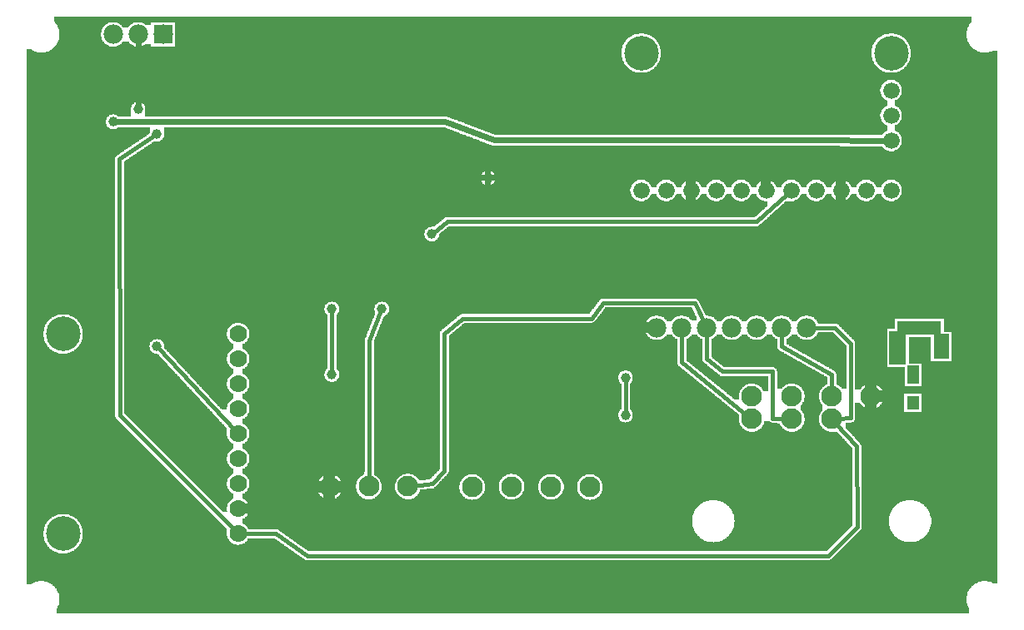
<source format=gbl>
G04 MADE WITH FRITZING*
G04 WWW.FRITZING.ORG*
G04 DOUBLE SIDED*
G04 HOLES PLATED*
G04 CONTOUR ON CENTER OF CONTOUR VECTOR*
%ASAXBY*%
%FSLAX23Y23*%
%MOIN*%
%OFA0B0*%
%SFA1.0B1.0*%
%ADD10C,0.075000*%
%ADD11C,0.078000*%
%ADD12C,0.039370*%
%ADD13C,0.082677*%
%ADD14C,0.066000*%
%ADD15C,0.138425*%
%ADD16C,0.070000*%
%ADD17R,0.078000X0.078000*%
%ADD18R,0.051517X0.055213*%
%ADD19R,0.063043X0.098756*%
%ADD20R,0.066622X0.134746*%
%ADD21R,0.048416X0.072855*%
%ADD22R,0.175184X0.053350*%
%ADD23C,0.016000*%
%ADD24C,0.024000*%
%LNCOPPER0*%
G90*
G70*
G54D10*
X3603Y2369D03*
G54D11*
X3162Y1183D03*
X3062Y1183D03*
X2962Y1183D03*
X2862Y1183D03*
X2762Y1183D03*
X2662Y1183D03*
X2562Y1183D03*
G54D12*
X2437Y983D03*
X2437Y833D03*
G54D13*
X3262Y908D03*
X2139Y546D03*
X3102Y908D03*
X1981Y546D03*
X2942Y908D03*
X1254Y545D03*
X1824Y545D03*
X3419Y908D03*
X3262Y817D03*
X2295Y545D03*
X2942Y817D03*
X1410Y547D03*
X3102Y817D03*
X1566Y547D03*
G54D14*
X3500Y1933D03*
X3500Y2033D03*
X3500Y2133D03*
X3500Y1733D03*
X3400Y1733D03*
X3300Y1733D03*
X3200Y1733D03*
G54D15*
X3500Y2283D03*
G54D14*
X3100Y1733D03*
X3000Y1733D03*
X2900Y1733D03*
X2800Y1733D03*
X2700Y1733D03*
X2600Y1733D03*
X2500Y1733D03*
G54D15*
X2500Y2283D03*
G54D16*
X887Y358D03*
X887Y458D03*
G54D15*
X187Y358D03*
G54D16*
X887Y558D03*
X887Y658D03*
X887Y758D03*
X887Y858D03*
X887Y958D03*
X887Y1058D03*
X887Y1158D03*
G54D15*
X187Y1158D03*
G54D11*
X587Y2358D03*
X487Y2358D03*
X387Y2358D03*
G54D12*
X1887Y1783D03*
X562Y1958D03*
X562Y1108D03*
X487Y2058D03*
X387Y2008D03*
X1662Y1558D03*
X1462Y1258D03*
X1262Y995D03*
X1262Y1258D03*
G54D17*
X587Y2358D03*
G54D18*
X3587Y883D03*
G54D19*
X3700Y1108D03*
G54D20*
X3526Y1102D03*
G54D21*
X3587Y995D03*
G54D22*
X3612Y1183D03*
G54D23*
X3262Y996D02*
X3262Y934D01*
D02*
X3062Y1108D02*
X3262Y996D01*
D02*
X3062Y1164D02*
X3062Y1108D01*
D02*
X2437Y975D02*
X2437Y841D01*
D02*
X1163Y270D02*
X1038Y358D01*
D02*
X1038Y358D02*
X907Y358D01*
D02*
X3363Y384D02*
X3249Y270D01*
D02*
X3249Y270D02*
X1163Y270D01*
D02*
X3279Y798D02*
X3362Y707D01*
D02*
X3362Y707D02*
X3363Y384D01*
D02*
X568Y1102D02*
X874Y772D01*
D02*
X412Y1858D02*
X556Y1954D01*
D02*
X413Y833D02*
X412Y1858D01*
D02*
X873Y372D02*
X413Y833D01*
G54D24*
D02*
X487Y2066D02*
X487Y2339D01*
D02*
X1713Y2009D02*
X395Y2008D01*
D02*
X3188Y1934D02*
X1911Y1934D01*
D02*
X1911Y1934D02*
X1713Y2009D01*
D02*
X3480Y1933D02*
X3188Y1934D01*
G54D23*
D02*
X1724Y1608D02*
X1668Y1563D01*
D02*
X2962Y1608D02*
X1724Y1608D01*
D02*
X3085Y1720D02*
X2962Y1608D01*
D02*
X1412Y670D02*
X1412Y1132D01*
D02*
X1412Y1132D02*
X1459Y1251D01*
D02*
X1410Y572D02*
X1412Y670D01*
D02*
X1262Y1003D02*
X1262Y1250D01*
D02*
X2661Y1044D02*
X2662Y1164D01*
D02*
X2922Y833D02*
X2661Y1044D01*
D02*
X3274Y1183D02*
X3337Y1120D01*
D02*
X3337Y821D02*
X3288Y818D01*
D02*
X3337Y1120D02*
X3337Y821D01*
D02*
X3181Y1183D02*
X3274Y1183D01*
D02*
X1663Y558D02*
X1592Y550D01*
D02*
X1712Y608D02*
X1663Y558D01*
D02*
X1712Y1159D02*
X1712Y608D01*
D02*
X2300Y1220D02*
X1786Y1220D01*
D02*
X1786Y1220D02*
X1712Y1159D01*
D02*
X2754Y1200D02*
X2713Y1282D01*
D02*
X2713Y1282D02*
X2349Y1282D01*
D02*
X2349Y1282D02*
X2300Y1220D01*
D02*
X2762Y1058D02*
X2762Y1164D01*
D02*
X3025Y1007D02*
X2825Y1007D01*
D02*
X2825Y1007D02*
X2762Y1058D01*
D02*
X3077Y818D02*
X3025Y820D01*
D02*
X3025Y820D02*
X3025Y1007D01*
G36*
X2702Y1156D02*
X2702Y1154D01*
X2700Y1154D01*
X2700Y1150D01*
X2698Y1150D01*
X2698Y1148D01*
X2696Y1148D01*
X2696Y1146D01*
X2694Y1146D01*
X2694Y1144D01*
X2690Y1144D01*
X2690Y1142D01*
X2688Y1142D01*
X2688Y1140D01*
X2684Y1140D01*
X2684Y1138D01*
X2680Y1138D01*
X2680Y1052D01*
X2682Y1052D01*
X2682Y1050D01*
X2684Y1050D01*
X2684Y1048D01*
X2686Y1048D01*
X2686Y1046D01*
X2688Y1046D01*
X2688Y1044D01*
X2692Y1044D01*
X2692Y1042D01*
X2694Y1042D01*
X2694Y1040D01*
X2696Y1040D01*
X2696Y1038D01*
X2698Y1038D01*
X2698Y1036D01*
X2702Y1036D01*
X2702Y1034D01*
X2704Y1034D01*
X2704Y1032D01*
X2706Y1032D01*
X2706Y1030D01*
X2708Y1030D01*
X2708Y1028D01*
X2710Y1028D01*
X2710Y1026D01*
X2714Y1026D01*
X2714Y1024D01*
X2716Y1024D01*
X2716Y1022D01*
X2718Y1022D01*
X2718Y1020D01*
X2720Y1020D01*
X2720Y1018D01*
X2724Y1018D01*
X2724Y1016D01*
X2726Y1016D01*
X2726Y1014D01*
X2728Y1014D01*
X2728Y1012D01*
X2730Y1012D01*
X2730Y1010D01*
X2734Y1010D01*
X2734Y1008D01*
X2736Y1008D01*
X2736Y1006D01*
X2738Y1006D01*
X2738Y1004D01*
X2740Y1004D01*
X2740Y1002D01*
X2744Y1002D01*
X2744Y1000D01*
X2746Y1000D01*
X2746Y998D01*
X2748Y998D01*
X2748Y996D01*
X2750Y996D01*
X2750Y994D01*
X2752Y994D01*
X2752Y992D01*
X2756Y992D01*
X2756Y990D01*
X2758Y990D01*
X2758Y988D01*
X2760Y988D01*
X2760Y986D01*
X2762Y986D01*
X2762Y984D01*
X2766Y984D01*
X2766Y982D01*
X2768Y982D01*
X2768Y980D01*
X2770Y980D01*
X2770Y978D01*
X2772Y978D01*
X2772Y976D01*
X2776Y976D01*
X2776Y974D01*
X2778Y974D01*
X2778Y972D01*
X2780Y972D01*
X2780Y970D01*
X2782Y970D01*
X2782Y968D01*
X2786Y968D01*
X2786Y966D01*
X2788Y966D01*
X2788Y964D01*
X2790Y964D01*
X2790Y962D01*
X2792Y962D01*
X2792Y960D01*
X2794Y960D01*
X2794Y958D01*
X2956Y958D01*
X2956Y956D01*
X2962Y956D01*
X2962Y954D01*
X2966Y954D01*
X2966Y952D01*
X2970Y952D01*
X2970Y950D01*
X2972Y950D01*
X2972Y948D01*
X2974Y948D01*
X2974Y946D01*
X2978Y946D01*
X2978Y944D01*
X2980Y944D01*
X2980Y940D01*
X2982Y940D01*
X2982Y938D01*
X2984Y938D01*
X2984Y936D01*
X2986Y936D01*
X2986Y932D01*
X2988Y932D01*
X2988Y928D01*
X3008Y928D01*
X3008Y988D01*
X2822Y988D01*
X2822Y990D01*
X2816Y990D01*
X2816Y992D01*
X2814Y992D01*
X2814Y994D01*
X2810Y994D01*
X2810Y996D01*
X2808Y996D01*
X2808Y998D01*
X2806Y998D01*
X2806Y1000D01*
X2804Y1000D01*
X2804Y1002D01*
X2800Y1002D01*
X2800Y1004D01*
X2798Y1004D01*
X2798Y1006D01*
X2796Y1006D01*
X2796Y1008D01*
X2794Y1008D01*
X2794Y1010D01*
X2790Y1010D01*
X2790Y1012D01*
X2788Y1012D01*
X2788Y1014D01*
X2786Y1014D01*
X2786Y1016D01*
X2784Y1016D01*
X2784Y1018D01*
X2782Y1018D01*
X2782Y1020D01*
X2778Y1020D01*
X2778Y1022D01*
X2776Y1022D01*
X2776Y1024D01*
X2774Y1024D01*
X2774Y1026D01*
X2772Y1026D01*
X2772Y1028D01*
X2768Y1028D01*
X2768Y1030D01*
X2766Y1030D01*
X2766Y1032D01*
X2764Y1032D01*
X2764Y1034D01*
X2762Y1034D01*
X2762Y1036D01*
X2760Y1036D01*
X2760Y1038D01*
X2756Y1038D01*
X2756Y1040D01*
X2754Y1040D01*
X2754Y1042D01*
X2752Y1042D01*
X2752Y1044D01*
X2750Y1044D01*
X2750Y1046D01*
X2748Y1046D01*
X2748Y1048D01*
X2746Y1048D01*
X2746Y1052D01*
X2744Y1052D01*
X2744Y1138D01*
X2740Y1138D01*
X2740Y1140D01*
X2736Y1140D01*
X2736Y1142D01*
X2734Y1142D01*
X2734Y1144D01*
X2732Y1144D01*
X2732Y1146D01*
X2728Y1146D01*
X2728Y1148D01*
X2726Y1148D01*
X2726Y1152D01*
X2724Y1152D01*
X2724Y1154D01*
X2722Y1154D01*
X2722Y1156D01*
X2702Y1156D01*
G37*
D02*
G36*
X2798Y958D02*
X2798Y956D01*
X2800Y956D01*
X2800Y954D01*
X2802Y954D01*
X2802Y952D01*
X2804Y952D01*
X2804Y950D01*
X2808Y950D01*
X2808Y948D01*
X2810Y948D01*
X2810Y946D01*
X2812Y946D01*
X2812Y944D01*
X2814Y944D01*
X2814Y942D01*
X2818Y942D01*
X2818Y940D01*
X2820Y940D01*
X2820Y938D01*
X2822Y938D01*
X2822Y936D01*
X2824Y936D01*
X2824Y934D01*
X2828Y934D01*
X2828Y932D01*
X2830Y932D01*
X2830Y930D01*
X2832Y930D01*
X2832Y928D01*
X2834Y928D01*
X2834Y926D01*
X2836Y926D01*
X2836Y924D01*
X2840Y924D01*
X2840Y922D01*
X2842Y922D01*
X2842Y920D01*
X2844Y920D01*
X2844Y918D01*
X2846Y918D01*
X2846Y916D01*
X2850Y916D01*
X2850Y914D01*
X2852Y914D01*
X2852Y912D01*
X2854Y912D01*
X2854Y910D01*
X2856Y910D01*
X2856Y908D01*
X2860Y908D01*
X2860Y906D01*
X2862Y906D01*
X2862Y904D01*
X2864Y904D01*
X2864Y902D01*
X2866Y902D01*
X2866Y900D01*
X2868Y900D01*
X2868Y898D01*
X2872Y898D01*
X2872Y896D01*
X2892Y896D01*
X2892Y904D01*
X2890Y904D01*
X2890Y910D01*
X2892Y910D01*
X2892Y922D01*
X2894Y922D01*
X2894Y928D01*
X2896Y928D01*
X2896Y932D01*
X2898Y932D01*
X2898Y936D01*
X2900Y936D01*
X2900Y938D01*
X2902Y938D01*
X2902Y940D01*
X2904Y940D01*
X2904Y942D01*
X2906Y942D01*
X2906Y944D01*
X2908Y944D01*
X2908Y946D01*
X2910Y946D01*
X2910Y948D01*
X2912Y948D01*
X2912Y950D01*
X2916Y950D01*
X2916Y952D01*
X2918Y952D01*
X2918Y954D01*
X2922Y954D01*
X2922Y956D01*
X2928Y956D01*
X2928Y958D01*
X2798Y958D01*
G37*
D02*
G36*
X3208Y1164D02*
X3208Y1162D01*
X3206Y1162D01*
X3206Y1160D01*
X3204Y1160D01*
X3204Y1156D01*
X3202Y1156D01*
X3202Y1154D01*
X3200Y1154D01*
X3200Y1150D01*
X3198Y1150D01*
X3198Y1148D01*
X3196Y1148D01*
X3196Y1146D01*
X3194Y1146D01*
X3194Y1144D01*
X3190Y1144D01*
X3190Y1142D01*
X3188Y1142D01*
X3188Y1140D01*
X3184Y1140D01*
X3184Y1138D01*
X3180Y1138D01*
X3180Y1136D01*
X3174Y1136D01*
X3174Y1134D01*
X3296Y1134D01*
X3296Y1136D01*
X3294Y1136D01*
X3294Y1138D01*
X3292Y1138D01*
X3292Y1140D01*
X3290Y1140D01*
X3290Y1142D01*
X3288Y1142D01*
X3288Y1144D01*
X3286Y1144D01*
X3286Y1146D01*
X3284Y1146D01*
X3284Y1148D01*
X3282Y1148D01*
X3282Y1150D01*
X3280Y1150D01*
X3280Y1152D01*
X3278Y1152D01*
X3278Y1154D01*
X3276Y1154D01*
X3276Y1156D01*
X3274Y1156D01*
X3274Y1158D01*
X3272Y1158D01*
X3272Y1160D01*
X3270Y1160D01*
X3270Y1162D01*
X3268Y1162D01*
X3268Y1164D01*
X3208Y1164D01*
G37*
D02*
G36*
X3102Y1156D02*
X3102Y1154D01*
X3100Y1154D01*
X3100Y1150D01*
X3098Y1150D01*
X3098Y1148D01*
X3096Y1148D01*
X3096Y1146D01*
X3094Y1146D01*
X3094Y1144D01*
X3090Y1144D01*
X3090Y1142D01*
X3088Y1142D01*
X3088Y1140D01*
X3084Y1140D01*
X3084Y1138D01*
X3080Y1138D01*
X3080Y1134D01*
X3152Y1134D01*
X3152Y1136D01*
X3144Y1136D01*
X3144Y1138D01*
X3140Y1138D01*
X3140Y1140D01*
X3136Y1140D01*
X3136Y1142D01*
X3134Y1142D01*
X3134Y1144D01*
X3132Y1144D01*
X3132Y1146D01*
X3128Y1146D01*
X3128Y1148D01*
X3126Y1148D01*
X3126Y1152D01*
X3124Y1152D01*
X3124Y1154D01*
X3122Y1154D01*
X3122Y1156D01*
X3102Y1156D01*
G37*
D02*
G36*
X3080Y1134D02*
X3080Y1132D01*
X3298Y1132D01*
X3298Y1134D01*
X3080Y1134D01*
G37*
D02*
G36*
X3080Y1134D02*
X3080Y1132D01*
X3298Y1132D01*
X3298Y1134D01*
X3080Y1134D01*
G37*
D02*
G36*
X3080Y1132D02*
X3080Y1118D01*
X3082Y1118D01*
X3082Y1116D01*
X3086Y1116D01*
X3086Y1114D01*
X3090Y1114D01*
X3090Y1112D01*
X3092Y1112D01*
X3092Y1110D01*
X3096Y1110D01*
X3096Y1108D01*
X3100Y1108D01*
X3100Y1106D01*
X3104Y1106D01*
X3104Y1104D01*
X3106Y1104D01*
X3106Y1102D01*
X3110Y1102D01*
X3110Y1100D01*
X3114Y1100D01*
X3114Y1098D01*
X3118Y1098D01*
X3118Y1096D01*
X3122Y1096D01*
X3122Y1094D01*
X3124Y1094D01*
X3124Y1092D01*
X3128Y1092D01*
X3128Y1090D01*
X3132Y1090D01*
X3132Y1088D01*
X3136Y1088D01*
X3136Y1086D01*
X3138Y1086D01*
X3138Y1084D01*
X3142Y1084D01*
X3142Y1082D01*
X3146Y1082D01*
X3146Y1080D01*
X3150Y1080D01*
X3150Y1078D01*
X3154Y1078D01*
X3154Y1076D01*
X3156Y1076D01*
X3156Y1074D01*
X3160Y1074D01*
X3160Y1072D01*
X3164Y1072D01*
X3164Y1070D01*
X3168Y1070D01*
X3168Y1068D01*
X3170Y1068D01*
X3170Y1066D01*
X3174Y1066D01*
X3174Y1064D01*
X3178Y1064D01*
X3178Y1062D01*
X3182Y1062D01*
X3182Y1060D01*
X3186Y1060D01*
X3186Y1058D01*
X3188Y1058D01*
X3188Y1056D01*
X3192Y1056D01*
X3192Y1054D01*
X3196Y1054D01*
X3196Y1052D01*
X3200Y1052D01*
X3200Y1050D01*
X3202Y1050D01*
X3202Y1048D01*
X3206Y1048D01*
X3206Y1046D01*
X3210Y1046D01*
X3210Y1044D01*
X3214Y1044D01*
X3214Y1042D01*
X3218Y1042D01*
X3218Y1040D01*
X3220Y1040D01*
X3220Y1038D01*
X3224Y1038D01*
X3224Y1036D01*
X3228Y1036D01*
X3228Y1034D01*
X3232Y1034D01*
X3232Y1032D01*
X3234Y1032D01*
X3234Y1030D01*
X3238Y1030D01*
X3238Y1028D01*
X3242Y1028D01*
X3242Y1026D01*
X3246Y1026D01*
X3246Y1024D01*
X3250Y1024D01*
X3250Y1022D01*
X3252Y1022D01*
X3252Y1020D01*
X3256Y1020D01*
X3256Y1018D01*
X3260Y1018D01*
X3260Y1016D01*
X3264Y1016D01*
X3264Y1014D01*
X3266Y1014D01*
X3266Y1012D01*
X3270Y1012D01*
X3270Y1010D01*
X3274Y1010D01*
X3274Y1008D01*
X3276Y1008D01*
X3276Y1004D01*
X3278Y1004D01*
X3278Y1000D01*
X3280Y1000D01*
X3280Y956D01*
X3282Y956D01*
X3282Y954D01*
X3286Y954D01*
X3286Y952D01*
X3290Y952D01*
X3290Y950D01*
X3292Y950D01*
X3292Y948D01*
X3294Y948D01*
X3294Y946D01*
X3298Y946D01*
X3298Y944D01*
X3300Y944D01*
X3300Y940D01*
X3320Y940D01*
X3320Y1112D01*
X3318Y1112D01*
X3318Y1114D01*
X3316Y1114D01*
X3316Y1116D01*
X3314Y1116D01*
X3314Y1118D01*
X3312Y1118D01*
X3312Y1120D01*
X3310Y1120D01*
X3310Y1122D01*
X3308Y1122D01*
X3308Y1124D01*
X3306Y1124D01*
X3306Y1126D01*
X3304Y1126D01*
X3304Y1128D01*
X3302Y1128D01*
X3302Y1130D01*
X3300Y1130D01*
X3300Y1132D01*
X3080Y1132D01*
G37*
D02*
G36*
X152Y2428D02*
X152Y2408D01*
X154Y2408D01*
X154Y2406D01*
X636Y2406D01*
X636Y2362D01*
X3510Y2362D01*
X3510Y2360D01*
X3520Y2360D01*
X3520Y2358D01*
X3526Y2358D01*
X3526Y2356D01*
X3532Y2356D01*
X3532Y2354D01*
X3536Y2354D01*
X3536Y2352D01*
X3540Y2352D01*
X3540Y2350D01*
X3542Y2350D01*
X3542Y2348D01*
X3546Y2348D01*
X3546Y2346D01*
X3548Y2346D01*
X3548Y2344D01*
X3550Y2344D01*
X3550Y2342D01*
X3554Y2342D01*
X3554Y2340D01*
X3556Y2340D01*
X3556Y2338D01*
X3558Y2338D01*
X3558Y2334D01*
X3560Y2334D01*
X3560Y2332D01*
X3562Y2332D01*
X3562Y2330D01*
X3564Y2330D01*
X3564Y2328D01*
X3566Y2328D01*
X3566Y2324D01*
X3568Y2324D01*
X3568Y2320D01*
X3570Y2320D01*
X3570Y2316D01*
X3572Y2316D01*
X3572Y2312D01*
X3574Y2312D01*
X3574Y2306D01*
X3576Y2306D01*
X3576Y2300D01*
X3578Y2300D01*
X3578Y2284D01*
X3868Y2284D01*
X3868Y2286D01*
X3856Y2286D01*
X3856Y2288D01*
X3850Y2288D01*
X3850Y2290D01*
X3844Y2290D01*
X3844Y2292D01*
X3840Y2292D01*
X3840Y2294D01*
X3838Y2294D01*
X3838Y2296D01*
X3834Y2296D01*
X3834Y2298D01*
X3830Y2298D01*
X3830Y2300D01*
X3828Y2300D01*
X3828Y2302D01*
X3826Y2302D01*
X3826Y2304D01*
X3824Y2304D01*
X3824Y2306D01*
X3822Y2306D01*
X3822Y2308D01*
X3820Y2308D01*
X3820Y2310D01*
X3818Y2310D01*
X3818Y2312D01*
X3816Y2312D01*
X3816Y2316D01*
X3814Y2316D01*
X3814Y2318D01*
X3812Y2318D01*
X3812Y2322D01*
X3810Y2322D01*
X3810Y2326D01*
X3808Y2326D01*
X3808Y2330D01*
X3806Y2330D01*
X3806Y2334D01*
X3804Y2334D01*
X3804Y2342D01*
X3802Y2342D01*
X3802Y2372D01*
X3804Y2372D01*
X3804Y2380D01*
X3806Y2380D01*
X3806Y2386D01*
X3808Y2386D01*
X3808Y2390D01*
X3810Y2390D01*
X3810Y2394D01*
X3812Y2394D01*
X3812Y2398D01*
X3814Y2398D01*
X3814Y2400D01*
X3816Y2400D01*
X3816Y2402D01*
X3818Y2402D01*
X3818Y2406D01*
X3820Y2406D01*
X3820Y2408D01*
X3822Y2408D01*
X3822Y2428D01*
X152Y2428D01*
G37*
D02*
G36*
X156Y2406D02*
X156Y2402D01*
X158Y2402D01*
X158Y2400D01*
X160Y2400D01*
X160Y2396D01*
X162Y2396D01*
X162Y2394D01*
X164Y2394D01*
X164Y2390D01*
X166Y2390D01*
X166Y2386D01*
X168Y2386D01*
X168Y2380D01*
X170Y2380D01*
X170Y2372D01*
X172Y2372D01*
X172Y2342D01*
X170Y2342D01*
X170Y2336D01*
X168Y2336D01*
X168Y2330D01*
X166Y2330D01*
X166Y2326D01*
X164Y2326D01*
X164Y2322D01*
X162Y2322D01*
X162Y2318D01*
X160Y2318D01*
X160Y2316D01*
X158Y2316D01*
X158Y2312D01*
X156Y2312D01*
X156Y2310D01*
X154Y2310D01*
X154Y2308D01*
X382Y2308D01*
X382Y2310D01*
X372Y2310D01*
X372Y2312D01*
X368Y2312D01*
X368Y2314D01*
X364Y2314D01*
X364Y2316D01*
X360Y2316D01*
X360Y2318D01*
X358Y2318D01*
X358Y2320D01*
X354Y2320D01*
X354Y2322D01*
X352Y2322D01*
X352Y2324D01*
X350Y2324D01*
X350Y2328D01*
X348Y2328D01*
X348Y2330D01*
X346Y2330D01*
X346Y2334D01*
X344Y2334D01*
X344Y2336D01*
X342Y2336D01*
X342Y2342D01*
X340Y2342D01*
X340Y2350D01*
X338Y2350D01*
X338Y2366D01*
X340Y2366D01*
X340Y2374D01*
X342Y2374D01*
X342Y2378D01*
X344Y2378D01*
X344Y2382D01*
X346Y2382D01*
X346Y2386D01*
X348Y2386D01*
X348Y2388D01*
X350Y2388D01*
X350Y2390D01*
X352Y2390D01*
X352Y2392D01*
X354Y2392D01*
X354Y2394D01*
X356Y2394D01*
X356Y2396D01*
X358Y2396D01*
X358Y2398D01*
X362Y2398D01*
X362Y2400D01*
X364Y2400D01*
X364Y2402D01*
X368Y2402D01*
X368Y2404D01*
X376Y2404D01*
X376Y2406D01*
X156Y2406D01*
G37*
D02*
G36*
X398Y2406D02*
X398Y2404D01*
X406Y2404D01*
X406Y2402D01*
X410Y2402D01*
X410Y2400D01*
X412Y2400D01*
X412Y2398D01*
X416Y2398D01*
X416Y2396D01*
X418Y2396D01*
X418Y2394D01*
X420Y2394D01*
X420Y2392D01*
X422Y2392D01*
X422Y2390D01*
X424Y2390D01*
X424Y2388D01*
X426Y2388D01*
X426Y2386D01*
X448Y2386D01*
X448Y2388D01*
X450Y2388D01*
X450Y2390D01*
X452Y2390D01*
X452Y2392D01*
X454Y2392D01*
X454Y2394D01*
X456Y2394D01*
X456Y2396D01*
X458Y2396D01*
X458Y2398D01*
X462Y2398D01*
X462Y2400D01*
X464Y2400D01*
X464Y2402D01*
X468Y2402D01*
X468Y2404D01*
X476Y2404D01*
X476Y2406D01*
X398Y2406D01*
G37*
D02*
G36*
X498Y2406D02*
X498Y2404D01*
X506Y2404D01*
X506Y2402D01*
X510Y2402D01*
X510Y2400D01*
X512Y2400D01*
X512Y2398D01*
X516Y2398D01*
X516Y2396D01*
X518Y2396D01*
X518Y2394D01*
X538Y2394D01*
X538Y2406D01*
X498Y2406D01*
G37*
D02*
G36*
X636Y2362D02*
X636Y2308D01*
X2426Y2308D01*
X2426Y2314D01*
X2428Y2314D01*
X2428Y2318D01*
X2430Y2318D01*
X2430Y2322D01*
X2432Y2322D01*
X2432Y2326D01*
X2434Y2326D01*
X2434Y2328D01*
X2436Y2328D01*
X2436Y2330D01*
X2438Y2330D01*
X2438Y2334D01*
X2440Y2334D01*
X2440Y2336D01*
X2442Y2336D01*
X2442Y2338D01*
X2444Y2338D01*
X2444Y2340D01*
X2446Y2340D01*
X2446Y2342D01*
X2448Y2342D01*
X2448Y2344D01*
X2452Y2344D01*
X2452Y2346D01*
X2454Y2346D01*
X2454Y2348D01*
X2456Y2348D01*
X2456Y2350D01*
X2460Y2350D01*
X2460Y2352D01*
X2464Y2352D01*
X2464Y2354D01*
X2468Y2354D01*
X2468Y2356D01*
X2472Y2356D01*
X2472Y2358D01*
X2480Y2358D01*
X2480Y2360D01*
X2490Y2360D01*
X2490Y2362D01*
X636Y2362D01*
G37*
D02*
G36*
X2510Y2362D02*
X2510Y2360D01*
X2520Y2360D01*
X2520Y2358D01*
X2526Y2358D01*
X2526Y2356D01*
X2532Y2356D01*
X2532Y2354D01*
X2536Y2354D01*
X2536Y2352D01*
X2540Y2352D01*
X2540Y2350D01*
X2542Y2350D01*
X2542Y2348D01*
X2546Y2348D01*
X2546Y2346D01*
X2548Y2346D01*
X2548Y2344D01*
X2550Y2344D01*
X2550Y2342D01*
X2554Y2342D01*
X2554Y2340D01*
X2556Y2340D01*
X2556Y2338D01*
X2558Y2338D01*
X2558Y2334D01*
X2560Y2334D01*
X2560Y2332D01*
X2562Y2332D01*
X2562Y2330D01*
X2564Y2330D01*
X2564Y2328D01*
X2566Y2328D01*
X2566Y2324D01*
X2568Y2324D01*
X2568Y2320D01*
X2570Y2320D01*
X2570Y2316D01*
X2572Y2316D01*
X2572Y2312D01*
X2574Y2312D01*
X2574Y2306D01*
X2576Y2306D01*
X2576Y2300D01*
X2578Y2300D01*
X2578Y2266D01*
X2576Y2266D01*
X2576Y2258D01*
X2574Y2258D01*
X2574Y2252D01*
X2572Y2252D01*
X2572Y2248D01*
X2570Y2248D01*
X2570Y2244D01*
X2568Y2244D01*
X2568Y2242D01*
X2566Y2242D01*
X2566Y2238D01*
X2564Y2238D01*
X2564Y2236D01*
X2562Y2236D01*
X2562Y2232D01*
X2560Y2232D01*
X2560Y2230D01*
X2558Y2230D01*
X2558Y2228D01*
X2556Y2228D01*
X2556Y2226D01*
X2554Y2226D01*
X2554Y2224D01*
X2552Y2224D01*
X2552Y2222D01*
X2550Y2222D01*
X2550Y2220D01*
X2546Y2220D01*
X2546Y2218D01*
X2544Y2218D01*
X2544Y2216D01*
X2540Y2216D01*
X2540Y2214D01*
X2538Y2214D01*
X2538Y2212D01*
X2534Y2212D01*
X2534Y2210D01*
X2528Y2210D01*
X2528Y2208D01*
X2524Y2208D01*
X2524Y2206D01*
X2516Y2206D01*
X2516Y2204D01*
X3484Y2204D01*
X3484Y2206D01*
X3476Y2206D01*
X3476Y2208D01*
X3470Y2208D01*
X3470Y2210D01*
X3466Y2210D01*
X3466Y2212D01*
X3462Y2212D01*
X3462Y2214D01*
X3458Y2214D01*
X3458Y2216D01*
X3456Y2216D01*
X3456Y2218D01*
X3452Y2218D01*
X3452Y2220D01*
X3450Y2220D01*
X3450Y2222D01*
X3448Y2222D01*
X3448Y2224D01*
X3446Y2224D01*
X3446Y2226D01*
X3444Y2226D01*
X3444Y2228D01*
X3442Y2228D01*
X3442Y2230D01*
X3440Y2230D01*
X3440Y2232D01*
X3438Y2232D01*
X3438Y2234D01*
X3436Y2234D01*
X3436Y2238D01*
X3434Y2238D01*
X3434Y2240D01*
X3432Y2240D01*
X3432Y2244D01*
X3430Y2244D01*
X3430Y2248D01*
X3428Y2248D01*
X3428Y2252D01*
X3426Y2252D01*
X3426Y2256D01*
X3424Y2256D01*
X3424Y2264D01*
X3422Y2264D01*
X3422Y2274D01*
X3420Y2274D01*
X3420Y2292D01*
X3422Y2292D01*
X3422Y2302D01*
X3424Y2302D01*
X3424Y2308D01*
X3426Y2308D01*
X3426Y2314D01*
X3428Y2314D01*
X3428Y2318D01*
X3430Y2318D01*
X3430Y2322D01*
X3432Y2322D01*
X3432Y2326D01*
X3434Y2326D01*
X3434Y2328D01*
X3436Y2328D01*
X3436Y2330D01*
X3438Y2330D01*
X3438Y2334D01*
X3440Y2334D01*
X3440Y2336D01*
X3442Y2336D01*
X3442Y2338D01*
X3444Y2338D01*
X3444Y2340D01*
X3446Y2340D01*
X3446Y2342D01*
X3448Y2342D01*
X3448Y2344D01*
X3452Y2344D01*
X3452Y2346D01*
X3454Y2346D01*
X3454Y2348D01*
X3456Y2348D01*
X3456Y2350D01*
X3460Y2350D01*
X3460Y2352D01*
X3464Y2352D01*
X3464Y2354D01*
X3468Y2354D01*
X3468Y2356D01*
X3472Y2356D01*
X3472Y2358D01*
X3480Y2358D01*
X3480Y2360D01*
X3490Y2360D01*
X3490Y2362D01*
X2510Y2362D01*
G37*
D02*
G36*
X426Y2330D02*
X426Y2326D01*
X424Y2326D01*
X424Y2324D01*
X422Y2324D01*
X422Y2322D01*
X420Y2322D01*
X420Y2320D01*
X416Y2320D01*
X416Y2318D01*
X414Y2318D01*
X414Y2316D01*
X410Y2316D01*
X410Y2314D01*
X408Y2314D01*
X408Y2312D01*
X402Y2312D01*
X402Y2310D01*
X392Y2310D01*
X392Y2308D01*
X482Y2308D01*
X482Y2310D01*
X472Y2310D01*
X472Y2312D01*
X468Y2312D01*
X468Y2314D01*
X464Y2314D01*
X464Y2316D01*
X460Y2316D01*
X460Y2318D01*
X458Y2318D01*
X458Y2320D01*
X454Y2320D01*
X454Y2322D01*
X452Y2322D01*
X452Y2324D01*
X450Y2324D01*
X450Y2328D01*
X448Y2328D01*
X448Y2330D01*
X426Y2330D01*
G37*
D02*
G36*
X516Y2320D02*
X516Y2318D01*
X514Y2318D01*
X514Y2316D01*
X510Y2316D01*
X510Y2314D01*
X508Y2314D01*
X508Y2312D01*
X502Y2312D01*
X502Y2310D01*
X492Y2310D01*
X492Y2308D01*
X538Y2308D01*
X538Y2320D01*
X516Y2320D01*
G37*
D02*
G36*
X152Y2308D02*
X152Y2306D01*
X2424Y2306D01*
X2424Y2308D01*
X152Y2308D01*
G37*
D02*
G36*
X152Y2308D02*
X152Y2306D01*
X2424Y2306D01*
X2424Y2308D01*
X152Y2308D01*
G37*
D02*
G36*
X152Y2308D02*
X152Y2306D01*
X2424Y2306D01*
X2424Y2308D01*
X152Y2308D01*
G37*
D02*
G36*
X152Y2308D02*
X152Y2306D01*
X2424Y2306D01*
X2424Y2308D01*
X152Y2308D01*
G37*
D02*
G36*
X150Y2306D02*
X150Y2304D01*
X148Y2304D01*
X148Y2302D01*
X146Y2302D01*
X146Y2300D01*
X142Y2300D01*
X142Y2298D01*
X140Y2298D01*
X140Y2296D01*
X136Y2296D01*
X136Y2294D01*
X134Y2294D01*
X134Y2292D01*
X130Y2292D01*
X130Y2290D01*
X124Y2290D01*
X124Y2288D01*
X118Y2288D01*
X118Y2286D01*
X106Y2286D01*
X106Y2284D01*
X2420Y2284D01*
X2420Y2292D01*
X2422Y2292D01*
X2422Y2302D01*
X2424Y2302D01*
X2424Y2306D01*
X150Y2306D01*
G37*
D02*
G36*
X40Y2298D02*
X40Y2284D01*
X92Y2284D01*
X92Y2286D01*
X82Y2286D01*
X82Y2288D01*
X76Y2288D01*
X76Y2290D01*
X70Y2290D01*
X70Y2292D01*
X66Y2292D01*
X66Y2294D01*
X62Y2294D01*
X62Y2296D01*
X60Y2296D01*
X60Y2298D01*
X40Y2298D01*
G37*
D02*
G36*
X3904Y2292D02*
X3904Y2290D01*
X3898Y2290D01*
X3898Y2288D01*
X3892Y2288D01*
X3892Y2286D01*
X3882Y2286D01*
X3882Y2284D01*
X3926Y2284D01*
X3926Y2292D01*
X3904Y2292D01*
G37*
D02*
G36*
X40Y2284D02*
X40Y2282D01*
X2420Y2282D01*
X2420Y2284D01*
X40Y2284D01*
G37*
D02*
G36*
X40Y2284D02*
X40Y2282D01*
X2420Y2282D01*
X2420Y2284D01*
X40Y2284D01*
G37*
D02*
G36*
X3578Y2284D02*
X3578Y2282D01*
X3926Y2282D01*
X3926Y2284D01*
X3578Y2284D01*
G37*
D02*
G36*
X3578Y2284D02*
X3578Y2282D01*
X3926Y2282D01*
X3926Y2284D01*
X3578Y2284D01*
G37*
D02*
G36*
X40Y2282D02*
X40Y2204D01*
X2484Y2204D01*
X2484Y2206D01*
X2476Y2206D01*
X2476Y2208D01*
X2470Y2208D01*
X2470Y2210D01*
X2466Y2210D01*
X2466Y2212D01*
X2462Y2212D01*
X2462Y2214D01*
X2458Y2214D01*
X2458Y2216D01*
X2456Y2216D01*
X2456Y2218D01*
X2452Y2218D01*
X2452Y2220D01*
X2450Y2220D01*
X2450Y2222D01*
X2448Y2222D01*
X2448Y2224D01*
X2446Y2224D01*
X2446Y2226D01*
X2444Y2226D01*
X2444Y2228D01*
X2442Y2228D01*
X2442Y2230D01*
X2440Y2230D01*
X2440Y2232D01*
X2438Y2232D01*
X2438Y2234D01*
X2436Y2234D01*
X2436Y2238D01*
X2434Y2238D01*
X2434Y2240D01*
X2432Y2240D01*
X2432Y2244D01*
X2430Y2244D01*
X2430Y2248D01*
X2428Y2248D01*
X2428Y2252D01*
X2426Y2252D01*
X2426Y2256D01*
X2424Y2256D01*
X2424Y2264D01*
X2422Y2264D01*
X2422Y2274D01*
X2420Y2274D01*
X2420Y2282D01*
X40Y2282D01*
G37*
D02*
G36*
X3578Y2282D02*
X3578Y2266D01*
X3576Y2266D01*
X3576Y2258D01*
X3574Y2258D01*
X3574Y2252D01*
X3572Y2252D01*
X3572Y2248D01*
X3570Y2248D01*
X3570Y2244D01*
X3568Y2244D01*
X3568Y2242D01*
X3566Y2242D01*
X3566Y2238D01*
X3564Y2238D01*
X3564Y2236D01*
X3562Y2236D01*
X3562Y2232D01*
X3560Y2232D01*
X3560Y2230D01*
X3558Y2230D01*
X3558Y2228D01*
X3556Y2228D01*
X3556Y2226D01*
X3554Y2226D01*
X3554Y2224D01*
X3552Y2224D01*
X3552Y2222D01*
X3550Y2222D01*
X3550Y2220D01*
X3546Y2220D01*
X3546Y2218D01*
X3544Y2218D01*
X3544Y2216D01*
X3540Y2216D01*
X3540Y2214D01*
X3538Y2214D01*
X3538Y2212D01*
X3534Y2212D01*
X3534Y2210D01*
X3528Y2210D01*
X3528Y2208D01*
X3524Y2208D01*
X3524Y2206D01*
X3516Y2206D01*
X3516Y2204D01*
X3926Y2204D01*
X3926Y2282D01*
X3578Y2282D01*
G37*
D02*
G36*
X40Y2204D02*
X40Y2202D01*
X3926Y2202D01*
X3926Y2204D01*
X40Y2204D01*
G37*
D02*
G36*
X40Y2204D02*
X40Y2202D01*
X3926Y2202D01*
X3926Y2204D01*
X40Y2204D01*
G37*
D02*
G36*
X40Y2204D02*
X40Y2202D01*
X3926Y2202D01*
X3926Y2204D01*
X40Y2204D01*
G37*
D02*
G36*
X40Y2202D02*
X40Y2176D01*
X3506Y2176D01*
X3506Y2174D01*
X3514Y2174D01*
X3514Y2172D01*
X3518Y2172D01*
X3518Y2170D01*
X3522Y2170D01*
X3522Y2168D01*
X3526Y2168D01*
X3526Y2166D01*
X3528Y2166D01*
X3528Y2164D01*
X3530Y2164D01*
X3530Y2162D01*
X3532Y2162D01*
X3532Y2160D01*
X3534Y2160D01*
X3534Y2156D01*
X3536Y2156D01*
X3536Y2154D01*
X3538Y2154D01*
X3538Y2150D01*
X3540Y2150D01*
X3540Y2144D01*
X3542Y2144D01*
X3542Y2122D01*
X3540Y2122D01*
X3540Y2116D01*
X3538Y2116D01*
X3538Y2112D01*
X3536Y2112D01*
X3536Y2108D01*
X3534Y2108D01*
X3534Y2106D01*
X3532Y2106D01*
X3532Y2104D01*
X3530Y2104D01*
X3530Y2102D01*
X3528Y2102D01*
X3528Y2100D01*
X3526Y2100D01*
X3526Y2098D01*
X3524Y2098D01*
X3524Y2096D01*
X3520Y2096D01*
X3520Y2094D01*
X3516Y2094D01*
X3516Y2092D01*
X3514Y2092D01*
X3514Y2072D01*
X3518Y2072D01*
X3518Y2070D01*
X3522Y2070D01*
X3522Y2068D01*
X3526Y2068D01*
X3526Y2066D01*
X3528Y2066D01*
X3528Y2064D01*
X3530Y2064D01*
X3530Y2062D01*
X3532Y2062D01*
X3532Y2060D01*
X3534Y2060D01*
X3534Y2056D01*
X3536Y2056D01*
X3536Y2054D01*
X3538Y2054D01*
X3538Y2050D01*
X3540Y2050D01*
X3540Y2044D01*
X3542Y2044D01*
X3542Y2022D01*
X3540Y2022D01*
X3540Y2016D01*
X3538Y2016D01*
X3538Y2012D01*
X3536Y2012D01*
X3536Y2008D01*
X3534Y2008D01*
X3534Y2006D01*
X3532Y2006D01*
X3532Y2004D01*
X3530Y2004D01*
X3530Y2002D01*
X3528Y2002D01*
X3528Y2000D01*
X3526Y2000D01*
X3526Y1998D01*
X3524Y1998D01*
X3524Y1996D01*
X3520Y1996D01*
X3520Y1994D01*
X3516Y1994D01*
X3516Y1992D01*
X3514Y1992D01*
X3514Y1972D01*
X3518Y1972D01*
X3518Y1970D01*
X3522Y1970D01*
X3522Y1968D01*
X3526Y1968D01*
X3526Y1966D01*
X3528Y1966D01*
X3528Y1964D01*
X3530Y1964D01*
X3530Y1962D01*
X3532Y1962D01*
X3532Y1960D01*
X3534Y1960D01*
X3534Y1956D01*
X3536Y1956D01*
X3536Y1954D01*
X3538Y1954D01*
X3538Y1950D01*
X3540Y1950D01*
X3540Y1944D01*
X3542Y1944D01*
X3542Y1922D01*
X3540Y1922D01*
X3540Y1916D01*
X3538Y1916D01*
X3538Y1912D01*
X3536Y1912D01*
X3536Y1908D01*
X3534Y1908D01*
X3534Y1906D01*
X3532Y1906D01*
X3532Y1904D01*
X3530Y1904D01*
X3530Y1902D01*
X3528Y1902D01*
X3528Y1900D01*
X3526Y1900D01*
X3526Y1898D01*
X3524Y1898D01*
X3524Y1896D01*
X3520Y1896D01*
X3520Y1894D01*
X3516Y1894D01*
X3516Y1892D01*
X3510Y1892D01*
X3510Y1890D01*
X3926Y1890D01*
X3926Y2202D01*
X40Y2202D01*
G37*
D02*
G36*
X40Y2176D02*
X40Y2088D01*
X490Y2088D01*
X490Y2086D01*
X498Y2086D01*
X498Y2084D01*
X502Y2084D01*
X502Y2082D01*
X506Y2082D01*
X506Y2080D01*
X508Y2080D01*
X508Y2078D01*
X510Y2078D01*
X510Y2076D01*
X512Y2076D01*
X512Y2072D01*
X514Y2072D01*
X514Y2068D01*
X516Y2068D01*
X516Y2030D01*
X1720Y2030D01*
X1720Y2028D01*
X1726Y2028D01*
X1726Y2026D01*
X1732Y2026D01*
X1732Y2024D01*
X1736Y2024D01*
X1736Y2022D01*
X1742Y2022D01*
X1742Y2020D01*
X1748Y2020D01*
X1748Y2018D01*
X1752Y2018D01*
X1752Y2016D01*
X1758Y2016D01*
X1758Y2014D01*
X1764Y2014D01*
X1764Y2012D01*
X1768Y2012D01*
X1768Y2010D01*
X1774Y2010D01*
X1774Y2008D01*
X1780Y2008D01*
X1780Y2006D01*
X1784Y2006D01*
X1784Y2004D01*
X1790Y2004D01*
X1790Y2002D01*
X1794Y2002D01*
X1794Y2000D01*
X1800Y2000D01*
X1800Y1998D01*
X1806Y1998D01*
X1806Y1996D01*
X1810Y1996D01*
X1810Y1994D01*
X1816Y1994D01*
X1816Y1992D01*
X1822Y1992D01*
X1822Y1990D01*
X1826Y1990D01*
X1826Y1988D01*
X1832Y1988D01*
X1832Y1986D01*
X1838Y1986D01*
X1838Y1984D01*
X1842Y1984D01*
X1842Y1982D01*
X1848Y1982D01*
X1848Y1980D01*
X1852Y1980D01*
X1852Y1978D01*
X1858Y1978D01*
X1858Y1976D01*
X1864Y1976D01*
X1864Y1974D01*
X1868Y1974D01*
X1868Y1972D01*
X1874Y1972D01*
X1874Y1970D01*
X1880Y1970D01*
X1880Y1968D01*
X1884Y1968D01*
X1884Y1966D01*
X1890Y1966D01*
X1890Y1964D01*
X1896Y1964D01*
X1896Y1962D01*
X1900Y1962D01*
X1900Y1960D01*
X1906Y1960D01*
X1906Y1958D01*
X1910Y1958D01*
X1910Y1956D01*
X3300Y1956D01*
X3300Y1954D01*
X3464Y1954D01*
X3464Y1958D01*
X3466Y1958D01*
X3466Y1960D01*
X3468Y1960D01*
X3468Y1962D01*
X3470Y1962D01*
X3470Y1964D01*
X3472Y1964D01*
X3472Y1966D01*
X3474Y1966D01*
X3474Y1968D01*
X3478Y1968D01*
X3478Y1970D01*
X3480Y1970D01*
X3480Y1972D01*
X3486Y1972D01*
X3486Y1992D01*
X3482Y1992D01*
X3482Y1994D01*
X3480Y1994D01*
X3480Y1996D01*
X3476Y1996D01*
X3476Y1998D01*
X3474Y1998D01*
X3474Y2000D01*
X3470Y2000D01*
X3470Y2002D01*
X3468Y2002D01*
X3468Y2004D01*
X3466Y2004D01*
X3466Y2008D01*
X3464Y2008D01*
X3464Y2010D01*
X3462Y2010D01*
X3462Y2014D01*
X3460Y2014D01*
X3460Y2020D01*
X3458Y2020D01*
X3458Y2028D01*
X3456Y2028D01*
X3456Y2038D01*
X3458Y2038D01*
X3458Y2046D01*
X3460Y2046D01*
X3460Y2052D01*
X3462Y2052D01*
X3462Y2054D01*
X3464Y2054D01*
X3464Y2058D01*
X3466Y2058D01*
X3466Y2060D01*
X3468Y2060D01*
X3468Y2062D01*
X3470Y2062D01*
X3470Y2064D01*
X3472Y2064D01*
X3472Y2066D01*
X3474Y2066D01*
X3474Y2068D01*
X3478Y2068D01*
X3478Y2070D01*
X3480Y2070D01*
X3480Y2072D01*
X3486Y2072D01*
X3486Y2092D01*
X3482Y2092D01*
X3482Y2094D01*
X3480Y2094D01*
X3480Y2096D01*
X3476Y2096D01*
X3476Y2098D01*
X3474Y2098D01*
X3474Y2100D01*
X3470Y2100D01*
X3470Y2102D01*
X3468Y2102D01*
X3468Y2104D01*
X3466Y2104D01*
X3466Y2108D01*
X3464Y2108D01*
X3464Y2110D01*
X3462Y2110D01*
X3462Y2114D01*
X3460Y2114D01*
X3460Y2120D01*
X3458Y2120D01*
X3458Y2128D01*
X3456Y2128D01*
X3456Y2138D01*
X3458Y2138D01*
X3458Y2146D01*
X3460Y2146D01*
X3460Y2152D01*
X3462Y2152D01*
X3462Y2154D01*
X3464Y2154D01*
X3464Y2158D01*
X3466Y2158D01*
X3466Y2160D01*
X3468Y2160D01*
X3468Y2162D01*
X3470Y2162D01*
X3470Y2164D01*
X3472Y2164D01*
X3472Y2166D01*
X3474Y2166D01*
X3474Y2168D01*
X3478Y2168D01*
X3478Y2170D01*
X3480Y2170D01*
X3480Y2172D01*
X3486Y2172D01*
X3486Y2174D01*
X3494Y2174D01*
X3494Y2176D01*
X40Y2176D01*
G37*
D02*
G36*
X40Y2088D02*
X40Y2038D01*
X390Y2038D01*
X390Y2036D01*
X398Y2036D01*
X398Y2034D01*
X402Y2034D01*
X402Y2032D01*
X406Y2032D01*
X406Y2030D01*
X458Y2030D01*
X458Y2066D01*
X460Y2066D01*
X460Y2072D01*
X462Y2072D01*
X462Y2074D01*
X464Y2074D01*
X464Y2078D01*
X466Y2078D01*
X466Y2080D01*
X470Y2080D01*
X470Y2082D01*
X472Y2082D01*
X472Y2084D01*
X476Y2084D01*
X476Y2086D01*
X484Y2086D01*
X484Y2088D01*
X40Y2088D01*
G37*
D02*
G36*
X40Y2038D02*
X40Y1978D01*
X380Y1978D01*
X380Y1980D01*
X374Y1980D01*
X374Y1982D01*
X370Y1982D01*
X370Y1984D01*
X368Y1984D01*
X368Y1986D01*
X366Y1986D01*
X366Y1988D01*
X364Y1988D01*
X364Y1990D01*
X362Y1990D01*
X362Y1994D01*
X360Y1994D01*
X360Y1998D01*
X358Y1998D01*
X358Y2016D01*
X360Y2016D01*
X360Y2022D01*
X362Y2022D01*
X362Y2024D01*
X364Y2024D01*
X364Y2028D01*
X366Y2028D01*
X366Y2030D01*
X370Y2030D01*
X370Y2032D01*
X372Y2032D01*
X372Y2034D01*
X376Y2034D01*
X376Y2036D01*
X384Y2036D01*
X384Y2038D01*
X40Y2038D01*
G37*
D02*
G36*
X406Y1986D02*
X406Y1984D01*
X404Y1984D01*
X404Y1982D01*
X400Y1982D01*
X400Y1980D01*
X394Y1980D01*
X394Y1978D01*
X534Y1978D01*
X534Y1986D01*
X406Y1986D01*
G37*
D02*
G36*
X590Y1986D02*
X590Y1964D01*
X592Y1964D01*
X592Y1952D01*
X590Y1952D01*
X590Y1946D01*
X588Y1946D01*
X588Y1942D01*
X586Y1942D01*
X586Y1938D01*
X584Y1938D01*
X584Y1936D01*
X582Y1936D01*
X582Y1934D01*
X578Y1934D01*
X578Y1932D01*
X576Y1932D01*
X576Y1930D01*
X570Y1930D01*
X570Y1928D01*
X548Y1928D01*
X548Y1926D01*
X546Y1926D01*
X546Y1924D01*
X542Y1924D01*
X542Y1922D01*
X540Y1922D01*
X540Y1920D01*
X536Y1920D01*
X536Y1918D01*
X534Y1918D01*
X534Y1916D01*
X530Y1916D01*
X530Y1914D01*
X528Y1914D01*
X528Y1912D01*
X524Y1912D01*
X524Y1910D01*
X522Y1910D01*
X522Y1908D01*
X518Y1908D01*
X518Y1906D01*
X516Y1906D01*
X516Y1904D01*
X512Y1904D01*
X512Y1902D01*
X510Y1902D01*
X510Y1900D01*
X506Y1900D01*
X506Y1898D01*
X504Y1898D01*
X504Y1896D01*
X500Y1896D01*
X500Y1894D01*
X498Y1894D01*
X498Y1892D01*
X494Y1892D01*
X494Y1890D01*
X3490Y1890D01*
X3490Y1892D01*
X3482Y1892D01*
X3482Y1894D01*
X3480Y1894D01*
X3480Y1896D01*
X3476Y1896D01*
X3476Y1898D01*
X3474Y1898D01*
X3474Y1900D01*
X3470Y1900D01*
X3470Y1902D01*
X3468Y1902D01*
X3468Y1904D01*
X3466Y1904D01*
X3466Y1908D01*
X3464Y1908D01*
X3464Y1910D01*
X3294Y1910D01*
X3294Y1912D01*
X1902Y1912D01*
X1902Y1914D01*
X1898Y1914D01*
X1898Y1916D01*
X1892Y1916D01*
X1892Y1918D01*
X1886Y1918D01*
X1886Y1920D01*
X1882Y1920D01*
X1882Y1922D01*
X1876Y1922D01*
X1876Y1924D01*
X1872Y1924D01*
X1872Y1926D01*
X1866Y1926D01*
X1866Y1928D01*
X1860Y1928D01*
X1860Y1930D01*
X1856Y1930D01*
X1856Y1932D01*
X1850Y1932D01*
X1850Y1934D01*
X1844Y1934D01*
X1844Y1936D01*
X1840Y1936D01*
X1840Y1938D01*
X1834Y1938D01*
X1834Y1940D01*
X1828Y1940D01*
X1828Y1942D01*
X1824Y1942D01*
X1824Y1944D01*
X1818Y1944D01*
X1818Y1946D01*
X1814Y1946D01*
X1814Y1948D01*
X1808Y1948D01*
X1808Y1950D01*
X1802Y1950D01*
X1802Y1952D01*
X1798Y1952D01*
X1798Y1954D01*
X1792Y1954D01*
X1792Y1956D01*
X1786Y1956D01*
X1786Y1958D01*
X1782Y1958D01*
X1782Y1960D01*
X1776Y1960D01*
X1776Y1962D01*
X1770Y1962D01*
X1770Y1964D01*
X1766Y1964D01*
X1766Y1966D01*
X1760Y1966D01*
X1760Y1968D01*
X1756Y1968D01*
X1756Y1970D01*
X1750Y1970D01*
X1750Y1972D01*
X1744Y1972D01*
X1744Y1974D01*
X1740Y1974D01*
X1740Y1976D01*
X1734Y1976D01*
X1734Y1978D01*
X1728Y1978D01*
X1728Y1980D01*
X1724Y1980D01*
X1724Y1982D01*
X1718Y1982D01*
X1718Y1984D01*
X1712Y1984D01*
X1712Y1986D01*
X590Y1986D01*
G37*
D02*
G36*
X40Y1978D02*
X40Y1976D01*
X534Y1976D01*
X534Y1978D01*
X40Y1978D01*
G37*
D02*
G36*
X40Y1978D02*
X40Y1976D01*
X534Y1976D01*
X534Y1978D01*
X40Y1978D01*
G37*
D02*
G36*
X40Y1976D02*
X40Y1236D01*
X204Y1236D01*
X204Y1234D01*
X212Y1234D01*
X212Y1232D01*
X216Y1232D01*
X216Y1230D01*
X222Y1230D01*
X222Y1228D01*
X226Y1228D01*
X226Y1226D01*
X228Y1226D01*
X228Y1224D01*
X232Y1224D01*
X232Y1222D01*
X234Y1222D01*
X234Y1220D01*
X238Y1220D01*
X238Y1218D01*
X240Y1218D01*
X240Y1216D01*
X242Y1216D01*
X242Y1214D01*
X244Y1214D01*
X244Y1212D01*
X246Y1212D01*
X246Y1210D01*
X248Y1210D01*
X248Y1206D01*
X250Y1206D01*
X250Y1204D01*
X252Y1204D01*
X252Y1202D01*
X254Y1202D01*
X254Y1198D01*
X256Y1198D01*
X256Y1194D01*
X258Y1194D01*
X258Y1190D01*
X260Y1190D01*
X260Y1186D01*
X262Y1186D01*
X262Y1180D01*
X264Y1180D01*
X264Y1172D01*
X266Y1172D01*
X266Y1144D01*
X264Y1144D01*
X264Y1134D01*
X262Y1134D01*
X262Y1130D01*
X260Y1130D01*
X260Y1124D01*
X258Y1124D01*
X258Y1120D01*
X256Y1120D01*
X256Y1116D01*
X254Y1116D01*
X254Y1114D01*
X252Y1114D01*
X252Y1110D01*
X250Y1110D01*
X250Y1108D01*
X248Y1108D01*
X248Y1106D01*
X246Y1106D01*
X246Y1104D01*
X244Y1104D01*
X244Y1102D01*
X242Y1102D01*
X242Y1100D01*
X240Y1100D01*
X240Y1098D01*
X238Y1098D01*
X238Y1096D01*
X236Y1096D01*
X236Y1094D01*
X232Y1094D01*
X232Y1092D01*
X230Y1092D01*
X230Y1090D01*
X226Y1090D01*
X226Y1088D01*
X222Y1088D01*
X222Y1086D01*
X218Y1086D01*
X218Y1084D01*
X214Y1084D01*
X214Y1082D01*
X206Y1082D01*
X206Y1080D01*
X196Y1080D01*
X196Y1078D01*
X394Y1078D01*
X394Y1862D01*
X396Y1862D01*
X396Y1866D01*
X398Y1866D01*
X398Y1870D01*
X400Y1870D01*
X400Y1872D01*
X404Y1872D01*
X404Y1874D01*
X406Y1874D01*
X406Y1876D01*
X410Y1876D01*
X410Y1878D01*
X412Y1878D01*
X412Y1880D01*
X416Y1880D01*
X416Y1882D01*
X418Y1882D01*
X418Y1884D01*
X422Y1884D01*
X422Y1886D01*
X424Y1886D01*
X424Y1888D01*
X426Y1888D01*
X426Y1890D01*
X430Y1890D01*
X430Y1892D01*
X432Y1892D01*
X432Y1894D01*
X436Y1894D01*
X436Y1896D01*
X438Y1896D01*
X438Y1898D01*
X442Y1898D01*
X442Y1900D01*
X444Y1900D01*
X444Y1902D01*
X448Y1902D01*
X448Y1904D01*
X450Y1904D01*
X450Y1906D01*
X454Y1906D01*
X454Y1908D01*
X456Y1908D01*
X456Y1910D01*
X460Y1910D01*
X460Y1912D01*
X462Y1912D01*
X462Y1914D01*
X466Y1914D01*
X466Y1916D01*
X468Y1916D01*
X468Y1918D01*
X472Y1918D01*
X472Y1920D01*
X474Y1920D01*
X474Y1922D01*
X478Y1922D01*
X478Y1924D01*
X480Y1924D01*
X480Y1926D01*
X484Y1926D01*
X484Y1928D01*
X486Y1928D01*
X486Y1930D01*
X490Y1930D01*
X490Y1932D01*
X492Y1932D01*
X492Y1934D01*
X496Y1934D01*
X496Y1936D01*
X498Y1936D01*
X498Y1938D01*
X502Y1938D01*
X502Y1940D01*
X504Y1940D01*
X504Y1942D01*
X508Y1942D01*
X508Y1944D01*
X510Y1944D01*
X510Y1946D01*
X514Y1946D01*
X514Y1948D01*
X516Y1948D01*
X516Y1950D01*
X520Y1950D01*
X520Y1952D01*
X522Y1952D01*
X522Y1954D01*
X526Y1954D01*
X526Y1956D01*
X528Y1956D01*
X528Y1958D01*
X532Y1958D01*
X532Y1962D01*
X534Y1962D01*
X534Y1976D01*
X40Y1976D01*
G37*
D02*
G36*
X492Y1890D02*
X492Y1888D01*
X3926Y1888D01*
X3926Y1890D01*
X492Y1890D01*
G37*
D02*
G36*
X492Y1890D02*
X492Y1888D01*
X3926Y1888D01*
X3926Y1890D01*
X492Y1890D01*
G37*
D02*
G36*
X488Y1888D02*
X488Y1886D01*
X486Y1886D01*
X486Y1884D01*
X482Y1884D01*
X482Y1882D01*
X480Y1882D01*
X480Y1880D01*
X476Y1880D01*
X476Y1878D01*
X474Y1878D01*
X474Y1876D01*
X470Y1876D01*
X470Y1874D01*
X468Y1874D01*
X468Y1872D01*
X464Y1872D01*
X464Y1870D01*
X462Y1870D01*
X462Y1868D01*
X458Y1868D01*
X458Y1866D01*
X456Y1866D01*
X456Y1864D01*
X452Y1864D01*
X452Y1862D01*
X450Y1862D01*
X450Y1860D01*
X446Y1860D01*
X446Y1858D01*
X444Y1858D01*
X444Y1856D01*
X440Y1856D01*
X440Y1854D01*
X438Y1854D01*
X438Y1852D01*
X434Y1852D01*
X434Y1850D01*
X432Y1850D01*
X432Y1848D01*
X430Y1848D01*
X430Y1812D01*
X1896Y1812D01*
X1896Y1810D01*
X1900Y1810D01*
X1900Y1808D01*
X1904Y1808D01*
X1904Y1806D01*
X1906Y1806D01*
X1906Y1804D01*
X1908Y1804D01*
X1908Y1802D01*
X1910Y1802D01*
X1910Y1800D01*
X1912Y1800D01*
X1912Y1796D01*
X1914Y1796D01*
X1914Y1792D01*
X1916Y1792D01*
X1916Y1776D01*
X3506Y1776D01*
X3506Y1774D01*
X3514Y1774D01*
X3514Y1772D01*
X3518Y1772D01*
X3518Y1770D01*
X3522Y1770D01*
X3522Y1768D01*
X3526Y1768D01*
X3526Y1766D01*
X3528Y1766D01*
X3528Y1764D01*
X3530Y1764D01*
X3530Y1762D01*
X3532Y1762D01*
X3532Y1760D01*
X3534Y1760D01*
X3534Y1756D01*
X3536Y1756D01*
X3536Y1754D01*
X3538Y1754D01*
X3538Y1750D01*
X3540Y1750D01*
X3540Y1744D01*
X3542Y1744D01*
X3542Y1722D01*
X3540Y1722D01*
X3540Y1716D01*
X3538Y1716D01*
X3538Y1712D01*
X3536Y1712D01*
X3536Y1708D01*
X3534Y1708D01*
X3534Y1706D01*
X3532Y1706D01*
X3532Y1704D01*
X3530Y1704D01*
X3530Y1702D01*
X3528Y1702D01*
X3528Y1700D01*
X3526Y1700D01*
X3526Y1698D01*
X3524Y1698D01*
X3524Y1696D01*
X3520Y1696D01*
X3520Y1694D01*
X3516Y1694D01*
X3516Y1692D01*
X3510Y1692D01*
X3510Y1690D01*
X3926Y1690D01*
X3926Y1888D01*
X488Y1888D01*
G37*
D02*
G36*
X430Y1812D02*
X430Y1752D01*
X1886Y1752D01*
X1886Y1754D01*
X1876Y1754D01*
X1876Y1756D01*
X1872Y1756D01*
X1872Y1758D01*
X1870Y1758D01*
X1870Y1760D01*
X1866Y1760D01*
X1866Y1764D01*
X1864Y1764D01*
X1864Y1766D01*
X1862Y1766D01*
X1862Y1768D01*
X1860Y1768D01*
X1860Y1774D01*
X1858Y1774D01*
X1858Y1792D01*
X1860Y1792D01*
X1860Y1796D01*
X1862Y1796D01*
X1862Y1800D01*
X1864Y1800D01*
X1864Y1802D01*
X1866Y1802D01*
X1866Y1804D01*
X1868Y1804D01*
X1868Y1806D01*
X1870Y1806D01*
X1870Y1808D01*
X1874Y1808D01*
X1874Y1810D01*
X1880Y1810D01*
X1880Y1812D01*
X430Y1812D01*
G37*
D02*
G36*
X1916Y1776D02*
X1916Y1772D01*
X1914Y1772D01*
X1914Y1768D01*
X1912Y1768D01*
X1912Y1766D01*
X1910Y1766D01*
X1910Y1762D01*
X1908Y1762D01*
X1908Y1760D01*
X1904Y1760D01*
X1904Y1758D01*
X1902Y1758D01*
X1902Y1756D01*
X1898Y1756D01*
X1898Y1754D01*
X1888Y1754D01*
X1888Y1752D01*
X2462Y1752D01*
X2462Y1754D01*
X2464Y1754D01*
X2464Y1758D01*
X2466Y1758D01*
X2466Y1760D01*
X2468Y1760D01*
X2468Y1762D01*
X2470Y1762D01*
X2470Y1764D01*
X2472Y1764D01*
X2472Y1766D01*
X2474Y1766D01*
X2474Y1768D01*
X2478Y1768D01*
X2478Y1770D01*
X2480Y1770D01*
X2480Y1772D01*
X2486Y1772D01*
X2486Y1774D01*
X2494Y1774D01*
X2494Y1776D01*
X1916Y1776D01*
G37*
D02*
G36*
X2506Y1776D02*
X2506Y1774D01*
X2514Y1774D01*
X2514Y1772D01*
X2518Y1772D01*
X2518Y1770D01*
X2522Y1770D01*
X2522Y1768D01*
X2526Y1768D01*
X2526Y1766D01*
X2528Y1766D01*
X2528Y1764D01*
X2530Y1764D01*
X2530Y1762D01*
X2532Y1762D01*
X2532Y1760D01*
X2534Y1760D01*
X2534Y1756D01*
X2536Y1756D01*
X2536Y1754D01*
X2538Y1754D01*
X2538Y1750D01*
X2540Y1750D01*
X2540Y1746D01*
X2560Y1746D01*
X2560Y1752D01*
X2562Y1752D01*
X2562Y1754D01*
X2564Y1754D01*
X2564Y1758D01*
X2566Y1758D01*
X2566Y1760D01*
X2568Y1760D01*
X2568Y1762D01*
X2570Y1762D01*
X2570Y1764D01*
X2572Y1764D01*
X2572Y1766D01*
X2574Y1766D01*
X2574Y1768D01*
X2578Y1768D01*
X2578Y1770D01*
X2580Y1770D01*
X2580Y1772D01*
X2586Y1772D01*
X2586Y1774D01*
X2594Y1774D01*
X2594Y1776D01*
X2506Y1776D01*
G37*
D02*
G36*
X2606Y1776D02*
X2606Y1774D01*
X2614Y1774D01*
X2614Y1772D01*
X2618Y1772D01*
X2618Y1770D01*
X2622Y1770D01*
X2622Y1768D01*
X2626Y1768D01*
X2626Y1766D01*
X2628Y1766D01*
X2628Y1764D01*
X2630Y1764D01*
X2630Y1762D01*
X2632Y1762D01*
X2632Y1760D01*
X2634Y1760D01*
X2634Y1756D01*
X2636Y1756D01*
X2636Y1754D01*
X2638Y1754D01*
X2638Y1750D01*
X2640Y1750D01*
X2640Y1746D01*
X2660Y1746D01*
X2660Y1752D01*
X2662Y1752D01*
X2662Y1754D01*
X2664Y1754D01*
X2664Y1758D01*
X2666Y1758D01*
X2666Y1760D01*
X2668Y1760D01*
X2668Y1762D01*
X2670Y1762D01*
X2670Y1764D01*
X2672Y1764D01*
X2672Y1766D01*
X2674Y1766D01*
X2674Y1768D01*
X2678Y1768D01*
X2678Y1770D01*
X2680Y1770D01*
X2680Y1772D01*
X2686Y1772D01*
X2686Y1774D01*
X2694Y1774D01*
X2694Y1776D01*
X2606Y1776D01*
G37*
D02*
G36*
X2706Y1776D02*
X2706Y1774D01*
X2714Y1774D01*
X2714Y1772D01*
X2718Y1772D01*
X2718Y1770D01*
X2722Y1770D01*
X2722Y1768D01*
X2726Y1768D01*
X2726Y1766D01*
X2728Y1766D01*
X2728Y1764D01*
X2730Y1764D01*
X2730Y1762D01*
X2732Y1762D01*
X2732Y1760D01*
X2734Y1760D01*
X2734Y1756D01*
X2736Y1756D01*
X2736Y1754D01*
X2738Y1754D01*
X2738Y1750D01*
X2740Y1750D01*
X2740Y1746D01*
X2760Y1746D01*
X2760Y1752D01*
X2762Y1752D01*
X2762Y1754D01*
X2764Y1754D01*
X2764Y1758D01*
X2766Y1758D01*
X2766Y1760D01*
X2768Y1760D01*
X2768Y1762D01*
X2770Y1762D01*
X2770Y1764D01*
X2772Y1764D01*
X2772Y1766D01*
X2774Y1766D01*
X2774Y1768D01*
X2778Y1768D01*
X2778Y1770D01*
X2780Y1770D01*
X2780Y1772D01*
X2786Y1772D01*
X2786Y1774D01*
X2794Y1774D01*
X2794Y1776D01*
X2706Y1776D01*
G37*
D02*
G36*
X2806Y1776D02*
X2806Y1774D01*
X2814Y1774D01*
X2814Y1772D01*
X2818Y1772D01*
X2818Y1770D01*
X2822Y1770D01*
X2822Y1768D01*
X2826Y1768D01*
X2826Y1766D01*
X2828Y1766D01*
X2828Y1764D01*
X2830Y1764D01*
X2830Y1762D01*
X2832Y1762D01*
X2832Y1760D01*
X2834Y1760D01*
X2834Y1756D01*
X2836Y1756D01*
X2836Y1754D01*
X2838Y1754D01*
X2838Y1750D01*
X2840Y1750D01*
X2840Y1746D01*
X2860Y1746D01*
X2860Y1752D01*
X2862Y1752D01*
X2862Y1754D01*
X2864Y1754D01*
X2864Y1758D01*
X2866Y1758D01*
X2866Y1760D01*
X2868Y1760D01*
X2868Y1762D01*
X2870Y1762D01*
X2870Y1764D01*
X2872Y1764D01*
X2872Y1766D01*
X2874Y1766D01*
X2874Y1768D01*
X2878Y1768D01*
X2878Y1770D01*
X2880Y1770D01*
X2880Y1772D01*
X2886Y1772D01*
X2886Y1774D01*
X2894Y1774D01*
X2894Y1776D01*
X2806Y1776D01*
G37*
D02*
G36*
X2906Y1776D02*
X2906Y1774D01*
X2914Y1774D01*
X2914Y1772D01*
X2918Y1772D01*
X2918Y1770D01*
X2922Y1770D01*
X2922Y1768D01*
X2926Y1768D01*
X2926Y1766D01*
X2928Y1766D01*
X2928Y1764D01*
X2930Y1764D01*
X2930Y1762D01*
X2932Y1762D01*
X2932Y1760D01*
X2934Y1760D01*
X2934Y1756D01*
X2936Y1756D01*
X2936Y1754D01*
X2938Y1754D01*
X2938Y1750D01*
X2940Y1750D01*
X2940Y1746D01*
X2960Y1746D01*
X2960Y1752D01*
X2962Y1752D01*
X2962Y1754D01*
X2964Y1754D01*
X2964Y1758D01*
X2966Y1758D01*
X2966Y1760D01*
X2968Y1760D01*
X2968Y1762D01*
X2970Y1762D01*
X2970Y1764D01*
X2972Y1764D01*
X2972Y1766D01*
X2974Y1766D01*
X2974Y1768D01*
X2978Y1768D01*
X2978Y1770D01*
X2980Y1770D01*
X2980Y1772D01*
X2986Y1772D01*
X2986Y1774D01*
X2994Y1774D01*
X2994Y1776D01*
X2906Y1776D01*
G37*
D02*
G36*
X3006Y1776D02*
X3006Y1774D01*
X3014Y1774D01*
X3014Y1772D01*
X3018Y1772D01*
X3018Y1770D01*
X3022Y1770D01*
X3022Y1768D01*
X3026Y1768D01*
X3026Y1766D01*
X3028Y1766D01*
X3028Y1764D01*
X3030Y1764D01*
X3030Y1762D01*
X3032Y1762D01*
X3032Y1760D01*
X3034Y1760D01*
X3034Y1756D01*
X3036Y1756D01*
X3036Y1754D01*
X3038Y1754D01*
X3038Y1750D01*
X3040Y1750D01*
X3040Y1746D01*
X3060Y1746D01*
X3060Y1752D01*
X3062Y1752D01*
X3062Y1754D01*
X3064Y1754D01*
X3064Y1758D01*
X3066Y1758D01*
X3066Y1760D01*
X3068Y1760D01*
X3068Y1762D01*
X3070Y1762D01*
X3070Y1764D01*
X3072Y1764D01*
X3072Y1766D01*
X3074Y1766D01*
X3074Y1768D01*
X3078Y1768D01*
X3078Y1770D01*
X3080Y1770D01*
X3080Y1772D01*
X3086Y1772D01*
X3086Y1774D01*
X3094Y1774D01*
X3094Y1776D01*
X3006Y1776D01*
G37*
D02*
G36*
X3106Y1776D02*
X3106Y1774D01*
X3114Y1774D01*
X3114Y1772D01*
X3118Y1772D01*
X3118Y1770D01*
X3122Y1770D01*
X3122Y1768D01*
X3126Y1768D01*
X3126Y1766D01*
X3128Y1766D01*
X3128Y1764D01*
X3130Y1764D01*
X3130Y1762D01*
X3132Y1762D01*
X3132Y1760D01*
X3134Y1760D01*
X3134Y1756D01*
X3136Y1756D01*
X3136Y1754D01*
X3138Y1754D01*
X3138Y1750D01*
X3140Y1750D01*
X3140Y1746D01*
X3160Y1746D01*
X3160Y1752D01*
X3162Y1752D01*
X3162Y1754D01*
X3164Y1754D01*
X3164Y1758D01*
X3166Y1758D01*
X3166Y1760D01*
X3168Y1760D01*
X3168Y1762D01*
X3170Y1762D01*
X3170Y1764D01*
X3172Y1764D01*
X3172Y1766D01*
X3174Y1766D01*
X3174Y1768D01*
X3178Y1768D01*
X3178Y1770D01*
X3180Y1770D01*
X3180Y1772D01*
X3186Y1772D01*
X3186Y1774D01*
X3194Y1774D01*
X3194Y1776D01*
X3106Y1776D01*
G37*
D02*
G36*
X3206Y1776D02*
X3206Y1774D01*
X3214Y1774D01*
X3214Y1772D01*
X3218Y1772D01*
X3218Y1770D01*
X3222Y1770D01*
X3222Y1768D01*
X3226Y1768D01*
X3226Y1766D01*
X3228Y1766D01*
X3228Y1764D01*
X3230Y1764D01*
X3230Y1762D01*
X3232Y1762D01*
X3232Y1760D01*
X3234Y1760D01*
X3234Y1756D01*
X3236Y1756D01*
X3236Y1754D01*
X3238Y1754D01*
X3238Y1750D01*
X3240Y1750D01*
X3240Y1746D01*
X3260Y1746D01*
X3260Y1752D01*
X3262Y1752D01*
X3262Y1754D01*
X3264Y1754D01*
X3264Y1758D01*
X3266Y1758D01*
X3266Y1760D01*
X3268Y1760D01*
X3268Y1762D01*
X3270Y1762D01*
X3270Y1764D01*
X3272Y1764D01*
X3272Y1766D01*
X3274Y1766D01*
X3274Y1768D01*
X3278Y1768D01*
X3278Y1770D01*
X3280Y1770D01*
X3280Y1772D01*
X3286Y1772D01*
X3286Y1774D01*
X3294Y1774D01*
X3294Y1776D01*
X3206Y1776D01*
G37*
D02*
G36*
X3306Y1776D02*
X3306Y1774D01*
X3314Y1774D01*
X3314Y1772D01*
X3318Y1772D01*
X3318Y1770D01*
X3322Y1770D01*
X3322Y1768D01*
X3326Y1768D01*
X3326Y1766D01*
X3328Y1766D01*
X3328Y1764D01*
X3330Y1764D01*
X3330Y1762D01*
X3332Y1762D01*
X3332Y1760D01*
X3334Y1760D01*
X3334Y1756D01*
X3336Y1756D01*
X3336Y1754D01*
X3338Y1754D01*
X3338Y1750D01*
X3340Y1750D01*
X3340Y1746D01*
X3360Y1746D01*
X3360Y1752D01*
X3362Y1752D01*
X3362Y1754D01*
X3364Y1754D01*
X3364Y1758D01*
X3366Y1758D01*
X3366Y1760D01*
X3368Y1760D01*
X3368Y1762D01*
X3370Y1762D01*
X3370Y1764D01*
X3372Y1764D01*
X3372Y1766D01*
X3374Y1766D01*
X3374Y1768D01*
X3378Y1768D01*
X3378Y1770D01*
X3380Y1770D01*
X3380Y1772D01*
X3386Y1772D01*
X3386Y1774D01*
X3394Y1774D01*
X3394Y1776D01*
X3306Y1776D01*
G37*
D02*
G36*
X3406Y1776D02*
X3406Y1774D01*
X3414Y1774D01*
X3414Y1772D01*
X3418Y1772D01*
X3418Y1770D01*
X3422Y1770D01*
X3422Y1768D01*
X3426Y1768D01*
X3426Y1766D01*
X3428Y1766D01*
X3428Y1764D01*
X3430Y1764D01*
X3430Y1762D01*
X3432Y1762D01*
X3432Y1760D01*
X3434Y1760D01*
X3434Y1756D01*
X3436Y1756D01*
X3436Y1754D01*
X3438Y1754D01*
X3438Y1750D01*
X3440Y1750D01*
X3440Y1746D01*
X3460Y1746D01*
X3460Y1752D01*
X3462Y1752D01*
X3462Y1754D01*
X3464Y1754D01*
X3464Y1758D01*
X3466Y1758D01*
X3466Y1760D01*
X3468Y1760D01*
X3468Y1762D01*
X3470Y1762D01*
X3470Y1764D01*
X3472Y1764D01*
X3472Y1766D01*
X3474Y1766D01*
X3474Y1768D01*
X3478Y1768D01*
X3478Y1770D01*
X3480Y1770D01*
X3480Y1772D01*
X3486Y1772D01*
X3486Y1774D01*
X3494Y1774D01*
X3494Y1776D01*
X3406Y1776D01*
G37*
D02*
G36*
X430Y1752D02*
X430Y1750D01*
X2460Y1750D01*
X2460Y1752D01*
X430Y1752D01*
G37*
D02*
G36*
X430Y1752D02*
X430Y1750D01*
X2460Y1750D01*
X2460Y1752D01*
X430Y1752D01*
G37*
D02*
G36*
X430Y1750D02*
X430Y1690D01*
X2490Y1690D01*
X2490Y1692D01*
X2482Y1692D01*
X2482Y1694D01*
X2480Y1694D01*
X2480Y1696D01*
X2476Y1696D01*
X2476Y1698D01*
X2474Y1698D01*
X2474Y1700D01*
X2470Y1700D01*
X2470Y1702D01*
X2468Y1702D01*
X2468Y1704D01*
X2466Y1704D01*
X2466Y1708D01*
X2464Y1708D01*
X2464Y1710D01*
X2462Y1710D01*
X2462Y1714D01*
X2460Y1714D01*
X2460Y1720D01*
X2458Y1720D01*
X2458Y1728D01*
X2456Y1728D01*
X2456Y1738D01*
X2458Y1738D01*
X2458Y1746D01*
X2460Y1746D01*
X2460Y1750D01*
X430Y1750D01*
G37*
D02*
G36*
X2540Y1720D02*
X2540Y1716D01*
X2538Y1716D01*
X2538Y1712D01*
X2536Y1712D01*
X2536Y1708D01*
X2534Y1708D01*
X2534Y1706D01*
X2532Y1706D01*
X2532Y1704D01*
X2530Y1704D01*
X2530Y1702D01*
X2528Y1702D01*
X2528Y1700D01*
X2526Y1700D01*
X2526Y1698D01*
X2524Y1698D01*
X2524Y1696D01*
X2520Y1696D01*
X2520Y1694D01*
X2516Y1694D01*
X2516Y1692D01*
X2510Y1692D01*
X2510Y1690D01*
X2590Y1690D01*
X2590Y1692D01*
X2582Y1692D01*
X2582Y1694D01*
X2580Y1694D01*
X2580Y1696D01*
X2576Y1696D01*
X2576Y1698D01*
X2574Y1698D01*
X2574Y1700D01*
X2570Y1700D01*
X2570Y1702D01*
X2568Y1702D01*
X2568Y1704D01*
X2566Y1704D01*
X2566Y1708D01*
X2564Y1708D01*
X2564Y1710D01*
X2562Y1710D01*
X2562Y1714D01*
X2560Y1714D01*
X2560Y1720D01*
X2540Y1720D01*
G37*
D02*
G36*
X2640Y1720D02*
X2640Y1716D01*
X2638Y1716D01*
X2638Y1712D01*
X2636Y1712D01*
X2636Y1708D01*
X2634Y1708D01*
X2634Y1706D01*
X2632Y1706D01*
X2632Y1704D01*
X2630Y1704D01*
X2630Y1702D01*
X2628Y1702D01*
X2628Y1700D01*
X2626Y1700D01*
X2626Y1698D01*
X2624Y1698D01*
X2624Y1696D01*
X2620Y1696D01*
X2620Y1694D01*
X2616Y1694D01*
X2616Y1692D01*
X2610Y1692D01*
X2610Y1690D01*
X2690Y1690D01*
X2690Y1692D01*
X2682Y1692D01*
X2682Y1694D01*
X2680Y1694D01*
X2680Y1696D01*
X2676Y1696D01*
X2676Y1698D01*
X2674Y1698D01*
X2674Y1700D01*
X2670Y1700D01*
X2670Y1702D01*
X2668Y1702D01*
X2668Y1704D01*
X2666Y1704D01*
X2666Y1708D01*
X2664Y1708D01*
X2664Y1710D01*
X2662Y1710D01*
X2662Y1714D01*
X2660Y1714D01*
X2660Y1720D01*
X2640Y1720D01*
G37*
D02*
G36*
X2740Y1720D02*
X2740Y1716D01*
X2738Y1716D01*
X2738Y1712D01*
X2736Y1712D01*
X2736Y1708D01*
X2734Y1708D01*
X2734Y1706D01*
X2732Y1706D01*
X2732Y1704D01*
X2730Y1704D01*
X2730Y1702D01*
X2728Y1702D01*
X2728Y1700D01*
X2726Y1700D01*
X2726Y1698D01*
X2724Y1698D01*
X2724Y1696D01*
X2720Y1696D01*
X2720Y1694D01*
X2716Y1694D01*
X2716Y1692D01*
X2710Y1692D01*
X2710Y1690D01*
X2790Y1690D01*
X2790Y1692D01*
X2782Y1692D01*
X2782Y1694D01*
X2780Y1694D01*
X2780Y1696D01*
X2776Y1696D01*
X2776Y1698D01*
X2774Y1698D01*
X2774Y1700D01*
X2770Y1700D01*
X2770Y1702D01*
X2768Y1702D01*
X2768Y1704D01*
X2766Y1704D01*
X2766Y1708D01*
X2764Y1708D01*
X2764Y1710D01*
X2762Y1710D01*
X2762Y1714D01*
X2760Y1714D01*
X2760Y1720D01*
X2740Y1720D01*
G37*
D02*
G36*
X2840Y1720D02*
X2840Y1716D01*
X2838Y1716D01*
X2838Y1712D01*
X2836Y1712D01*
X2836Y1708D01*
X2834Y1708D01*
X2834Y1706D01*
X2832Y1706D01*
X2832Y1704D01*
X2830Y1704D01*
X2830Y1702D01*
X2828Y1702D01*
X2828Y1700D01*
X2826Y1700D01*
X2826Y1698D01*
X2824Y1698D01*
X2824Y1696D01*
X2820Y1696D01*
X2820Y1694D01*
X2816Y1694D01*
X2816Y1692D01*
X2810Y1692D01*
X2810Y1690D01*
X2890Y1690D01*
X2890Y1692D01*
X2882Y1692D01*
X2882Y1694D01*
X2880Y1694D01*
X2880Y1696D01*
X2876Y1696D01*
X2876Y1698D01*
X2874Y1698D01*
X2874Y1700D01*
X2870Y1700D01*
X2870Y1702D01*
X2868Y1702D01*
X2868Y1704D01*
X2866Y1704D01*
X2866Y1708D01*
X2864Y1708D01*
X2864Y1710D01*
X2862Y1710D01*
X2862Y1714D01*
X2860Y1714D01*
X2860Y1720D01*
X2840Y1720D01*
G37*
D02*
G36*
X2940Y1720D02*
X2940Y1716D01*
X2938Y1716D01*
X2938Y1712D01*
X2936Y1712D01*
X2936Y1708D01*
X2934Y1708D01*
X2934Y1706D01*
X2932Y1706D01*
X2932Y1704D01*
X2930Y1704D01*
X2930Y1702D01*
X2928Y1702D01*
X2928Y1700D01*
X2926Y1700D01*
X2926Y1698D01*
X2924Y1698D01*
X2924Y1696D01*
X2920Y1696D01*
X2920Y1694D01*
X2916Y1694D01*
X2916Y1692D01*
X2910Y1692D01*
X2910Y1690D01*
X2990Y1690D01*
X2990Y1692D01*
X2982Y1692D01*
X2982Y1694D01*
X2980Y1694D01*
X2980Y1696D01*
X2976Y1696D01*
X2976Y1698D01*
X2974Y1698D01*
X2974Y1700D01*
X2970Y1700D01*
X2970Y1702D01*
X2968Y1702D01*
X2968Y1704D01*
X2966Y1704D01*
X2966Y1708D01*
X2964Y1708D01*
X2964Y1710D01*
X2962Y1710D01*
X2962Y1714D01*
X2960Y1714D01*
X2960Y1720D01*
X2940Y1720D01*
G37*
D02*
G36*
X3140Y1720D02*
X3140Y1716D01*
X3138Y1716D01*
X3138Y1712D01*
X3136Y1712D01*
X3136Y1708D01*
X3134Y1708D01*
X3134Y1706D01*
X3132Y1706D01*
X3132Y1704D01*
X3130Y1704D01*
X3130Y1702D01*
X3128Y1702D01*
X3128Y1700D01*
X3126Y1700D01*
X3126Y1698D01*
X3124Y1698D01*
X3124Y1696D01*
X3120Y1696D01*
X3120Y1694D01*
X3116Y1694D01*
X3116Y1692D01*
X3110Y1692D01*
X3110Y1690D01*
X3190Y1690D01*
X3190Y1692D01*
X3182Y1692D01*
X3182Y1694D01*
X3180Y1694D01*
X3180Y1696D01*
X3176Y1696D01*
X3176Y1698D01*
X3174Y1698D01*
X3174Y1700D01*
X3170Y1700D01*
X3170Y1702D01*
X3168Y1702D01*
X3168Y1704D01*
X3166Y1704D01*
X3166Y1708D01*
X3164Y1708D01*
X3164Y1710D01*
X3162Y1710D01*
X3162Y1714D01*
X3160Y1714D01*
X3160Y1720D01*
X3140Y1720D01*
G37*
D02*
G36*
X3240Y1720D02*
X3240Y1716D01*
X3238Y1716D01*
X3238Y1712D01*
X3236Y1712D01*
X3236Y1708D01*
X3234Y1708D01*
X3234Y1706D01*
X3232Y1706D01*
X3232Y1704D01*
X3230Y1704D01*
X3230Y1702D01*
X3228Y1702D01*
X3228Y1700D01*
X3226Y1700D01*
X3226Y1698D01*
X3224Y1698D01*
X3224Y1696D01*
X3220Y1696D01*
X3220Y1694D01*
X3216Y1694D01*
X3216Y1692D01*
X3210Y1692D01*
X3210Y1690D01*
X3290Y1690D01*
X3290Y1692D01*
X3282Y1692D01*
X3282Y1694D01*
X3280Y1694D01*
X3280Y1696D01*
X3276Y1696D01*
X3276Y1698D01*
X3274Y1698D01*
X3274Y1700D01*
X3270Y1700D01*
X3270Y1702D01*
X3268Y1702D01*
X3268Y1704D01*
X3266Y1704D01*
X3266Y1708D01*
X3264Y1708D01*
X3264Y1710D01*
X3262Y1710D01*
X3262Y1714D01*
X3260Y1714D01*
X3260Y1720D01*
X3240Y1720D01*
G37*
D02*
G36*
X3340Y1720D02*
X3340Y1716D01*
X3338Y1716D01*
X3338Y1712D01*
X3336Y1712D01*
X3336Y1708D01*
X3334Y1708D01*
X3334Y1706D01*
X3332Y1706D01*
X3332Y1704D01*
X3330Y1704D01*
X3330Y1702D01*
X3328Y1702D01*
X3328Y1700D01*
X3326Y1700D01*
X3326Y1698D01*
X3324Y1698D01*
X3324Y1696D01*
X3320Y1696D01*
X3320Y1694D01*
X3316Y1694D01*
X3316Y1692D01*
X3310Y1692D01*
X3310Y1690D01*
X3390Y1690D01*
X3390Y1692D01*
X3382Y1692D01*
X3382Y1694D01*
X3380Y1694D01*
X3380Y1696D01*
X3376Y1696D01*
X3376Y1698D01*
X3374Y1698D01*
X3374Y1700D01*
X3370Y1700D01*
X3370Y1702D01*
X3368Y1702D01*
X3368Y1704D01*
X3366Y1704D01*
X3366Y1708D01*
X3364Y1708D01*
X3364Y1710D01*
X3362Y1710D01*
X3362Y1714D01*
X3360Y1714D01*
X3360Y1720D01*
X3340Y1720D01*
G37*
D02*
G36*
X3440Y1720D02*
X3440Y1716D01*
X3438Y1716D01*
X3438Y1712D01*
X3436Y1712D01*
X3436Y1708D01*
X3434Y1708D01*
X3434Y1706D01*
X3432Y1706D01*
X3432Y1704D01*
X3430Y1704D01*
X3430Y1702D01*
X3428Y1702D01*
X3428Y1700D01*
X3426Y1700D01*
X3426Y1698D01*
X3424Y1698D01*
X3424Y1696D01*
X3420Y1696D01*
X3420Y1694D01*
X3416Y1694D01*
X3416Y1692D01*
X3410Y1692D01*
X3410Y1690D01*
X3490Y1690D01*
X3490Y1692D01*
X3482Y1692D01*
X3482Y1694D01*
X3480Y1694D01*
X3480Y1696D01*
X3476Y1696D01*
X3476Y1698D01*
X3474Y1698D01*
X3474Y1700D01*
X3470Y1700D01*
X3470Y1702D01*
X3468Y1702D01*
X3468Y1704D01*
X3466Y1704D01*
X3466Y1708D01*
X3464Y1708D01*
X3464Y1710D01*
X3462Y1710D01*
X3462Y1714D01*
X3460Y1714D01*
X3460Y1720D01*
X3440Y1720D01*
G37*
D02*
G36*
X430Y1690D02*
X430Y1688D01*
X3004Y1688D01*
X3004Y1690D01*
X430Y1690D01*
G37*
D02*
G36*
X430Y1690D02*
X430Y1688D01*
X3004Y1688D01*
X3004Y1690D01*
X430Y1690D01*
G37*
D02*
G36*
X430Y1690D02*
X430Y1688D01*
X3004Y1688D01*
X3004Y1690D01*
X430Y1690D01*
G37*
D02*
G36*
X430Y1690D02*
X430Y1688D01*
X3004Y1688D01*
X3004Y1690D01*
X430Y1690D01*
G37*
D02*
G36*
X430Y1690D02*
X430Y1688D01*
X3004Y1688D01*
X3004Y1690D01*
X430Y1690D01*
G37*
D02*
G36*
X430Y1690D02*
X430Y1688D01*
X3004Y1688D01*
X3004Y1690D01*
X430Y1690D01*
G37*
D02*
G36*
X3078Y1690D02*
X3078Y1688D01*
X3926Y1688D01*
X3926Y1690D01*
X3078Y1690D01*
G37*
D02*
G36*
X3078Y1690D02*
X3078Y1688D01*
X3926Y1688D01*
X3926Y1690D01*
X3078Y1690D01*
G37*
D02*
G36*
X3078Y1690D02*
X3078Y1688D01*
X3926Y1688D01*
X3926Y1690D01*
X3078Y1690D01*
G37*
D02*
G36*
X3078Y1690D02*
X3078Y1688D01*
X3926Y1688D01*
X3926Y1690D01*
X3078Y1690D01*
G37*
D02*
G36*
X3078Y1690D02*
X3078Y1688D01*
X3926Y1688D01*
X3926Y1690D01*
X3078Y1690D01*
G37*
D02*
G36*
X430Y1688D02*
X430Y1528D01*
X1654Y1528D01*
X1654Y1530D01*
X1650Y1530D01*
X1650Y1532D01*
X1646Y1532D01*
X1646Y1534D01*
X1644Y1534D01*
X1644Y1536D01*
X1640Y1536D01*
X1640Y1540D01*
X1638Y1540D01*
X1638Y1542D01*
X1636Y1542D01*
X1636Y1546D01*
X1634Y1546D01*
X1634Y1552D01*
X1632Y1552D01*
X1632Y1562D01*
X1634Y1562D01*
X1634Y1570D01*
X1636Y1570D01*
X1636Y1574D01*
X1638Y1574D01*
X1638Y1576D01*
X1640Y1576D01*
X1640Y1578D01*
X1642Y1578D01*
X1642Y1580D01*
X1644Y1580D01*
X1644Y1582D01*
X1648Y1582D01*
X1648Y1584D01*
X1650Y1584D01*
X1650Y1586D01*
X1660Y1586D01*
X1660Y1588D01*
X1672Y1588D01*
X1672Y1590D01*
X1676Y1590D01*
X1676Y1592D01*
X1678Y1592D01*
X1678Y1594D01*
X1680Y1594D01*
X1680Y1596D01*
X1682Y1596D01*
X1682Y1598D01*
X1686Y1598D01*
X1686Y1600D01*
X1688Y1600D01*
X1688Y1602D01*
X1690Y1602D01*
X1690Y1604D01*
X1692Y1604D01*
X1692Y1606D01*
X1696Y1606D01*
X1696Y1608D01*
X1698Y1608D01*
X1698Y1610D01*
X1700Y1610D01*
X1700Y1612D01*
X1702Y1612D01*
X1702Y1614D01*
X1706Y1614D01*
X1706Y1616D01*
X1708Y1616D01*
X1708Y1618D01*
X1710Y1618D01*
X1710Y1620D01*
X1712Y1620D01*
X1712Y1622D01*
X1716Y1622D01*
X1716Y1624D01*
X1722Y1624D01*
X1722Y1626D01*
X2956Y1626D01*
X2956Y1628D01*
X2958Y1628D01*
X2958Y1630D01*
X2960Y1630D01*
X2960Y1632D01*
X2964Y1632D01*
X2964Y1634D01*
X2966Y1634D01*
X2966Y1636D01*
X2968Y1636D01*
X2968Y1638D01*
X2970Y1638D01*
X2970Y1640D01*
X2972Y1640D01*
X2972Y1642D01*
X2974Y1642D01*
X2974Y1644D01*
X2976Y1644D01*
X2976Y1646D01*
X2978Y1646D01*
X2978Y1648D01*
X2980Y1648D01*
X2980Y1650D01*
X2982Y1650D01*
X2982Y1652D01*
X2986Y1652D01*
X2986Y1654D01*
X2988Y1654D01*
X2988Y1656D01*
X2990Y1656D01*
X2990Y1658D01*
X2992Y1658D01*
X2992Y1660D01*
X2994Y1660D01*
X2994Y1662D01*
X2996Y1662D01*
X2996Y1664D01*
X2998Y1664D01*
X2998Y1666D01*
X3000Y1666D01*
X3000Y1668D01*
X3002Y1668D01*
X3002Y1670D01*
X3004Y1670D01*
X3004Y1688D01*
X430Y1688D01*
G37*
D02*
G36*
X3076Y1688D02*
X3076Y1686D01*
X3074Y1686D01*
X3074Y1684D01*
X3072Y1684D01*
X3072Y1682D01*
X3070Y1682D01*
X3070Y1680D01*
X3068Y1680D01*
X3068Y1678D01*
X3066Y1678D01*
X3066Y1676D01*
X3062Y1676D01*
X3062Y1674D01*
X3060Y1674D01*
X3060Y1672D01*
X3058Y1672D01*
X3058Y1670D01*
X3056Y1670D01*
X3056Y1668D01*
X3054Y1668D01*
X3054Y1666D01*
X3052Y1666D01*
X3052Y1664D01*
X3050Y1664D01*
X3050Y1662D01*
X3048Y1662D01*
X3048Y1660D01*
X3046Y1660D01*
X3046Y1658D01*
X3044Y1658D01*
X3044Y1656D01*
X3040Y1656D01*
X3040Y1654D01*
X3038Y1654D01*
X3038Y1652D01*
X3036Y1652D01*
X3036Y1650D01*
X3034Y1650D01*
X3034Y1648D01*
X3032Y1648D01*
X3032Y1646D01*
X3030Y1646D01*
X3030Y1644D01*
X3028Y1644D01*
X3028Y1642D01*
X3026Y1642D01*
X3026Y1640D01*
X3024Y1640D01*
X3024Y1638D01*
X3022Y1638D01*
X3022Y1636D01*
X3018Y1636D01*
X3018Y1634D01*
X3016Y1634D01*
X3016Y1632D01*
X3014Y1632D01*
X3014Y1630D01*
X3012Y1630D01*
X3012Y1628D01*
X3010Y1628D01*
X3010Y1626D01*
X3008Y1626D01*
X3008Y1624D01*
X3006Y1624D01*
X3006Y1622D01*
X3004Y1622D01*
X3004Y1620D01*
X3002Y1620D01*
X3002Y1618D01*
X3000Y1618D01*
X3000Y1616D01*
X2996Y1616D01*
X2996Y1614D01*
X2994Y1614D01*
X2994Y1612D01*
X2992Y1612D01*
X2992Y1610D01*
X2990Y1610D01*
X2990Y1608D01*
X2988Y1608D01*
X2988Y1606D01*
X2986Y1606D01*
X2986Y1604D01*
X2984Y1604D01*
X2984Y1602D01*
X2982Y1602D01*
X2982Y1600D01*
X2980Y1600D01*
X2980Y1598D01*
X2976Y1598D01*
X2976Y1596D01*
X2974Y1596D01*
X2974Y1594D01*
X2972Y1594D01*
X2972Y1592D01*
X2968Y1592D01*
X2968Y1590D01*
X1730Y1590D01*
X1730Y1588D01*
X1728Y1588D01*
X1728Y1586D01*
X1726Y1586D01*
X1726Y1584D01*
X1722Y1584D01*
X1722Y1582D01*
X1720Y1582D01*
X1720Y1580D01*
X1718Y1580D01*
X1718Y1578D01*
X1716Y1578D01*
X1716Y1576D01*
X1712Y1576D01*
X1712Y1574D01*
X1710Y1574D01*
X1710Y1572D01*
X1708Y1572D01*
X1708Y1570D01*
X1706Y1570D01*
X1706Y1568D01*
X1702Y1568D01*
X1702Y1566D01*
X1700Y1566D01*
X1700Y1564D01*
X1698Y1564D01*
X1698Y1562D01*
X1696Y1562D01*
X1696Y1560D01*
X1692Y1560D01*
X1692Y1552D01*
X1690Y1552D01*
X1690Y1546D01*
X1688Y1546D01*
X1688Y1542D01*
X1686Y1542D01*
X1686Y1538D01*
X1684Y1538D01*
X1684Y1536D01*
X1682Y1536D01*
X1682Y1534D01*
X1678Y1534D01*
X1678Y1532D01*
X1676Y1532D01*
X1676Y1530D01*
X1670Y1530D01*
X1670Y1528D01*
X3926Y1528D01*
X3926Y1688D01*
X3076Y1688D01*
G37*
D02*
G36*
X430Y1528D02*
X430Y1526D01*
X3926Y1526D01*
X3926Y1528D01*
X430Y1528D01*
G37*
D02*
G36*
X430Y1528D02*
X430Y1526D01*
X3926Y1526D01*
X3926Y1528D01*
X430Y1528D01*
G37*
D02*
G36*
X430Y1526D02*
X430Y1300D01*
X2718Y1300D01*
X2718Y1298D01*
X2722Y1298D01*
X2722Y1296D01*
X2726Y1296D01*
X2726Y1292D01*
X2728Y1292D01*
X2728Y1290D01*
X2730Y1290D01*
X2730Y1286D01*
X2732Y1286D01*
X2732Y1282D01*
X2734Y1282D01*
X2734Y1278D01*
X2736Y1278D01*
X2736Y1274D01*
X2738Y1274D01*
X2738Y1270D01*
X2740Y1270D01*
X2740Y1266D01*
X2742Y1266D01*
X2742Y1262D01*
X2744Y1262D01*
X2744Y1258D01*
X2746Y1258D01*
X2746Y1254D01*
X2748Y1254D01*
X2748Y1250D01*
X2750Y1250D01*
X2750Y1246D01*
X2752Y1246D01*
X2752Y1242D01*
X2754Y1242D01*
X2754Y1238D01*
X2756Y1238D01*
X2756Y1234D01*
X2758Y1234D01*
X2758Y1232D01*
X3168Y1232D01*
X3168Y1230D01*
X3178Y1230D01*
X3178Y1228D01*
X3182Y1228D01*
X3182Y1226D01*
X3186Y1226D01*
X3186Y1224D01*
X3190Y1224D01*
X3190Y1222D01*
X3192Y1222D01*
X3192Y1220D01*
X3710Y1220D01*
X3710Y1166D01*
X3742Y1166D01*
X3742Y1048D01*
X3926Y1048D01*
X3926Y1526D01*
X430Y1526D01*
G37*
D02*
G36*
X430Y1300D02*
X430Y1288D01*
X1464Y1288D01*
X1464Y1286D01*
X1474Y1286D01*
X1474Y1284D01*
X1478Y1284D01*
X1478Y1282D01*
X1480Y1282D01*
X1480Y1280D01*
X1482Y1280D01*
X1482Y1278D01*
X1484Y1278D01*
X1484Y1276D01*
X1486Y1276D01*
X1486Y1274D01*
X1488Y1274D01*
X1488Y1270D01*
X1490Y1270D01*
X1490Y1264D01*
X1492Y1264D01*
X1492Y1252D01*
X1490Y1252D01*
X1490Y1246D01*
X1488Y1246D01*
X1488Y1242D01*
X1486Y1242D01*
X1486Y1238D01*
X1484Y1238D01*
X1484Y1236D01*
X1482Y1236D01*
X1482Y1234D01*
X1478Y1234D01*
X1478Y1232D01*
X1476Y1232D01*
X1476Y1230D01*
X1470Y1230D01*
X1470Y1226D01*
X1468Y1226D01*
X1468Y1220D01*
X1466Y1220D01*
X1466Y1216D01*
X1464Y1216D01*
X1464Y1210D01*
X1462Y1210D01*
X1462Y1206D01*
X1460Y1206D01*
X1460Y1200D01*
X1458Y1200D01*
X1458Y1196D01*
X1456Y1196D01*
X1456Y1190D01*
X1454Y1190D01*
X1454Y1186D01*
X1452Y1186D01*
X1452Y1180D01*
X1450Y1180D01*
X1450Y1176D01*
X1448Y1176D01*
X1448Y1170D01*
X1446Y1170D01*
X1446Y1166D01*
X1444Y1166D01*
X1444Y1160D01*
X1442Y1160D01*
X1442Y1156D01*
X1440Y1156D01*
X1440Y1150D01*
X1438Y1150D01*
X1438Y1146D01*
X1436Y1146D01*
X1436Y1140D01*
X1434Y1140D01*
X1434Y1136D01*
X1432Y1136D01*
X1432Y1130D01*
X1430Y1130D01*
X1430Y598D01*
X1576Y598D01*
X1576Y596D01*
X1584Y596D01*
X1584Y594D01*
X1588Y594D01*
X1588Y592D01*
X1592Y592D01*
X1592Y590D01*
X1594Y590D01*
X1594Y588D01*
X1598Y588D01*
X1598Y586D01*
X1600Y586D01*
X1600Y584D01*
X1602Y584D01*
X1602Y582D01*
X1604Y582D01*
X1604Y580D01*
X1606Y580D01*
X1606Y578D01*
X1608Y578D01*
X1608Y574D01*
X1610Y574D01*
X1610Y572D01*
X1638Y572D01*
X1638Y574D01*
X1654Y574D01*
X1654Y576D01*
X1656Y576D01*
X1656Y578D01*
X1658Y578D01*
X1658Y580D01*
X1660Y580D01*
X1660Y582D01*
X1662Y582D01*
X1662Y584D01*
X1664Y584D01*
X1664Y586D01*
X1666Y586D01*
X1666Y588D01*
X1668Y588D01*
X1668Y590D01*
X1670Y590D01*
X1670Y592D01*
X1672Y592D01*
X1672Y594D01*
X1674Y594D01*
X1674Y596D01*
X1676Y596D01*
X1676Y598D01*
X1678Y598D01*
X1678Y600D01*
X1680Y600D01*
X1680Y602D01*
X1682Y602D01*
X1682Y604D01*
X1684Y604D01*
X1684Y606D01*
X1686Y606D01*
X1686Y608D01*
X1688Y608D01*
X1688Y610D01*
X1690Y610D01*
X1690Y612D01*
X1692Y612D01*
X1692Y614D01*
X1694Y614D01*
X1694Y1164D01*
X1696Y1164D01*
X1696Y1168D01*
X1698Y1168D01*
X1698Y1170D01*
X1700Y1170D01*
X1700Y1172D01*
X1702Y1172D01*
X1702Y1174D01*
X1704Y1174D01*
X1704Y1176D01*
X1706Y1176D01*
X1706Y1178D01*
X1708Y1178D01*
X1708Y1180D01*
X1712Y1180D01*
X1712Y1182D01*
X1714Y1182D01*
X1714Y1184D01*
X1716Y1184D01*
X1716Y1186D01*
X1718Y1186D01*
X1718Y1188D01*
X1720Y1188D01*
X1720Y1190D01*
X1724Y1190D01*
X1724Y1192D01*
X1726Y1192D01*
X1726Y1194D01*
X1728Y1194D01*
X1728Y1196D01*
X1730Y1196D01*
X1730Y1198D01*
X1732Y1198D01*
X1732Y1200D01*
X1736Y1200D01*
X1736Y1202D01*
X1738Y1202D01*
X1738Y1204D01*
X1740Y1204D01*
X1740Y1206D01*
X1742Y1206D01*
X1742Y1208D01*
X1744Y1208D01*
X1744Y1210D01*
X1748Y1210D01*
X1748Y1212D01*
X1750Y1212D01*
X1750Y1214D01*
X1752Y1214D01*
X1752Y1216D01*
X1754Y1216D01*
X1754Y1218D01*
X1756Y1218D01*
X1756Y1220D01*
X1760Y1220D01*
X1760Y1222D01*
X1762Y1222D01*
X1762Y1224D01*
X1764Y1224D01*
X1764Y1226D01*
X1766Y1226D01*
X1766Y1228D01*
X1768Y1228D01*
X1768Y1230D01*
X1772Y1230D01*
X1772Y1232D01*
X1774Y1232D01*
X1774Y1234D01*
X1776Y1234D01*
X1776Y1236D01*
X1780Y1236D01*
X1780Y1238D01*
X2292Y1238D01*
X2292Y1240D01*
X2294Y1240D01*
X2294Y1242D01*
X2296Y1242D01*
X2296Y1246D01*
X2298Y1246D01*
X2298Y1248D01*
X2300Y1248D01*
X2300Y1250D01*
X2302Y1250D01*
X2302Y1254D01*
X2304Y1254D01*
X2304Y1256D01*
X2306Y1256D01*
X2306Y1258D01*
X2308Y1258D01*
X2308Y1260D01*
X2310Y1260D01*
X2310Y1264D01*
X2312Y1264D01*
X2312Y1266D01*
X2314Y1266D01*
X2314Y1268D01*
X2316Y1268D01*
X2316Y1270D01*
X2318Y1270D01*
X2318Y1274D01*
X2320Y1274D01*
X2320Y1276D01*
X2322Y1276D01*
X2322Y1278D01*
X2324Y1278D01*
X2324Y1282D01*
X2326Y1282D01*
X2326Y1284D01*
X2328Y1284D01*
X2328Y1286D01*
X2330Y1286D01*
X2330Y1288D01*
X2332Y1288D01*
X2332Y1292D01*
X2334Y1292D01*
X2334Y1294D01*
X2336Y1294D01*
X2336Y1296D01*
X2338Y1296D01*
X2338Y1298D01*
X2342Y1298D01*
X2342Y1300D01*
X430Y1300D01*
G37*
D02*
G36*
X430Y1288D02*
X430Y1202D01*
X898Y1202D01*
X898Y1200D01*
X904Y1200D01*
X904Y1198D01*
X908Y1198D01*
X908Y1196D01*
X912Y1196D01*
X912Y1194D01*
X914Y1194D01*
X914Y1192D01*
X918Y1192D01*
X918Y1190D01*
X920Y1190D01*
X920Y1186D01*
X922Y1186D01*
X922Y1184D01*
X924Y1184D01*
X924Y1182D01*
X926Y1182D01*
X926Y1178D01*
X928Y1178D01*
X928Y1174D01*
X930Y1174D01*
X930Y1168D01*
X932Y1168D01*
X932Y1148D01*
X930Y1148D01*
X930Y1142D01*
X928Y1142D01*
X928Y1138D01*
X926Y1138D01*
X926Y1134D01*
X924Y1134D01*
X924Y1130D01*
X922Y1130D01*
X922Y1128D01*
X920Y1128D01*
X920Y1126D01*
X918Y1126D01*
X918Y1124D01*
X916Y1124D01*
X916Y1122D01*
X914Y1122D01*
X914Y1120D01*
X910Y1120D01*
X910Y1118D01*
X906Y1118D01*
X906Y1098D01*
X908Y1098D01*
X908Y1096D01*
X912Y1096D01*
X912Y1094D01*
X914Y1094D01*
X914Y1092D01*
X918Y1092D01*
X918Y1090D01*
X920Y1090D01*
X920Y1086D01*
X922Y1086D01*
X922Y1084D01*
X924Y1084D01*
X924Y1082D01*
X926Y1082D01*
X926Y1078D01*
X928Y1078D01*
X928Y1074D01*
X930Y1074D01*
X930Y1068D01*
X932Y1068D01*
X932Y1048D01*
X930Y1048D01*
X930Y1042D01*
X928Y1042D01*
X928Y1038D01*
X926Y1038D01*
X926Y1034D01*
X924Y1034D01*
X924Y1030D01*
X922Y1030D01*
X922Y1028D01*
X920Y1028D01*
X920Y1026D01*
X918Y1026D01*
X918Y1024D01*
X916Y1024D01*
X916Y1022D01*
X914Y1022D01*
X914Y1020D01*
X910Y1020D01*
X910Y1018D01*
X906Y1018D01*
X906Y998D01*
X908Y998D01*
X908Y996D01*
X912Y996D01*
X912Y994D01*
X914Y994D01*
X914Y992D01*
X918Y992D01*
X918Y990D01*
X920Y990D01*
X920Y986D01*
X922Y986D01*
X922Y984D01*
X924Y984D01*
X924Y982D01*
X926Y982D01*
X926Y978D01*
X928Y978D01*
X928Y974D01*
X930Y974D01*
X930Y968D01*
X932Y968D01*
X932Y966D01*
X1254Y966D01*
X1254Y968D01*
X1248Y968D01*
X1248Y970D01*
X1246Y970D01*
X1246Y972D01*
X1242Y972D01*
X1242Y974D01*
X1240Y974D01*
X1240Y976D01*
X1238Y976D01*
X1238Y980D01*
X1236Y980D01*
X1236Y984D01*
X1234Y984D01*
X1234Y990D01*
X1232Y990D01*
X1232Y1000D01*
X1234Y1000D01*
X1234Y1006D01*
X1236Y1006D01*
X1236Y1010D01*
X1238Y1010D01*
X1238Y1014D01*
X1240Y1014D01*
X1240Y1016D01*
X1242Y1016D01*
X1242Y1018D01*
X1244Y1018D01*
X1244Y1236D01*
X1240Y1236D01*
X1240Y1240D01*
X1238Y1240D01*
X1238Y1242D01*
X1236Y1242D01*
X1236Y1246D01*
X1234Y1246D01*
X1234Y1252D01*
X1232Y1252D01*
X1232Y1262D01*
X1234Y1262D01*
X1234Y1270D01*
X1236Y1270D01*
X1236Y1274D01*
X1238Y1274D01*
X1238Y1276D01*
X1240Y1276D01*
X1240Y1278D01*
X1242Y1278D01*
X1242Y1280D01*
X1244Y1280D01*
X1244Y1282D01*
X1248Y1282D01*
X1248Y1284D01*
X1250Y1284D01*
X1250Y1286D01*
X1260Y1286D01*
X1260Y1288D01*
X430Y1288D01*
G37*
D02*
G36*
X1264Y1288D02*
X1264Y1286D01*
X1274Y1286D01*
X1274Y1284D01*
X1278Y1284D01*
X1278Y1282D01*
X1280Y1282D01*
X1280Y1280D01*
X1282Y1280D01*
X1282Y1278D01*
X1284Y1278D01*
X1284Y1276D01*
X1286Y1276D01*
X1286Y1274D01*
X1288Y1274D01*
X1288Y1270D01*
X1290Y1270D01*
X1290Y1264D01*
X1292Y1264D01*
X1292Y1252D01*
X1290Y1252D01*
X1290Y1246D01*
X1288Y1246D01*
X1288Y1242D01*
X1286Y1242D01*
X1286Y1238D01*
X1284Y1238D01*
X1284Y1236D01*
X1282Y1236D01*
X1282Y1234D01*
X1280Y1234D01*
X1280Y1018D01*
X1282Y1018D01*
X1282Y1016D01*
X1284Y1016D01*
X1284Y1014D01*
X1286Y1014D01*
X1286Y1012D01*
X1288Y1012D01*
X1288Y1008D01*
X1290Y1008D01*
X1290Y1002D01*
X1292Y1002D01*
X1292Y988D01*
X1290Y988D01*
X1290Y982D01*
X1288Y982D01*
X1288Y980D01*
X1286Y980D01*
X1286Y976D01*
X1284Y976D01*
X1284Y974D01*
X1282Y974D01*
X1282Y972D01*
X1280Y972D01*
X1280Y970D01*
X1276Y970D01*
X1276Y968D01*
X1272Y968D01*
X1272Y966D01*
X1394Y966D01*
X1394Y1136D01*
X1396Y1136D01*
X1396Y1142D01*
X1398Y1142D01*
X1398Y1146D01*
X1400Y1146D01*
X1400Y1152D01*
X1402Y1152D01*
X1402Y1158D01*
X1404Y1158D01*
X1404Y1162D01*
X1406Y1162D01*
X1406Y1168D01*
X1408Y1168D01*
X1408Y1172D01*
X1410Y1172D01*
X1410Y1178D01*
X1412Y1178D01*
X1412Y1182D01*
X1414Y1182D01*
X1414Y1188D01*
X1416Y1188D01*
X1416Y1192D01*
X1418Y1192D01*
X1418Y1198D01*
X1420Y1198D01*
X1420Y1202D01*
X1422Y1202D01*
X1422Y1208D01*
X1424Y1208D01*
X1424Y1212D01*
X1426Y1212D01*
X1426Y1218D01*
X1428Y1218D01*
X1428Y1222D01*
X1430Y1222D01*
X1430Y1228D01*
X1432Y1228D01*
X1432Y1232D01*
X1434Y1232D01*
X1434Y1252D01*
X1432Y1252D01*
X1432Y1262D01*
X1434Y1262D01*
X1434Y1270D01*
X1436Y1270D01*
X1436Y1274D01*
X1438Y1274D01*
X1438Y1276D01*
X1440Y1276D01*
X1440Y1278D01*
X1442Y1278D01*
X1442Y1280D01*
X1444Y1280D01*
X1444Y1282D01*
X1448Y1282D01*
X1448Y1284D01*
X1450Y1284D01*
X1450Y1286D01*
X1460Y1286D01*
X1460Y1288D01*
X1264Y1288D01*
G37*
D02*
G36*
X2356Y1264D02*
X2356Y1262D01*
X2354Y1262D01*
X2354Y1258D01*
X2352Y1258D01*
X2352Y1256D01*
X2350Y1256D01*
X2350Y1254D01*
X2348Y1254D01*
X2348Y1250D01*
X2346Y1250D01*
X2346Y1248D01*
X2344Y1248D01*
X2344Y1246D01*
X2342Y1246D01*
X2342Y1244D01*
X2340Y1244D01*
X2340Y1240D01*
X2338Y1240D01*
X2338Y1238D01*
X2336Y1238D01*
X2336Y1236D01*
X2334Y1236D01*
X2334Y1232D01*
X2668Y1232D01*
X2668Y1230D01*
X2678Y1230D01*
X2678Y1228D01*
X2682Y1228D01*
X2682Y1226D01*
X2686Y1226D01*
X2686Y1224D01*
X2690Y1224D01*
X2690Y1222D01*
X2692Y1222D01*
X2692Y1220D01*
X2694Y1220D01*
X2694Y1218D01*
X2696Y1218D01*
X2696Y1216D01*
X2698Y1216D01*
X2698Y1214D01*
X2700Y1214D01*
X2700Y1212D01*
X2720Y1212D01*
X2720Y1228D01*
X2718Y1228D01*
X2718Y1232D01*
X2716Y1232D01*
X2716Y1238D01*
X2714Y1238D01*
X2714Y1242D01*
X2712Y1242D01*
X2712Y1246D01*
X2710Y1246D01*
X2710Y1250D01*
X2708Y1250D01*
X2708Y1254D01*
X2706Y1254D01*
X2706Y1258D01*
X2704Y1258D01*
X2704Y1262D01*
X2702Y1262D01*
X2702Y1264D01*
X2356Y1264D01*
G37*
D02*
G36*
X40Y1236D02*
X40Y1078D01*
X178Y1078D01*
X178Y1080D01*
X168Y1080D01*
X168Y1082D01*
X160Y1082D01*
X160Y1084D01*
X156Y1084D01*
X156Y1086D01*
X152Y1086D01*
X152Y1088D01*
X148Y1088D01*
X148Y1090D01*
X144Y1090D01*
X144Y1092D01*
X142Y1092D01*
X142Y1094D01*
X138Y1094D01*
X138Y1096D01*
X136Y1096D01*
X136Y1098D01*
X134Y1098D01*
X134Y1100D01*
X132Y1100D01*
X132Y1102D01*
X130Y1102D01*
X130Y1104D01*
X128Y1104D01*
X128Y1106D01*
X126Y1106D01*
X126Y1108D01*
X124Y1108D01*
X124Y1112D01*
X122Y1112D01*
X122Y1114D01*
X120Y1114D01*
X120Y1118D01*
X118Y1118D01*
X118Y1122D01*
X116Y1122D01*
X116Y1126D01*
X114Y1126D01*
X114Y1130D01*
X112Y1130D01*
X112Y1136D01*
X110Y1136D01*
X110Y1146D01*
X108Y1146D01*
X108Y1170D01*
X110Y1170D01*
X110Y1178D01*
X112Y1178D01*
X112Y1186D01*
X114Y1186D01*
X114Y1190D01*
X116Y1190D01*
X116Y1194D01*
X118Y1194D01*
X118Y1198D01*
X120Y1198D01*
X120Y1200D01*
X122Y1200D01*
X122Y1204D01*
X124Y1204D01*
X124Y1206D01*
X126Y1206D01*
X126Y1208D01*
X128Y1208D01*
X128Y1212D01*
X130Y1212D01*
X130Y1214D01*
X132Y1214D01*
X132Y1216D01*
X134Y1216D01*
X134Y1218D01*
X138Y1218D01*
X138Y1220D01*
X140Y1220D01*
X140Y1222D01*
X142Y1222D01*
X142Y1224D01*
X146Y1224D01*
X146Y1226D01*
X150Y1226D01*
X150Y1228D01*
X154Y1228D01*
X154Y1230D01*
X158Y1230D01*
X158Y1232D01*
X164Y1232D01*
X164Y1234D01*
X170Y1234D01*
X170Y1236D01*
X40Y1236D01*
G37*
D02*
G36*
X2332Y1232D02*
X2332Y1230D01*
X2330Y1230D01*
X2330Y1228D01*
X2328Y1228D01*
X2328Y1226D01*
X2326Y1226D01*
X2326Y1222D01*
X2324Y1222D01*
X2324Y1220D01*
X2322Y1220D01*
X2322Y1218D01*
X2320Y1218D01*
X2320Y1216D01*
X2318Y1216D01*
X2318Y1212D01*
X2316Y1212D01*
X2316Y1210D01*
X2314Y1210D01*
X2314Y1208D01*
X2312Y1208D01*
X2312Y1206D01*
X2310Y1206D01*
X2310Y1204D01*
X2306Y1204D01*
X2306Y1202D01*
X1792Y1202D01*
X1792Y1200D01*
X1790Y1200D01*
X1790Y1198D01*
X1786Y1198D01*
X1786Y1196D01*
X1784Y1196D01*
X1784Y1194D01*
X1782Y1194D01*
X1782Y1192D01*
X1780Y1192D01*
X1780Y1190D01*
X1778Y1190D01*
X1778Y1188D01*
X1774Y1188D01*
X1774Y1186D01*
X1772Y1186D01*
X1772Y1184D01*
X1770Y1184D01*
X1770Y1182D01*
X1768Y1182D01*
X1768Y1180D01*
X1766Y1180D01*
X1766Y1178D01*
X1762Y1178D01*
X1762Y1176D01*
X1760Y1176D01*
X1760Y1174D01*
X1758Y1174D01*
X1758Y1172D01*
X1756Y1172D01*
X1756Y1170D01*
X1754Y1170D01*
X1754Y1168D01*
X1750Y1168D01*
X1750Y1166D01*
X1748Y1166D01*
X1748Y1164D01*
X1746Y1164D01*
X1746Y1162D01*
X1744Y1162D01*
X1744Y1160D01*
X1742Y1160D01*
X1742Y1158D01*
X1738Y1158D01*
X1738Y1156D01*
X1736Y1156D01*
X1736Y1154D01*
X1734Y1154D01*
X1734Y1152D01*
X1732Y1152D01*
X1732Y1150D01*
X1730Y1150D01*
X1730Y1134D01*
X2552Y1134D01*
X2552Y1136D01*
X2544Y1136D01*
X2544Y1138D01*
X2540Y1138D01*
X2540Y1140D01*
X2536Y1140D01*
X2536Y1142D01*
X2534Y1142D01*
X2534Y1144D01*
X2532Y1144D01*
X2532Y1146D01*
X2528Y1146D01*
X2528Y1148D01*
X2526Y1148D01*
X2526Y1152D01*
X2524Y1152D01*
X2524Y1154D01*
X2522Y1154D01*
X2522Y1156D01*
X2520Y1156D01*
X2520Y1160D01*
X2518Y1160D01*
X2518Y1164D01*
X2516Y1164D01*
X2516Y1170D01*
X2514Y1170D01*
X2514Y1194D01*
X2516Y1194D01*
X2516Y1202D01*
X2518Y1202D01*
X2518Y1206D01*
X2520Y1206D01*
X2520Y1208D01*
X2522Y1208D01*
X2522Y1212D01*
X2524Y1212D01*
X2524Y1214D01*
X2526Y1214D01*
X2526Y1216D01*
X2528Y1216D01*
X2528Y1218D01*
X2530Y1218D01*
X2530Y1220D01*
X2532Y1220D01*
X2532Y1222D01*
X2534Y1222D01*
X2534Y1224D01*
X2538Y1224D01*
X2538Y1226D01*
X2542Y1226D01*
X2542Y1228D01*
X2548Y1228D01*
X2548Y1230D01*
X2556Y1230D01*
X2556Y1232D01*
X2332Y1232D01*
G37*
D02*
G36*
X2568Y1232D02*
X2568Y1230D01*
X2578Y1230D01*
X2578Y1228D01*
X2582Y1228D01*
X2582Y1226D01*
X2586Y1226D01*
X2586Y1224D01*
X2590Y1224D01*
X2590Y1222D01*
X2592Y1222D01*
X2592Y1220D01*
X2594Y1220D01*
X2594Y1218D01*
X2596Y1218D01*
X2596Y1216D01*
X2598Y1216D01*
X2598Y1214D01*
X2600Y1214D01*
X2600Y1212D01*
X2602Y1212D01*
X2602Y1210D01*
X2622Y1210D01*
X2622Y1212D01*
X2624Y1212D01*
X2624Y1214D01*
X2626Y1214D01*
X2626Y1216D01*
X2628Y1216D01*
X2628Y1218D01*
X2630Y1218D01*
X2630Y1220D01*
X2632Y1220D01*
X2632Y1222D01*
X2634Y1222D01*
X2634Y1224D01*
X2638Y1224D01*
X2638Y1226D01*
X2642Y1226D01*
X2642Y1228D01*
X2648Y1228D01*
X2648Y1230D01*
X2656Y1230D01*
X2656Y1232D01*
X2568Y1232D01*
G37*
D02*
G36*
X2768Y1232D02*
X2768Y1230D01*
X2778Y1230D01*
X2778Y1228D01*
X2782Y1228D01*
X2782Y1226D01*
X2786Y1226D01*
X2786Y1224D01*
X2790Y1224D01*
X2790Y1222D01*
X2792Y1222D01*
X2792Y1220D01*
X2794Y1220D01*
X2794Y1218D01*
X2796Y1218D01*
X2796Y1216D01*
X2798Y1216D01*
X2798Y1214D01*
X2800Y1214D01*
X2800Y1212D01*
X2802Y1212D01*
X2802Y1210D01*
X2822Y1210D01*
X2822Y1212D01*
X2824Y1212D01*
X2824Y1214D01*
X2826Y1214D01*
X2826Y1216D01*
X2828Y1216D01*
X2828Y1218D01*
X2830Y1218D01*
X2830Y1220D01*
X2832Y1220D01*
X2832Y1222D01*
X2834Y1222D01*
X2834Y1224D01*
X2838Y1224D01*
X2838Y1226D01*
X2842Y1226D01*
X2842Y1228D01*
X2848Y1228D01*
X2848Y1230D01*
X2856Y1230D01*
X2856Y1232D01*
X2768Y1232D01*
G37*
D02*
G36*
X2868Y1232D02*
X2868Y1230D01*
X2878Y1230D01*
X2878Y1228D01*
X2882Y1228D01*
X2882Y1226D01*
X2886Y1226D01*
X2886Y1224D01*
X2890Y1224D01*
X2890Y1222D01*
X2892Y1222D01*
X2892Y1220D01*
X2894Y1220D01*
X2894Y1218D01*
X2896Y1218D01*
X2896Y1216D01*
X2898Y1216D01*
X2898Y1214D01*
X2900Y1214D01*
X2900Y1212D01*
X2902Y1212D01*
X2902Y1210D01*
X2922Y1210D01*
X2922Y1212D01*
X2924Y1212D01*
X2924Y1214D01*
X2926Y1214D01*
X2926Y1216D01*
X2928Y1216D01*
X2928Y1218D01*
X2930Y1218D01*
X2930Y1220D01*
X2932Y1220D01*
X2932Y1222D01*
X2934Y1222D01*
X2934Y1224D01*
X2938Y1224D01*
X2938Y1226D01*
X2942Y1226D01*
X2942Y1228D01*
X2948Y1228D01*
X2948Y1230D01*
X2956Y1230D01*
X2956Y1232D01*
X2868Y1232D01*
G37*
D02*
G36*
X2968Y1232D02*
X2968Y1230D01*
X2978Y1230D01*
X2978Y1228D01*
X2982Y1228D01*
X2982Y1226D01*
X2986Y1226D01*
X2986Y1224D01*
X2990Y1224D01*
X2990Y1222D01*
X2992Y1222D01*
X2992Y1220D01*
X2994Y1220D01*
X2994Y1218D01*
X2996Y1218D01*
X2996Y1216D01*
X2998Y1216D01*
X2998Y1214D01*
X3000Y1214D01*
X3000Y1212D01*
X3002Y1212D01*
X3002Y1210D01*
X3022Y1210D01*
X3022Y1212D01*
X3024Y1212D01*
X3024Y1214D01*
X3026Y1214D01*
X3026Y1216D01*
X3028Y1216D01*
X3028Y1218D01*
X3030Y1218D01*
X3030Y1220D01*
X3032Y1220D01*
X3032Y1222D01*
X3034Y1222D01*
X3034Y1224D01*
X3038Y1224D01*
X3038Y1226D01*
X3042Y1226D01*
X3042Y1228D01*
X3048Y1228D01*
X3048Y1230D01*
X3056Y1230D01*
X3056Y1232D01*
X2968Y1232D01*
G37*
D02*
G36*
X3068Y1232D02*
X3068Y1230D01*
X3078Y1230D01*
X3078Y1228D01*
X3082Y1228D01*
X3082Y1226D01*
X3086Y1226D01*
X3086Y1224D01*
X3090Y1224D01*
X3090Y1222D01*
X3092Y1222D01*
X3092Y1220D01*
X3094Y1220D01*
X3094Y1218D01*
X3096Y1218D01*
X3096Y1216D01*
X3098Y1216D01*
X3098Y1214D01*
X3100Y1214D01*
X3100Y1212D01*
X3102Y1212D01*
X3102Y1210D01*
X3122Y1210D01*
X3122Y1212D01*
X3124Y1212D01*
X3124Y1214D01*
X3126Y1214D01*
X3126Y1216D01*
X3128Y1216D01*
X3128Y1218D01*
X3130Y1218D01*
X3130Y1220D01*
X3132Y1220D01*
X3132Y1222D01*
X3134Y1222D01*
X3134Y1224D01*
X3138Y1224D01*
X3138Y1226D01*
X3142Y1226D01*
X3142Y1228D01*
X3148Y1228D01*
X3148Y1230D01*
X3156Y1230D01*
X3156Y1232D01*
X3068Y1232D01*
G37*
D02*
G36*
X3194Y1220D02*
X3194Y1218D01*
X3196Y1218D01*
X3196Y1216D01*
X3198Y1216D01*
X3198Y1214D01*
X3200Y1214D01*
X3200Y1212D01*
X3202Y1212D01*
X3202Y1210D01*
X3204Y1210D01*
X3204Y1206D01*
X3206Y1206D01*
X3206Y1202D01*
X3208Y1202D01*
X3208Y1200D01*
X3282Y1200D01*
X3282Y1198D01*
X3286Y1198D01*
X3286Y1196D01*
X3288Y1196D01*
X3288Y1194D01*
X3290Y1194D01*
X3290Y1192D01*
X3292Y1192D01*
X3292Y1190D01*
X3294Y1190D01*
X3294Y1188D01*
X3296Y1188D01*
X3296Y1186D01*
X3298Y1186D01*
X3298Y1184D01*
X3300Y1184D01*
X3300Y1182D01*
X3302Y1182D01*
X3302Y1180D01*
X3304Y1180D01*
X3304Y1178D01*
X3306Y1178D01*
X3306Y1176D01*
X3308Y1176D01*
X3308Y1174D01*
X3310Y1174D01*
X3310Y1172D01*
X3312Y1172D01*
X3312Y1170D01*
X3314Y1170D01*
X3314Y1168D01*
X3316Y1168D01*
X3316Y1166D01*
X3318Y1166D01*
X3318Y1164D01*
X3320Y1164D01*
X3320Y1162D01*
X3322Y1162D01*
X3322Y1160D01*
X3324Y1160D01*
X3324Y1158D01*
X3326Y1158D01*
X3326Y1156D01*
X3328Y1156D01*
X3328Y1154D01*
X3330Y1154D01*
X3330Y1152D01*
X3332Y1152D01*
X3332Y1150D01*
X3334Y1150D01*
X3334Y1148D01*
X3336Y1148D01*
X3336Y1146D01*
X3338Y1146D01*
X3338Y1144D01*
X3340Y1144D01*
X3340Y1142D01*
X3342Y1142D01*
X3342Y1140D01*
X3344Y1140D01*
X3344Y1138D01*
X3346Y1138D01*
X3346Y1136D01*
X3348Y1136D01*
X3348Y1134D01*
X3350Y1134D01*
X3350Y1132D01*
X3352Y1132D01*
X3352Y1128D01*
X3354Y1128D01*
X3354Y1122D01*
X3356Y1122D01*
X3356Y958D01*
X3432Y958D01*
X3432Y956D01*
X3438Y956D01*
X3438Y954D01*
X3442Y954D01*
X3442Y952D01*
X3446Y952D01*
X3446Y950D01*
X3450Y950D01*
X3450Y948D01*
X3554Y948D01*
X3554Y1024D01*
X3484Y1024D01*
X3484Y1180D01*
X3514Y1180D01*
X3514Y1218D01*
X3516Y1218D01*
X3516Y1220D01*
X3194Y1220D01*
G37*
D02*
G36*
X430Y1202D02*
X430Y1138D01*
X564Y1138D01*
X564Y1136D01*
X574Y1136D01*
X574Y1134D01*
X578Y1134D01*
X578Y1132D01*
X580Y1132D01*
X580Y1130D01*
X582Y1130D01*
X582Y1128D01*
X584Y1128D01*
X584Y1126D01*
X586Y1126D01*
X586Y1124D01*
X588Y1124D01*
X588Y1120D01*
X590Y1120D01*
X590Y1114D01*
X592Y1114D01*
X592Y1100D01*
X594Y1100D01*
X594Y1098D01*
X596Y1098D01*
X596Y1096D01*
X598Y1096D01*
X598Y1094D01*
X600Y1094D01*
X600Y1092D01*
X602Y1092D01*
X602Y1090D01*
X604Y1090D01*
X604Y1088D01*
X606Y1088D01*
X606Y1086D01*
X608Y1086D01*
X608Y1084D01*
X610Y1084D01*
X610Y1082D01*
X612Y1082D01*
X612Y1080D01*
X614Y1080D01*
X614Y1078D01*
X616Y1078D01*
X616Y1074D01*
X618Y1074D01*
X618Y1072D01*
X620Y1072D01*
X620Y1070D01*
X622Y1070D01*
X622Y1068D01*
X624Y1068D01*
X624Y1066D01*
X626Y1066D01*
X626Y1064D01*
X628Y1064D01*
X628Y1062D01*
X630Y1062D01*
X630Y1060D01*
X632Y1060D01*
X632Y1058D01*
X634Y1058D01*
X634Y1056D01*
X636Y1056D01*
X636Y1054D01*
X638Y1054D01*
X638Y1052D01*
X640Y1052D01*
X640Y1050D01*
X642Y1050D01*
X642Y1046D01*
X644Y1046D01*
X644Y1044D01*
X646Y1044D01*
X646Y1042D01*
X648Y1042D01*
X648Y1040D01*
X650Y1040D01*
X650Y1038D01*
X652Y1038D01*
X652Y1036D01*
X654Y1036D01*
X654Y1034D01*
X656Y1034D01*
X656Y1032D01*
X658Y1032D01*
X658Y1030D01*
X660Y1030D01*
X660Y1028D01*
X662Y1028D01*
X662Y1026D01*
X664Y1026D01*
X664Y1024D01*
X666Y1024D01*
X666Y1022D01*
X668Y1022D01*
X668Y1018D01*
X670Y1018D01*
X670Y1016D01*
X672Y1016D01*
X672Y1014D01*
X674Y1014D01*
X674Y1012D01*
X676Y1012D01*
X676Y1010D01*
X678Y1010D01*
X678Y1008D01*
X680Y1008D01*
X680Y1006D01*
X682Y1006D01*
X682Y1004D01*
X684Y1004D01*
X684Y1002D01*
X686Y1002D01*
X686Y1000D01*
X688Y1000D01*
X688Y998D01*
X690Y998D01*
X690Y996D01*
X692Y996D01*
X692Y994D01*
X694Y994D01*
X694Y990D01*
X696Y990D01*
X696Y988D01*
X698Y988D01*
X698Y986D01*
X700Y986D01*
X700Y984D01*
X702Y984D01*
X702Y982D01*
X704Y982D01*
X704Y980D01*
X706Y980D01*
X706Y978D01*
X708Y978D01*
X708Y976D01*
X710Y976D01*
X710Y974D01*
X712Y974D01*
X712Y972D01*
X714Y972D01*
X714Y970D01*
X716Y970D01*
X716Y968D01*
X718Y968D01*
X718Y966D01*
X720Y966D01*
X720Y962D01*
X722Y962D01*
X722Y960D01*
X724Y960D01*
X724Y958D01*
X726Y958D01*
X726Y956D01*
X728Y956D01*
X728Y954D01*
X730Y954D01*
X730Y952D01*
X732Y952D01*
X732Y950D01*
X734Y950D01*
X734Y948D01*
X736Y948D01*
X736Y946D01*
X738Y946D01*
X738Y944D01*
X740Y944D01*
X740Y942D01*
X742Y942D01*
X742Y940D01*
X744Y940D01*
X744Y938D01*
X746Y938D01*
X746Y934D01*
X748Y934D01*
X748Y932D01*
X750Y932D01*
X750Y930D01*
X752Y930D01*
X752Y928D01*
X754Y928D01*
X754Y926D01*
X756Y926D01*
X756Y924D01*
X758Y924D01*
X758Y922D01*
X760Y922D01*
X760Y920D01*
X762Y920D01*
X762Y918D01*
X764Y918D01*
X764Y916D01*
X766Y916D01*
X766Y914D01*
X768Y914D01*
X768Y912D01*
X770Y912D01*
X770Y910D01*
X772Y910D01*
X772Y906D01*
X774Y906D01*
X774Y904D01*
X776Y904D01*
X776Y902D01*
X778Y902D01*
X778Y900D01*
X780Y900D01*
X780Y898D01*
X782Y898D01*
X782Y896D01*
X784Y896D01*
X784Y894D01*
X786Y894D01*
X786Y892D01*
X788Y892D01*
X788Y890D01*
X790Y890D01*
X790Y888D01*
X792Y888D01*
X792Y886D01*
X794Y886D01*
X794Y884D01*
X796Y884D01*
X796Y882D01*
X798Y882D01*
X798Y878D01*
X800Y878D01*
X800Y876D01*
X802Y876D01*
X802Y874D01*
X804Y874D01*
X804Y872D01*
X806Y872D01*
X806Y870D01*
X808Y870D01*
X808Y868D01*
X810Y868D01*
X810Y866D01*
X812Y866D01*
X812Y864D01*
X814Y864D01*
X814Y862D01*
X816Y862D01*
X816Y860D01*
X818Y860D01*
X818Y858D01*
X820Y858D01*
X820Y856D01*
X822Y856D01*
X822Y854D01*
X842Y854D01*
X842Y866D01*
X844Y866D01*
X844Y872D01*
X846Y872D01*
X846Y878D01*
X848Y878D01*
X848Y882D01*
X850Y882D01*
X850Y884D01*
X852Y884D01*
X852Y886D01*
X854Y886D01*
X854Y888D01*
X856Y888D01*
X856Y890D01*
X858Y890D01*
X858Y892D01*
X860Y892D01*
X860Y894D01*
X862Y894D01*
X862Y896D01*
X866Y896D01*
X866Y898D01*
X868Y898D01*
X868Y918D01*
X864Y918D01*
X864Y920D01*
X862Y920D01*
X862Y922D01*
X858Y922D01*
X858Y924D01*
X856Y924D01*
X856Y926D01*
X854Y926D01*
X854Y928D01*
X852Y928D01*
X852Y932D01*
X850Y932D01*
X850Y934D01*
X848Y934D01*
X848Y938D01*
X846Y938D01*
X846Y942D01*
X844Y942D01*
X844Y950D01*
X842Y950D01*
X842Y966D01*
X844Y966D01*
X844Y972D01*
X846Y972D01*
X846Y978D01*
X848Y978D01*
X848Y982D01*
X850Y982D01*
X850Y984D01*
X852Y984D01*
X852Y986D01*
X854Y986D01*
X854Y988D01*
X856Y988D01*
X856Y990D01*
X858Y990D01*
X858Y992D01*
X860Y992D01*
X860Y994D01*
X862Y994D01*
X862Y996D01*
X866Y996D01*
X866Y998D01*
X868Y998D01*
X868Y1018D01*
X864Y1018D01*
X864Y1020D01*
X862Y1020D01*
X862Y1022D01*
X858Y1022D01*
X858Y1024D01*
X856Y1024D01*
X856Y1026D01*
X854Y1026D01*
X854Y1028D01*
X852Y1028D01*
X852Y1032D01*
X850Y1032D01*
X850Y1034D01*
X848Y1034D01*
X848Y1038D01*
X846Y1038D01*
X846Y1042D01*
X844Y1042D01*
X844Y1050D01*
X842Y1050D01*
X842Y1066D01*
X844Y1066D01*
X844Y1072D01*
X846Y1072D01*
X846Y1078D01*
X848Y1078D01*
X848Y1082D01*
X850Y1082D01*
X850Y1084D01*
X852Y1084D01*
X852Y1086D01*
X854Y1086D01*
X854Y1088D01*
X856Y1088D01*
X856Y1090D01*
X858Y1090D01*
X858Y1092D01*
X860Y1092D01*
X860Y1094D01*
X862Y1094D01*
X862Y1096D01*
X866Y1096D01*
X866Y1098D01*
X868Y1098D01*
X868Y1118D01*
X864Y1118D01*
X864Y1120D01*
X862Y1120D01*
X862Y1122D01*
X858Y1122D01*
X858Y1124D01*
X856Y1124D01*
X856Y1126D01*
X854Y1126D01*
X854Y1128D01*
X852Y1128D01*
X852Y1132D01*
X850Y1132D01*
X850Y1134D01*
X848Y1134D01*
X848Y1138D01*
X846Y1138D01*
X846Y1142D01*
X844Y1142D01*
X844Y1150D01*
X842Y1150D01*
X842Y1166D01*
X844Y1166D01*
X844Y1172D01*
X846Y1172D01*
X846Y1178D01*
X848Y1178D01*
X848Y1182D01*
X850Y1182D01*
X850Y1184D01*
X852Y1184D01*
X852Y1186D01*
X854Y1186D01*
X854Y1188D01*
X856Y1188D01*
X856Y1190D01*
X858Y1190D01*
X858Y1192D01*
X860Y1192D01*
X860Y1194D01*
X862Y1194D01*
X862Y1196D01*
X866Y1196D01*
X866Y1198D01*
X870Y1198D01*
X870Y1200D01*
X876Y1200D01*
X876Y1202D01*
X430Y1202D01*
G37*
D02*
G36*
X2602Y1156D02*
X2602Y1154D01*
X2600Y1154D01*
X2600Y1150D01*
X2598Y1150D01*
X2598Y1148D01*
X2596Y1148D01*
X2596Y1146D01*
X2594Y1146D01*
X2594Y1144D01*
X2590Y1144D01*
X2590Y1142D01*
X2588Y1142D01*
X2588Y1140D01*
X2584Y1140D01*
X2584Y1138D01*
X2580Y1138D01*
X2580Y1136D01*
X2574Y1136D01*
X2574Y1134D01*
X2644Y1134D01*
X2644Y1138D01*
X2640Y1138D01*
X2640Y1140D01*
X2636Y1140D01*
X2636Y1142D01*
X2634Y1142D01*
X2634Y1144D01*
X2632Y1144D01*
X2632Y1146D01*
X2628Y1146D01*
X2628Y1148D01*
X2626Y1148D01*
X2626Y1152D01*
X2624Y1152D01*
X2624Y1154D01*
X2622Y1154D01*
X2622Y1156D01*
X2602Y1156D01*
G37*
D02*
G36*
X2802Y1156D02*
X2802Y1154D01*
X2800Y1154D01*
X2800Y1150D01*
X2798Y1150D01*
X2798Y1148D01*
X2796Y1148D01*
X2796Y1146D01*
X2794Y1146D01*
X2794Y1144D01*
X2790Y1144D01*
X2790Y1142D01*
X2788Y1142D01*
X2788Y1140D01*
X2784Y1140D01*
X2784Y1138D01*
X2780Y1138D01*
X2780Y1134D01*
X2852Y1134D01*
X2852Y1136D01*
X2844Y1136D01*
X2844Y1138D01*
X2840Y1138D01*
X2840Y1140D01*
X2836Y1140D01*
X2836Y1142D01*
X2834Y1142D01*
X2834Y1144D01*
X2832Y1144D01*
X2832Y1146D01*
X2828Y1146D01*
X2828Y1148D01*
X2826Y1148D01*
X2826Y1152D01*
X2824Y1152D01*
X2824Y1154D01*
X2822Y1154D01*
X2822Y1156D01*
X2802Y1156D01*
G37*
D02*
G36*
X2902Y1156D02*
X2902Y1154D01*
X2900Y1154D01*
X2900Y1150D01*
X2898Y1150D01*
X2898Y1148D01*
X2896Y1148D01*
X2896Y1146D01*
X2894Y1146D01*
X2894Y1144D01*
X2890Y1144D01*
X2890Y1142D01*
X2888Y1142D01*
X2888Y1140D01*
X2884Y1140D01*
X2884Y1138D01*
X2880Y1138D01*
X2880Y1136D01*
X2874Y1136D01*
X2874Y1134D01*
X2952Y1134D01*
X2952Y1136D01*
X2944Y1136D01*
X2944Y1138D01*
X2940Y1138D01*
X2940Y1140D01*
X2936Y1140D01*
X2936Y1142D01*
X2934Y1142D01*
X2934Y1144D01*
X2932Y1144D01*
X2932Y1146D01*
X2928Y1146D01*
X2928Y1148D01*
X2926Y1148D01*
X2926Y1152D01*
X2924Y1152D01*
X2924Y1154D01*
X2922Y1154D01*
X2922Y1156D01*
X2902Y1156D01*
G37*
D02*
G36*
X3002Y1156D02*
X3002Y1154D01*
X3000Y1154D01*
X3000Y1150D01*
X2998Y1150D01*
X2998Y1148D01*
X2996Y1148D01*
X2996Y1146D01*
X2994Y1146D01*
X2994Y1144D01*
X2990Y1144D01*
X2990Y1142D01*
X2988Y1142D01*
X2988Y1140D01*
X2984Y1140D01*
X2984Y1138D01*
X2980Y1138D01*
X2980Y1136D01*
X2974Y1136D01*
X2974Y1134D01*
X3044Y1134D01*
X3044Y1138D01*
X3040Y1138D01*
X3040Y1140D01*
X3036Y1140D01*
X3036Y1142D01*
X3034Y1142D01*
X3034Y1144D01*
X3032Y1144D01*
X3032Y1146D01*
X3028Y1146D01*
X3028Y1148D01*
X3026Y1148D01*
X3026Y1152D01*
X3024Y1152D01*
X3024Y1154D01*
X3022Y1154D01*
X3022Y1156D01*
X3002Y1156D01*
G37*
D02*
G36*
X3570Y1146D02*
X3570Y1048D01*
X3658Y1048D01*
X3658Y1146D01*
X3570Y1146D01*
G37*
D02*
G36*
X430Y1138D02*
X430Y840D01*
X432Y840D01*
X432Y838D01*
X434Y838D01*
X434Y836D01*
X436Y836D01*
X436Y834D01*
X438Y834D01*
X438Y832D01*
X440Y832D01*
X440Y830D01*
X442Y830D01*
X442Y828D01*
X444Y828D01*
X444Y826D01*
X446Y826D01*
X446Y824D01*
X448Y824D01*
X448Y822D01*
X450Y822D01*
X450Y820D01*
X452Y820D01*
X452Y818D01*
X454Y818D01*
X454Y816D01*
X456Y816D01*
X456Y814D01*
X458Y814D01*
X458Y812D01*
X460Y812D01*
X460Y810D01*
X462Y810D01*
X462Y808D01*
X464Y808D01*
X464Y806D01*
X466Y806D01*
X466Y804D01*
X468Y804D01*
X468Y802D01*
X470Y802D01*
X470Y800D01*
X472Y800D01*
X472Y798D01*
X474Y798D01*
X474Y796D01*
X476Y796D01*
X476Y794D01*
X478Y794D01*
X478Y792D01*
X480Y792D01*
X480Y790D01*
X482Y790D01*
X482Y788D01*
X484Y788D01*
X484Y786D01*
X486Y786D01*
X486Y784D01*
X488Y784D01*
X488Y782D01*
X490Y782D01*
X490Y780D01*
X492Y780D01*
X492Y778D01*
X494Y778D01*
X494Y776D01*
X496Y776D01*
X496Y774D01*
X498Y774D01*
X498Y772D01*
X500Y772D01*
X500Y770D01*
X502Y770D01*
X502Y768D01*
X504Y768D01*
X504Y766D01*
X506Y766D01*
X506Y764D01*
X508Y764D01*
X508Y762D01*
X510Y762D01*
X510Y760D01*
X512Y760D01*
X512Y758D01*
X514Y758D01*
X514Y756D01*
X516Y756D01*
X516Y754D01*
X518Y754D01*
X518Y752D01*
X520Y752D01*
X520Y750D01*
X522Y750D01*
X522Y748D01*
X524Y748D01*
X524Y746D01*
X526Y746D01*
X526Y744D01*
X528Y744D01*
X528Y742D01*
X530Y742D01*
X530Y740D01*
X532Y740D01*
X532Y738D01*
X534Y738D01*
X534Y736D01*
X536Y736D01*
X536Y734D01*
X538Y734D01*
X538Y732D01*
X540Y732D01*
X540Y730D01*
X542Y730D01*
X542Y728D01*
X544Y728D01*
X544Y726D01*
X546Y726D01*
X546Y724D01*
X548Y724D01*
X548Y722D01*
X550Y722D01*
X550Y720D01*
X552Y720D01*
X552Y718D01*
X554Y718D01*
X554Y716D01*
X556Y716D01*
X556Y714D01*
X558Y714D01*
X558Y712D01*
X560Y712D01*
X560Y710D01*
X562Y710D01*
X562Y708D01*
X564Y708D01*
X564Y706D01*
X566Y706D01*
X566Y704D01*
X568Y704D01*
X568Y702D01*
X570Y702D01*
X570Y700D01*
X572Y700D01*
X572Y698D01*
X574Y698D01*
X574Y696D01*
X576Y696D01*
X576Y694D01*
X578Y694D01*
X578Y692D01*
X580Y692D01*
X580Y690D01*
X582Y690D01*
X582Y688D01*
X584Y688D01*
X584Y686D01*
X586Y686D01*
X586Y684D01*
X588Y684D01*
X588Y682D01*
X590Y682D01*
X590Y680D01*
X592Y680D01*
X592Y678D01*
X594Y678D01*
X594Y676D01*
X596Y676D01*
X596Y674D01*
X598Y674D01*
X598Y672D01*
X600Y672D01*
X600Y670D01*
X602Y670D01*
X602Y668D01*
X604Y668D01*
X604Y666D01*
X606Y666D01*
X606Y664D01*
X608Y664D01*
X608Y662D01*
X610Y662D01*
X610Y660D01*
X612Y660D01*
X612Y658D01*
X614Y658D01*
X614Y656D01*
X616Y656D01*
X616Y654D01*
X618Y654D01*
X618Y652D01*
X620Y652D01*
X620Y650D01*
X622Y650D01*
X622Y648D01*
X624Y648D01*
X624Y646D01*
X626Y646D01*
X626Y644D01*
X628Y644D01*
X628Y642D01*
X630Y642D01*
X630Y640D01*
X632Y640D01*
X632Y638D01*
X634Y638D01*
X634Y636D01*
X636Y636D01*
X636Y634D01*
X638Y634D01*
X638Y632D01*
X640Y632D01*
X640Y630D01*
X642Y630D01*
X642Y628D01*
X644Y628D01*
X644Y626D01*
X646Y626D01*
X646Y624D01*
X648Y624D01*
X648Y622D01*
X650Y622D01*
X650Y620D01*
X652Y620D01*
X652Y618D01*
X654Y618D01*
X654Y616D01*
X656Y616D01*
X656Y614D01*
X658Y614D01*
X658Y612D01*
X660Y612D01*
X660Y610D01*
X662Y610D01*
X662Y608D01*
X664Y608D01*
X664Y606D01*
X666Y606D01*
X666Y604D01*
X668Y604D01*
X668Y602D01*
X670Y602D01*
X670Y600D01*
X672Y600D01*
X672Y598D01*
X674Y598D01*
X674Y596D01*
X676Y596D01*
X676Y594D01*
X678Y594D01*
X678Y592D01*
X680Y592D01*
X680Y590D01*
X682Y590D01*
X682Y588D01*
X684Y588D01*
X684Y586D01*
X686Y586D01*
X686Y584D01*
X688Y584D01*
X688Y582D01*
X690Y582D01*
X690Y580D01*
X692Y580D01*
X692Y578D01*
X694Y578D01*
X694Y576D01*
X696Y576D01*
X696Y574D01*
X698Y574D01*
X698Y572D01*
X700Y572D01*
X700Y570D01*
X702Y570D01*
X702Y568D01*
X704Y568D01*
X704Y566D01*
X706Y566D01*
X706Y564D01*
X708Y564D01*
X708Y562D01*
X710Y562D01*
X710Y560D01*
X712Y560D01*
X712Y558D01*
X714Y558D01*
X714Y556D01*
X716Y556D01*
X716Y554D01*
X718Y554D01*
X718Y552D01*
X720Y552D01*
X720Y550D01*
X722Y550D01*
X722Y548D01*
X724Y548D01*
X724Y546D01*
X726Y546D01*
X726Y544D01*
X728Y544D01*
X728Y542D01*
X730Y542D01*
X730Y540D01*
X732Y540D01*
X732Y538D01*
X734Y538D01*
X734Y536D01*
X736Y536D01*
X736Y534D01*
X738Y534D01*
X738Y532D01*
X740Y532D01*
X740Y530D01*
X742Y530D01*
X742Y528D01*
X744Y528D01*
X744Y526D01*
X746Y526D01*
X746Y524D01*
X748Y524D01*
X748Y522D01*
X750Y522D01*
X750Y520D01*
X752Y520D01*
X752Y518D01*
X754Y518D01*
X754Y516D01*
X756Y516D01*
X756Y514D01*
X758Y514D01*
X758Y512D01*
X760Y512D01*
X760Y510D01*
X762Y510D01*
X762Y508D01*
X764Y508D01*
X764Y506D01*
X766Y506D01*
X766Y504D01*
X768Y504D01*
X768Y502D01*
X770Y502D01*
X770Y500D01*
X772Y500D01*
X772Y498D01*
X774Y498D01*
X774Y496D01*
X776Y496D01*
X776Y494D01*
X778Y494D01*
X778Y492D01*
X780Y492D01*
X780Y490D01*
X782Y490D01*
X782Y488D01*
X784Y488D01*
X784Y486D01*
X786Y486D01*
X786Y484D01*
X788Y484D01*
X788Y482D01*
X790Y482D01*
X790Y480D01*
X792Y480D01*
X792Y478D01*
X794Y478D01*
X794Y476D01*
X796Y476D01*
X796Y474D01*
X798Y474D01*
X798Y472D01*
X800Y472D01*
X800Y470D01*
X802Y470D01*
X802Y468D01*
X804Y468D01*
X804Y466D01*
X806Y466D01*
X806Y464D01*
X808Y464D01*
X808Y462D01*
X810Y462D01*
X810Y460D01*
X812Y460D01*
X812Y458D01*
X814Y458D01*
X814Y456D01*
X816Y456D01*
X816Y454D01*
X818Y454D01*
X818Y452D01*
X820Y452D01*
X820Y450D01*
X822Y450D01*
X822Y448D01*
X824Y448D01*
X824Y446D01*
X844Y446D01*
X844Y450D01*
X842Y450D01*
X842Y466D01*
X844Y466D01*
X844Y472D01*
X846Y472D01*
X846Y478D01*
X848Y478D01*
X848Y482D01*
X850Y482D01*
X850Y484D01*
X852Y484D01*
X852Y486D01*
X854Y486D01*
X854Y488D01*
X856Y488D01*
X856Y490D01*
X858Y490D01*
X858Y492D01*
X860Y492D01*
X860Y494D01*
X862Y494D01*
X862Y496D01*
X866Y496D01*
X866Y498D01*
X868Y498D01*
X868Y518D01*
X864Y518D01*
X864Y520D01*
X862Y520D01*
X862Y522D01*
X858Y522D01*
X858Y524D01*
X856Y524D01*
X856Y526D01*
X854Y526D01*
X854Y528D01*
X852Y528D01*
X852Y532D01*
X850Y532D01*
X850Y534D01*
X848Y534D01*
X848Y538D01*
X846Y538D01*
X846Y542D01*
X844Y542D01*
X844Y550D01*
X842Y550D01*
X842Y566D01*
X844Y566D01*
X844Y572D01*
X846Y572D01*
X846Y578D01*
X848Y578D01*
X848Y582D01*
X850Y582D01*
X850Y584D01*
X852Y584D01*
X852Y586D01*
X854Y586D01*
X854Y588D01*
X856Y588D01*
X856Y590D01*
X858Y590D01*
X858Y592D01*
X860Y592D01*
X860Y594D01*
X862Y594D01*
X862Y596D01*
X866Y596D01*
X866Y598D01*
X868Y598D01*
X868Y618D01*
X864Y618D01*
X864Y620D01*
X862Y620D01*
X862Y622D01*
X858Y622D01*
X858Y624D01*
X856Y624D01*
X856Y626D01*
X854Y626D01*
X854Y628D01*
X852Y628D01*
X852Y632D01*
X850Y632D01*
X850Y634D01*
X848Y634D01*
X848Y638D01*
X846Y638D01*
X846Y642D01*
X844Y642D01*
X844Y650D01*
X842Y650D01*
X842Y666D01*
X844Y666D01*
X844Y672D01*
X846Y672D01*
X846Y678D01*
X848Y678D01*
X848Y682D01*
X850Y682D01*
X850Y684D01*
X852Y684D01*
X852Y686D01*
X854Y686D01*
X854Y688D01*
X856Y688D01*
X856Y690D01*
X858Y690D01*
X858Y692D01*
X860Y692D01*
X860Y694D01*
X862Y694D01*
X862Y696D01*
X866Y696D01*
X866Y698D01*
X868Y698D01*
X868Y718D01*
X864Y718D01*
X864Y720D01*
X862Y720D01*
X862Y722D01*
X858Y722D01*
X858Y724D01*
X856Y724D01*
X856Y726D01*
X854Y726D01*
X854Y728D01*
X852Y728D01*
X852Y732D01*
X850Y732D01*
X850Y734D01*
X848Y734D01*
X848Y738D01*
X846Y738D01*
X846Y742D01*
X844Y742D01*
X844Y750D01*
X842Y750D01*
X842Y780D01*
X840Y780D01*
X840Y782D01*
X838Y782D01*
X838Y786D01*
X836Y786D01*
X836Y788D01*
X834Y788D01*
X834Y790D01*
X832Y790D01*
X832Y792D01*
X830Y792D01*
X830Y794D01*
X828Y794D01*
X828Y796D01*
X826Y796D01*
X826Y798D01*
X824Y798D01*
X824Y800D01*
X822Y800D01*
X822Y802D01*
X820Y802D01*
X820Y804D01*
X818Y804D01*
X818Y806D01*
X816Y806D01*
X816Y808D01*
X814Y808D01*
X814Y810D01*
X812Y810D01*
X812Y814D01*
X810Y814D01*
X810Y816D01*
X808Y816D01*
X808Y818D01*
X806Y818D01*
X806Y820D01*
X804Y820D01*
X804Y822D01*
X802Y822D01*
X802Y824D01*
X800Y824D01*
X800Y826D01*
X798Y826D01*
X798Y828D01*
X796Y828D01*
X796Y830D01*
X794Y830D01*
X794Y832D01*
X792Y832D01*
X792Y834D01*
X790Y834D01*
X790Y836D01*
X788Y836D01*
X788Y838D01*
X786Y838D01*
X786Y842D01*
X784Y842D01*
X784Y844D01*
X782Y844D01*
X782Y846D01*
X780Y846D01*
X780Y848D01*
X778Y848D01*
X778Y850D01*
X776Y850D01*
X776Y852D01*
X774Y852D01*
X774Y854D01*
X772Y854D01*
X772Y856D01*
X770Y856D01*
X770Y858D01*
X768Y858D01*
X768Y860D01*
X766Y860D01*
X766Y862D01*
X764Y862D01*
X764Y864D01*
X762Y864D01*
X762Y866D01*
X760Y866D01*
X760Y870D01*
X758Y870D01*
X758Y872D01*
X756Y872D01*
X756Y874D01*
X754Y874D01*
X754Y876D01*
X752Y876D01*
X752Y878D01*
X750Y878D01*
X750Y880D01*
X748Y880D01*
X748Y882D01*
X746Y882D01*
X746Y884D01*
X744Y884D01*
X744Y886D01*
X742Y886D01*
X742Y888D01*
X740Y888D01*
X740Y890D01*
X738Y890D01*
X738Y892D01*
X736Y892D01*
X736Y894D01*
X734Y894D01*
X734Y898D01*
X732Y898D01*
X732Y900D01*
X730Y900D01*
X730Y902D01*
X728Y902D01*
X728Y904D01*
X726Y904D01*
X726Y906D01*
X724Y906D01*
X724Y908D01*
X722Y908D01*
X722Y910D01*
X720Y910D01*
X720Y912D01*
X718Y912D01*
X718Y914D01*
X716Y914D01*
X716Y916D01*
X714Y916D01*
X714Y918D01*
X712Y918D01*
X712Y920D01*
X710Y920D01*
X710Y922D01*
X708Y922D01*
X708Y926D01*
X706Y926D01*
X706Y928D01*
X704Y928D01*
X704Y930D01*
X702Y930D01*
X702Y932D01*
X700Y932D01*
X700Y934D01*
X698Y934D01*
X698Y936D01*
X696Y936D01*
X696Y938D01*
X694Y938D01*
X694Y940D01*
X692Y940D01*
X692Y942D01*
X690Y942D01*
X690Y944D01*
X688Y944D01*
X688Y946D01*
X686Y946D01*
X686Y948D01*
X684Y948D01*
X684Y950D01*
X682Y950D01*
X682Y954D01*
X680Y954D01*
X680Y956D01*
X678Y956D01*
X678Y958D01*
X676Y958D01*
X676Y960D01*
X674Y960D01*
X674Y962D01*
X672Y962D01*
X672Y964D01*
X670Y964D01*
X670Y966D01*
X668Y966D01*
X668Y968D01*
X666Y968D01*
X666Y970D01*
X664Y970D01*
X664Y972D01*
X662Y972D01*
X662Y974D01*
X660Y974D01*
X660Y976D01*
X658Y976D01*
X658Y978D01*
X656Y978D01*
X656Y982D01*
X654Y982D01*
X654Y984D01*
X652Y984D01*
X652Y986D01*
X650Y986D01*
X650Y988D01*
X648Y988D01*
X648Y990D01*
X646Y990D01*
X646Y992D01*
X644Y992D01*
X644Y994D01*
X642Y994D01*
X642Y996D01*
X640Y996D01*
X640Y998D01*
X638Y998D01*
X638Y1000D01*
X636Y1000D01*
X636Y1002D01*
X634Y1002D01*
X634Y1004D01*
X632Y1004D01*
X632Y1006D01*
X630Y1006D01*
X630Y1010D01*
X628Y1010D01*
X628Y1012D01*
X626Y1012D01*
X626Y1014D01*
X624Y1014D01*
X624Y1016D01*
X622Y1016D01*
X622Y1018D01*
X620Y1018D01*
X620Y1020D01*
X618Y1020D01*
X618Y1022D01*
X616Y1022D01*
X616Y1024D01*
X614Y1024D01*
X614Y1026D01*
X612Y1026D01*
X612Y1028D01*
X610Y1028D01*
X610Y1030D01*
X608Y1030D01*
X608Y1032D01*
X606Y1032D01*
X606Y1034D01*
X604Y1034D01*
X604Y1038D01*
X602Y1038D01*
X602Y1040D01*
X600Y1040D01*
X600Y1042D01*
X598Y1042D01*
X598Y1044D01*
X596Y1044D01*
X596Y1046D01*
X594Y1046D01*
X594Y1048D01*
X592Y1048D01*
X592Y1050D01*
X590Y1050D01*
X590Y1052D01*
X588Y1052D01*
X588Y1054D01*
X586Y1054D01*
X586Y1056D01*
X584Y1056D01*
X584Y1058D01*
X582Y1058D01*
X582Y1060D01*
X580Y1060D01*
X580Y1062D01*
X578Y1062D01*
X578Y1066D01*
X576Y1066D01*
X576Y1068D01*
X574Y1068D01*
X574Y1070D01*
X572Y1070D01*
X572Y1072D01*
X570Y1072D01*
X570Y1074D01*
X568Y1074D01*
X568Y1076D01*
X566Y1076D01*
X566Y1078D01*
X554Y1078D01*
X554Y1080D01*
X550Y1080D01*
X550Y1082D01*
X546Y1082D01*
X546Y1084D01*
X544Y1084D01*
X544Y1086D01*
X540Y1086D01*
X540Y1090D01*
X538Y1090D01*
X538Y1092D01*
X536Y1092D01*
X536Y1096D01*
X534Y1096D01*
X534Y1104D01*
X532Y1104D01*
X532Y1112D01*
X534Y1112D01*
X534Y1120D01*
X536Y1120D01*
X536Y1124D01*
X538Y1124D01*
X538Y1126D01*
X540Y1126D01*
X540Y1128D01*
X542Y1128D01*
X542Y1130D01*
X544Y1130D01*
X544Y1132D01*
X548Y1132D01*
X548Y1134D01*
X550Y1134D01*
X550Y1136D01*
X560Y1136D01*
X560Y1138D01*
X430Y1138D01*
G37*
D02*
G36*
X1730Y1134D02*
X1730Y1132D01*
X2644Y1132D01*
X2644Y1134D01*
X1730Y1134D01*
G37*
D02*
G36*
X1730Y1134D02*
X1730Y1132D01*
X2644Y1132D01*
X2644Y1134D01*
X1730Y1134D01*
G37*
D02*
G36*
X2780Y1134D02*
X2780Y1132D01*
X3044Y1132D01*
X3044Y1134D01*
X2780Y1134D01*
G37*
D02*
G36*
X2780Y1134D02*
X2780Y1132D01*
X3044Y1132D01*
X3044Y1134D01*
X2780Y1134D01*
G37*
D02*
G36*
X2780Y1134D02*
X2780Y1132D01*
X3044Y1132D01*
X3044Y1134D01*
X2780Y1134D01*
G37*
D02*
G36*
X1730Y1132D02*
X1730Y1012D01*
X2446Y1012D01*
X2446Y1010D01*
X2450Y1010D01*
X2450Y1008D01*
X2454Y1008D01*
X2454Y1006D01*
X2456Y1006D01*
X2456Y1004D01*
X2458Y1004D01*
X2458Y1002D01*
X2460Y1002D01*
X2460Y1000D01*
X2462Y1000D01*
X2462Y996D01*
X2464Y996D01*
X2464Y992D01*
X2466Y992D01*
X2466Y972D01*
X2464Y972D01*
X2464Y968D01*
X2462Y968D01*
X2462Y966D01*
X2460Y966D01*
X2460Y962D01*
X2458Y962D01*
X2458Y960D01*
X2456Y960D01*
X2456Y854D01*
X2458Y854D01*
X2458Y852D01*
X2460Y852D01*
X2460Y850D01*
X2462Y850D01*
X2462Y846D01*
X2464Y846D01*
X2464Y842D01*
X2466Y842D01*
X2466Y822D01*
X2464Y822D01*
X2464Y818D01*
X2462Y818D01*
X2462Y816D01*
X2460Y816D01*
X2460Y812D01*
X2458Y812D01*
X2458Y810D01*
X2454Y810D01*
X2454Y808D01*
X2452Y808D01*
X2452Y806D01*
X2448Y806D01*
X2448Y804D01*
X2438Y804D01*
X2438Y802D01*
X2892Y802D01*
X2892Y814D01*
X2890Y814D01*
X2890Y836D01*
X2888Y836D01*
X2888Y838D01*
X2886Y838D01*
X2886Y840D01*
X2884Y840D01*
X2884Y842D01*
X2880Y842D01*
X2880Y844D01*
X2878Y844D01*
X2878Y846D01*
X2876Y846D01*
X2876Y848D01*
X2874Y848D01*
X2874Y850D01*
X2872Y850D01*
X2872Y852D01*
X2868Y852D01*
X2868Y854D01*
X2866Y854D01*
X2866Y856D01*
X2864Y856D01*
X2864Y858D01*
X2862Y858D01*
X2862Y860D01*
X2858Y860D01*
X2858Y862D01*
X2856Y862D01*
X2856Y864D01*
X2854Y864D01*
X2854Y866D01*
X2852Y866D01*
X2852Y868D01*
X2848Y868D01*
X2848Y870D01*
X2846Y870D01*
X2846Y872D01*
X2844Y872D01*
X2844Y874D01*
X2842Y874D01*
X2842Y876D01*
X2838Y876D01*
X2838Y878D01*
X2836Y878D01*
X2836Y880D01*
X2834Y880D01*
X2834Y882D01*
X2832Y882D01*
X2832Y884D01*
X2830Y884D01*
X2830Y886D01*
X2826Y886D01*
X2826Y888D01*
X2824Y888D01*
X2824Y890D01*
X2822Y890D01*
X2822Y892D01*
X2820Y892D01*
X2820Y894D01*
X2816Y894D01*
X2816Y896D01*
X2814Y896D01*
X2814Y898D01*
X2812Y898D01*
X2812Y900D01*
X2810Y900D01*
X2810Y902D01*
X2806Y902D01*
X2806Y904D01*
X2804Y904D01*
X2804Y906D01*
X2802Y906D01*
X2802Y908D01*
X2800Y908D01*
X2800Y910D01*
X2796Y910D01*
X2796Y912D01*
X2794Y912D01*
X2794Y914D01*
X2792Y914D01*
X2792Y916D01*
X2790Y916D01*
X2790Y918D01*
X2788Y918D01*
X2788Y920D01*
X2784Y920D01*
X2784Y922D01*
X2782Y922D01*
X2782Y924D01*
X2780Y924D01*
X2780Y926D01*
X2778Y926D01*
X2778Y928D01*
X2774Y928D01*
X2774Y930D01*
X2772Y930D01*
X2772Y932D01*
X2770Y932D01*
X2770Y934D01*
X2768Y934D01*
X2768Y936D01*
X2764Y936D01*
X2764Y938D01*
X2762Y938D01*
X2762Y940D01*
X2760Y940D01*
X2760Y942D01*
X2758Y942D01*
X2758Y944D01*
X2754Y944D01*
X2754Y946D01*
X2752Y946D01*
X2752Y948D01*
X2750Y948D01*
X2750Y950D01*
X2748Y950D01*
X2748Y952D01*
X2746Y952D01*
X2746Y954D01*
X2742Y954D01*
X2742Y956D01*
X2740Y956D01*
X2740Y958D01*
X2738Y958D01*
X2738Y960D01*
X2736Y960D01*
X2736Y962D01*
X2732Y962D01*
X2732Y964D01*
X2730Y964D01*
X2730Y966D01*
X2728Y966D01*
X2728Y968D01*
X2726Y968D01*
X2726Y970D01*
X2722Y970D01*
X2722Y972D01*
X2720Y972D01*
X2720Y974D01*
X2718Y974D01*
X2718Y976D01*
X2716Y976D01*
X2716Y978D01*
X2712Y978D01*
X2712Y980D01*
X2710Y980D01*
X2710Y982D01*
X2708Y982D01*
X2708Y984D01*
X2706Y984D01*
X2706Y986D01*
X2704Y986D01*
X2704Y988D01*
X2700Y988D01*
X2700Y990D01*
X2698Y990D01*
X2698Y992D01*
X2696Y992D01*
X2696Y994D01*
X2694Y994D01*
X2694Y996D01*
X2690Y996D01*
X2690Y998D01*
X2688Y998D01*
X2688Y1000D01*
X2686Y1000D01*
X2686Y1002D01*
X2684Y1002D01*
X2684Y1004D01*
X2680Y1004D01*
X2680Y1006D01*
X2678Y1006D01*
X2678Y1008D01*
X2676Y1008D01*
X2676Y1010D01*
X2674Y1010D01*
X2674Y1012D01*
X2670Y1012D01*
X2670Y1014D01*
X2668Y1014D01*
X2668Y1016D01*
X2666Y1016D01*
X2666Y1018D01*
X2664Y1018D01*
X2664Y1020D01*
X2662Y1020D01*
X2662Y1022D01*
X2658Y1022D01*
X2658Y1024D01*
X2656Y1024D01*
X2656Y1026D01*
X2654Y1026D01*
X2654Y1028D01*
X2652Y1028D01*
X2652Y1030D01*
X2648Y1030D01*
X2648Y1034D01*
X2646Y1034D01*
X2646Y1036D01*
X2644Y1036D01*
X2644Y1132D01*
X1730Y1132D01*
G37*
D02*
G36*
X2780Y1132D02*
X2780Y1066D01*
X2782Y1066D01*
X2782Y1064D01*
X2784Y1064D01*
X2784Y1062D01*
X2786Y1062D01*
X2786Y1060D01*
X2790Y1060D01*
X2790Y1058D01*
X2792Y1058D01*
X2792Y1056D01*
X2794Y1056D01*
X2794Y1054D01*
X2796Y1054D01*
X2796Y1052D01*
X2798Y1052D01*
X2798Y1050D01*
X2802Y1050D01*
X2802Y1048D01*
X2804Y1048D01*
X2804Y1046D01*
X2806Y1046D01*
X2806Y1044D01*
X2808Y1044D01*
X2808Y1042D01*
X2812Y1042D01*
X2812Y1040D01*
X2814Y1040D01*
X2814Y1038D01*
X2816Y1038D01*
X2816Y1036D01*
X2818Y1036D01*
X2818Y1034D01*
X2820Y1034D01*
X2820Y1032D01*
X2824Y1032D01*
X2824Y1030D01*
X2826Y1030D01*
X2826Y1028D01*
X2828Y1028D01*
X2828Y1026D01*
X2830Y1026D01*
X2830Y1024D01*
X3032Y1024D01*
X3032Y1022D01*
X3036Y1022D01*
X3036Y1020D01*
X3038Y1020D01*
X3038Y1018D01*
X3040Y1018D01*
X3040Y1016D01*
X3042Y1016D01*
X3042Y1010D01*
X3044Y1010D01*
X3044Y958D01*
X3116Y958D01*
X3116Y956D01*
X3122Y956D01*
X3122Y954D01*
X3126Y954D01*
X3126Y952D01*
X3130Y952D01*
X3130Y950D01*
X3132Y950D01*
X3132Y948D01*
X3134Y948D01*
X3134Y946D01*
X3138Y946D01*
X3138Y944D01*
X3140Y944D01*
X3140Y940D01*
X3142Y940D01*
X3142Y938D01*
X3144Y938D01*
X3144Y936D01*
X3146Y936D01*
X3146Y932D01*
X3148Y932D01*
X3148Y928D01*
X3150Y928D01*
X3150Y924D01*
X3152Y924D01*
X3152Y914D01*
X3154Y914D01*
X3154Y902D01*
X3152Y902D01*
X3152Y892D01*
X3150Y892D01*
X3150Y886D01*
X3148Y886D01*
X3148Y884D01*
X3146Y884D01*
X3146Y880D01*
X3144Y880D01*
X3144Y876D01*
X3142Y876D01*
X3142Y874D01*
X3140Y874D01*
X3140Y872D01*
X3138Y872D01*
X3138Y852D01*
X3140Y852D01*
X3140Y850D01*
X3142Y850D01*
X3142Y848D01*
X3144Y848D01*
X3144Y844D01*
X3146Y844D01*
X3146Y842D01*
X3148Y842D01*
X3148Y838D01*
X3150Y838D01*
X3150Y832D01*
X3152Y832D01*
X3152Y822D01*
X3154Y822D01*
X3154Y810D01*
X3152Y810D01*
X3152Y800D01*
X3150Y800D01*
X3150Y796D01*
X3148Y796D01*
X3148Y792D01*
X3146Y792D01*
X3146Y788D01*
X3144Y788D01*
X3144Y786D01*
X3142Y786D01*
X3142Y784D01*
X3140Y784D01*
X3140Y780D01*
X3136Y780D01*
X3136Y778D01*
X3134Y778D01*
X3134Y776D01*
X3132Y776D01*
X3132Y774D01*
X3128Y774D01*
X3128Y772D01*
X3126Y772D01*
X3126Y770D01*
X3122Y770D01*
X3122Y768D01*
X3114Y768D01*
X3114Y766D01*
X3250Y766D01*
X3250Y768D01*
X3242Y768D01*
X3242Y770D01*
X3240Y770D01*
X3240Y772D01*
X3236Y772D01*
X3236Y774D01*
X3232Y774D01*
X3232Y776D01*
X3230Y776D01*
X3230Y778D01*
X3228Y778D01*
X3228Y780D01*
X3226Y780D01*
X3226Y782D01*
X3224Y782D01*
X3224Y784D01*
X3222Y784D01*
X3222Y786D01*
X3220Y786D01*
X3220Y790D01*
X3218Y790D01*
X3218Y792D01*
X3216Y792D01*
X3216Y796D01*
X3214Y796D01*
X3214Y802D01*
X3212Y802D01*
X3212Y814D01*
X3210Y814D01*
X3210Y820D01*
X3212Y820D01*
X3212Y832D01*
X3214Y832D01*
X3214Y836D01*
X3216Y836D01*
X3216Y840D01*
X3218Y840D01*
X3218Y844D01*
X3220Y844D01*
X3220Y846D01*
X3222Y846D01*
X3222Y850D01*
X3224Y850D01*
X3224Y852D01*
X3226Y852D01*
X3226Y872D01*
X3224Y872D01*
X3224Y874D01*
X3222Y874D01*
X3222Y878D01*
X3220Y878D01*
X3220Y880D01*
X3218Y880D01*
X3218Y884D01*
X3216Y884D01*
X3216Y888D01*
X3214Y888D01*
X3214Y894D01*
X3212Y894D01*
X3212Y904D01*
X3210Y904D01*
X3210Y910D01*
X3212Y910D01*
X3212Y922D01*
X3214Y922D01*
X3214Y928D01*
X3216Y928D01*
X3216Y932D01*
X3218Y932D01*
X3218Y936D01*
X3220Y936D01*
X3220Y938D01*
X3222Y938D01*
X3222Y940D01*
X3224Y940D01*
X3224Y942D01*
X3226Y942D01*
X3226Y944D01*
X3228Y944D01*
X3228Y946D01*
X3230Y946D01*
X3230Y948D01*
X3232Y948D01*
X3232Y950D01*
X3236Y950D01*
X3236Y952D01*
X3238Y952D01*
X3238Y954D01*
X3242Y954D01*
X3242Y956D01*
X3244Y956D01*
X3244Y986D01*
X3240Y986D01*
X3240Y988D01*
X3236Y988D01*
X3236Y990D01*
X3232Y990D01*
X3232Y992D01*
X3230Y992D01*
X3230Y994D01*
X3226Y994D01*
X3226Y996D01*
X3222Y996D01*
X3222Y998D01*
X3218Y998D01*
X3218Y1000D01*
X3214Y1000D01*
X3214Y1002D01*
X3212Y1002D01*
X3212Y1004D01*
X3208Y1004D01*
X3208Y1006D01*
X3204Y1006D01*
X3204Y1008D01*
X3200Y1008D01*
X3200Y1010D01*
X3198Y1010D01*
X3198Y1012D01*
X3194Y1012D01*
X3194Y1014D01*
X3190Y1014D01*
X3190Y1016D01*
X3186Y1016D01*
X3186Y1018D01*
X3182Y1018D01*
X3182Y1020D01*
X3180Y1020D01*
X3180Y1022D01*
X3176Y1022D01*
X3176Y1024D01*
X3172Y1024D01*
X3172Y1026D01*
X3168Y1026D01*
X3168Y1028D01*
X3166Y1028D01*
X3166Y1030D01*
X3162Y1030D01*
X3162Y1032D01*
X3158Y1032D01*
X3158Y1034D01*
X3154Y1034D01*
X3154Y1036D01*
X3150Y1036D01*
X3150Y1038D01*
X3148Y1038D01*
X3148Y1040D01*
X3144Y1040D01*
X3144Y1042D01*
X3140Y1042D01*
X3140Y1044D01*
X3136Y1044D01*
X3136Y1046D01*
X3134Y1046D01*
X3134Y1048D01*
X3130Y1048D01*
X3130Y1050D01*
X3126Y1050D01*
X3126Y1052D01*
X3122Y1052D01*
X3122Y1054D01*
X3118Y1054D01*
X3118Y1056D01*
X3116Y1056D01*
X3116Y1058D01*
X3112Y1058D01*
X3112Y1060D01*
X3108Y1060D01*
X3108Y1062D01*
X3104Y1062D01*
X3104Y1064D01*
X3102Y1064D01*
X3102Y1066D01*
X3098Y1066D01*
X3098Y1068D01*
X3094Y1068D01*
X3094Y1070D01*
X3090Y1070D01*
X3090Y1072D01*
X3086Y1072D01*
X3086Y1074D01*
X3084Y1074D01*
X3084Y1076D01*
X3080Y1076D01*
X3080Y1078D01*
X3076Y1078D01*
X3076Y1080D01*
X3072Y1080D01*
X3072Y1082D01*
X3070Y1082D01*
X3070Y1084D01*
X3066Y1084D01*
X3066Y1086D01*
X3062Y1086D01*
X3062Y1088D01*
X3058Y1088D01*
X3058Y1090D01*
X3054Y1090D01*
X3054Y1092D01*
X3052Y1092D01*
X3052Y1094D01*
X3050Y1094D01*
X3050Y1096D01*
X3048Y1096D01*
X3048Y1098D01*
X3046Y1098D01*
X3046Y1102D01*
X3044Y1102D01*
X3044Y1132D01*
X2780Y1132D01*
G37*
D02*
G36*
X40Y1078D02*
X40Y1076D01*
X394Y1076D01*
X394Y1078D01*
X40Y1078D01*
G37*
D02*
G36*
X40Y1078D02*
X40Y1076D01*
X394Y1076D01*
X394Y1078D01*
X40Y1078D01*
G37*
D02*
G36*
X40Y1076D02*
X40Y436D01*
X204Y436D01*
X204Y434D01*
X212Y434D01*
X212Y432D01*
X216Y432D01*
X216Y430D01*
X222Y430D01*
X222Y428D01*
X226Y428D01*
X226Y426D01*
X228Y426D01*
X228Y424D01*
X232Y424D01*
X232Y422D01*
X234Y422D01*
X234Y420D01*
X238Y420D01*
X238Y418D01*
X240Y418D01*
X240Y416D01*
X242Y416D01*
X242Y414D01*
X244Y414D01*
X244Y412D01*
X246Y412D01*
X246Y410D01*
X248Y410D01*
X248Y406D01*
X250Y406D01*
X250Y404D01*
X252Y404D01*
X252Y402D01*
X254Y402D01*
X254Y398D01*
X256Y398D01*
X256Y394D01*
X258Y394D01*
X258Y390D01*
X260Y390D01*
X260Y386D01*
X262Y386D01*
X262Y380D01*
X264Y380D01*
X264Y372D01*
X266Y372D01*
X266Y344D01*
X264Y344D01*
X264Y334D01*
X262Y334D01*
X262Y330D01*
X260Y330D01*
X260Y324D01*
X258Y324D01*
X258Y320D01*
X256Y320D01*
X256Y316D01*
X254Y316D01*
X254Y314D01*
X252Y314D01*
X252Y312D01*
X882Y312D01*
X882Y314D01*
X874Y314D01*
X874Y316D01*
X868Y316D01*
X868Y318D01*
X864Y318D01*
X864Y320D01*
X862Y320D01*
X862Y322D01*
X858Y322D01*
X858Y324D01*
X856Y324D01*
X856Y326D01*
X854Y326D01*
X854Y328D01*
X852Y328D01*
X852Y332D01*
X850Y332D01*
X850Y334D01*
X848Y334D01*
X848Y338D01*
X846Y338D01*
X846Y342D01*
X844Y342D01*
X844Y350D01*
X842Y350D01*
X842Y378D01*
X840Y378D01*
X840Y380D01*
X838Y380D01*
X838Y382D01*
X836Y382D01*
X836Y384D01*
X834Y384D01*
X834Y386D01*
X832Y386D01*
X832Y388D01*
X830Y388D01*
X830Y390D01*
X828Y390D01*
X828Y392D01*
X826Y392D01*
X826Y394D01*
X824Y394D01*
X824Y396D01*
X822Y396D01*
X822Y398D01*
X820Y398D01*
X820Y400D01*
X818Y400D01*
X818Y402D01*
X816Y402D01*
X816Y404D01*
X814Y404D01*
X814Y406D01*
X812Y406D01*
X812Y408D01*
X810Y408D01*
X810Y410D01*
X808Y410D01*
X808Y412D01*
X806Y412D01*
X806Y414D01*
X804Y414D01*
X804Y416D01*
X802Y416D01*
X802Y418D01*
X800Y418D01*
X800Y420D01*
X798Y420D01*
X798Y422D01*
X796Y422D01*
X796Y424D01*
X794Y424D01*
X794Y426D01*
X792Y426D01*
X792Y428D01*
X790Y428D01*
X790Y430D01*
X788Y430D01*
X788Y432D01*
X786Y432D01*
X786Y434D01*
X784Y434D01*
X784Y436D01*
X782Y436D01*
X782Y438D01*
X780Y438D01*
X780Y440D01*
X778Y440D01*
X778Y442D01*
X776Y442D01*
X776Y444D01*
X774Y444D01*
X774Y446D01*
X772Y446D01*
X772Y448D01*
X770Y448D01*
X770Y450D01*
X768Y450D01*
X768Y452D01*
X766Y452D01*
X766Y454D01*
X764Y454D01*
X764Y456D01*
X762Y456D01*
X762Y458D01*
X760Y458D01*
X760Y460D01*
X758Y460D01*
X758Y462D01*
X756Y462D01*
X756Y464D01*
X754Y464D01*
X754Y466D01*
X752Y466D01*
X752Y468D01*
X750Y468D01*
X750Y470D01*
X748Y470D01*
X748Y472D01*
X746Y472D01*
X746Y474D01*
X744Y474D01*
X744Y476D01*
X742Y476D01*
X742Y478D01*
X740Y478D01*
X740Y480D01*
X738Y480D01*
X738Y482D01*
X736Y482D01*
X736Y484D01*
X734Y484D01*
X734Y486D01*
X732Y486D01*
X732Y488D01*
X730Y488D01*
X730Y490D01*
X728Y490D01*
X728Y492D01*
X726Y492D01*
X726Y494D01*
X724Y494D01*
X724Y496D01*
X722Y496D01*
X722Y498D01*
X720Y498D01*
X720Y500D01*
X718Y500D01*
X718Y502D01*
X716Y502D01*
X716Y504D01*
X714Y504D01*
X714Y506D01*
X712Y506D01*
X712Y508D01*
X710Y508D01*
X710Y510D01*
X708Y510D01*
X708Y512D01*
X706Y512D01*
X706Y514D01*
X704Y514D01*
X704Y516D01*
X702Y516D01*
X702Y518D01*
X700Y518D01*
X700Y520D01*
X698Y520D01*
X698Y522D01*
X696Y522D01*
X696Y524D01*
X694Y524D01*
X694Y526D01*
X692Y526D01*
X692Y528D01*
X690Y528D01*
X690Y530D01*
X688Y530D01*
X688Y532D01*
X686Y532D01*
X686Y534D01*
X684Y534D01*
X684Y536D01*
X682Y536D01*
X682Y538D01*
X680Y538D01*
X680Y540D01*
X678Y540D01*
X678Y542D01*
X676Y542D01*
X676Y544D01*
X674Y544D01*
X674Y546D01*
X672Y546D01*
X672Y548D01*
X670Y548D01*
X670Y550D01*
X668Y550D01*
X668Y552D01*
X666Y552D01*
X666Y554D01*
X664Y554D01*
X664Y556D01*
X662Y556D01*
X662Y558D01*
X660Y558D01*
X660Y560D01*
X658Y560D01*
X658Y562D01*
X656Y562D01*
X656Y564D01*
X654Y564D01*
X654Y566D01*
X652Y566D01*
X652Y568D01*
X650Y568D01*
X650Y570D01*
X648Y570D01*
X648Y572D01*
X646Y572D01*
X646Y574D01*
X644Y574D01*
X644Y576D01*
X642Y576D01*
X642Y578D01*
X640Y578D01*
X640Y580D01*
X638Y580D01*
X638Y582D01*
X636Y582D01*
X636Y584D01*
X634Y584D01*
X634Y586D01*
X632Y586D01*
X632Y588D01*
X630Y588D01*
X630Y590D01*
X628Y590D01*
X628Y592D01*
X626Y592D01*
X626Y594D01*
X624Y594D01*
X624Y596D01*
X622Y596D01*
X622Y598D01*
X620Y598D01*
X620Y600D01*
X618Y600D01*
X618Y602D01*
X616Y602D01*
X616Y604D01*
X614Y604D01*
X614Y606D01*
X612Y606D01*
X612Y608D01*
X610Y608D01*
X610Y610D01*
X608Y610D01*
X608Y612D01*
X606Y612D01*
X606Y614D01*
X604Y614D01*
X604Y616D01*
X602Y616D01*
X602Y618D01*
X600Y618D01*
X600Y620D01*
X598Y620D01*
X598Y622D01*
X596Y622D01*
X596Y624D01*
X594Y624D01*
X594Y626D01*
X592Y626D01*
X592Y628D01*
X590Y628D01*
X590Y630D01*
X588Y630D01*
X588Y632D01*
X586Y632D01*
X586Y634D01*
X584Y634D01*
X584Y636D01*
X582Y636D01*
X582Y638D01*
X580Y638D01*
X580Y640D01*
X578Y640D01*
X578Y642D01*
X576Y642D01*
X576Y644D01*
X574Y644D01*
X574Y646D01*
X572Y646D01*
X572Y648D01*
X570Y648D01*
X570Y650D01*
X568Y650D01*
X568Y652D01*
X566Y652D01*
X566Y654D01*
X564Y654D01*
X564Y656D01*
X562Y656D01*
X562Y658D01*
X560Y658D01*
X560Y660D01*
X558Y660D01*
X558Y662D01*
X556Y662D01*
X556Y664D01*
X554Y664D01*
X554Y666D01*
X552Y666D01*
X552Y668D01*
X550Y668D01*
X550Y670D01*
X548Y670D01*
X548Y672D01*
X546Y672D01*
X546Y674D01*
X544Y674D01*
X544Y676D01*
X542Y676D01*
X542Y678D01*
X540Y678D01*
X540Y680D01*
X538Y680D01*
X538Y682D01*
X536Y682D01*
X536Y684D01*
X534Y684D01*
X534Y686D01*
X532Y686D01*
X532Y688D01*
X530Y688D01*
X530Y690D01*
X528Y690D01*
X528Y692D01*
X526Y692D01*
X526Y694D01*
X524Y694D01*
X524Y696D01*
X522Y696D01*
X522Y698D01*
X520Y698D01*
X520Y700D01*
X518Y700D01*
X518Y702D01*
X516Y702D01*
X516Y704D01*
X514Y704D01*
X514Y706D01*
X512Y706D01*
X512Y708D01*
X510Y708D01*
X510Y710D01*
X508Y710D01*
X508Y712D01*
X506Y712D01*
X506Y714D01*
X504Y714D01*
X504Y716D01*
X502Y716D01*
X502Y718D01*
X500Y718D01*
X500Y720D01*
X498Y720D01*
X498Y722D01*
X496Y722D01*
X496Y724D01*
X494Y724D01*
X494Y726D01*
X492Y726D01*
X492Y728D01*
X490Y728D01*
X490Y730D01*
X488Y730D01*
X488Y732D01*
X486Y732D01*
X486Y734D01*
X484Y734D01*
X484Y736D01*
X482Y736D01*
X482Y738D01*
X480Y738D01*
X480Y740D01*
X478Y740D01*
X478Y742D01*
X476Y742D01*
X476Y744D01*
X474Y744D01*
X474Y746D01*
X472Y746D01*
X472Y748D01*
X470Y748D01*
X470Y750D01*
X468Y750D01*
X468Y752D01*
X466Y752D01*
X466Y754D01*
X464Y754D01*
X464Y756D01*
X462Y756D01*
X462Y758D01*
X460Y758D01*
X460Y760D01*
X458Y760D01*
X458Y762D01*
X456Y762D01*
X456Y764D01*
X454Y764D01*
X454Y766D01*
X452Y766D01*
X452Y768D01*
X450Y768D01*
X450Y770D01*
X448Y770D01*
X448Y772D01*
X446Y772D01*
X446Y774D01*
X444Y774D01*
X444Y776D01*
X442Y776D01*
X442Y778D01*
X440Y778D01*
X440Y780D01*
X438Y780D01*
X438Y782D01*
X436Y782D01*
X436Y784D01*
X434Y784D01*
X434Y786D01*
X432Y786D01*
X432Y788D01*
X430Y788D01*
X430Y790D01*
X428Y790D01*
X428Y792D01*
X426Y792D01*
X426Y794D01*
X424Y794D01*
X424Y796D01*
X422Y796D01*
X422Y798D01*
X420Y798D01*
X420Y800D01*
X418Y800D01*
X418Y802D01*
X416Y802D01*
X416Y804D01*
X414Y804D01*
X414Y806D01*
X412Y806D01*
X412Y808D01*
X410Y808D01*
X410Y810D01*
X408Y810D01*
X408Y812D01*
X406Y812D01*
X406Y814D01*
X404Y814D01*
X404Y816D01*
X402Y816D01*
X402Y818D01*
X400Y818D01*
X400Y820D01*
X398Y820D01*
X398Y824D01*
X396Y824D01*
X396Y828D01*
X394Y828D01*
X394Y1076D01*
X40Y1076D01*
G37*
D02*
G36*
X3570Y1048D02*
X3570Y1046D01*
X3926Y1046D01*
X3926Y1048D01*
X3570Y1048D01*
G37*
D02*
G36*
X3570Y1048D02*
X3570Y1046D01*
X3926Y1046D01*
X3926Y1048D01*
X3570Y1048D01*
G37*
D02*
G36*
X3570Y1046D02*
X3570Y1040D01*
X3622Y1040D01*
X3622Y948D01*
X3926Y948D01*
X3926Y1046D01*
X3570Y1046D01*
G37*
D02*
G36*
X1730Y1012D02*
X1730Y802D01*
X2436Y802D01*
X2436Y804D01*
X2426Y804D01*
X2426Y806D01*
X2422Y806D01*
X2422Y808D01*
X2420Y808D01*
X2420Y810D01*
X2416Y810D01*
X2416Y814D01*
X2414Y814D01*
X2414Y816D01*
X2412Y816D01*
X2412Y818D01*
X2410Y818D01*
X2410Y824D01*
X2408Y824D01*
X2408Y842D01*
X2410Y842D01*
X2410Y846D01*
X2412Y846D01*
X2412Y850D01*
X2414Y850D01*
X2414Y852D01*
X2416Y852D01*
X2416Y854D01*
X2418Y854D01*
X2418Y856D01*
X2420Y856D01*
X2420Y960D01*
X2416Y960D01*
X2416Y964D01*
X2414Y964D01*
X2414Y966D01*
X2412Y966D01*
X2412Y968D01*
X2410Y968D01*
X2410Y974D01*
X2408Y974D01*
X2408Y992D01*
X2410Y992D01*
X2410Y996D01*
X2412Y996D01*
X2412Y1000D01*
X2414Y1000D01*
X2414Y1002D01*
X2416Y1002D01*
X2416Y1004D01*
X2418Y1004D01*
X2418Y1006D01*
X2420Y1006D01*
X2420Y1008D01*
X2424Y1008D01*
X2424Y1010D01*
X2430Y1010D01*
X2430Y1012D01*
X1730Y1012D01*
G37*
D02*
G36*
X932Y966D02*
X932Y964D01*
X1394Y964D01*
X1394Y966D01*
X932Y966D01*
G37*
D02*
G36*
X932Y966D02*
X932Y964D01*
X1394Y964D01*
X1394Y966D01*
X932Y966D01*
G37*
D02*
G36*
X932Y964D02*
X932Y948D01*
X930Y948D01*
X930Y942D01*
X928Y942D01*
X928Y938D01*
X926Y938D01*
X926Y934D01*
X924Y934D01*
X924Y930D01*
X922Y930D01*
X922Y928D01*
X920Y928D01*
X920Y926D01*
X918Y926D01*
X918Y924D01*
X916Y924D01*
X916Y922D01*
X914Y922D01*
X914Y920D01*
X910Y920D01*
X910Y918D01*
X906Y918D01*
X906Y898D01*
X908Y898D01*
X908Y896D01*
X912Y896D01*
X912Y894D01*
X914Y894D01*
X914Y892D01*
X918Y892D01*
X918Y890D01*
X920Y890D01*
X920Y886D01*
X922Y886D01*
X922Y884D01*
X924Y884D01*
X924Y882D01*
X926Y882D01*
X926Y878D01*
X928Y878D01*
X928Y874D01*
X930Y874D01*
X930Y868D01*
X932Y868D01*
X932Y848D01*
X930Y848D01*
X930Y842D01*
X928Y842D01*
X928Y838D01*
X926Y838D01*
X926Y834D01*
X924Y834D01*
X924Y830D01*
X922Y830D01*
X922Y828D01*
X920Y828D01*
X920Y826D01*
X918Y826D01*
X918Y824D01*
X916Y824D01*
X916Y822D01*
X914Y822D01*
X914Y820D01*
X910Y820D01*
X910Y818D01*
X906Y818D01*
X906Y798D01*
X908Y798D01*
X908Y796D01*
X912Y796D01*
X912Y794D01*
X914Y794D01*
X914Y792D01*
X918Y792D01*
X918Y790D01*
X920Y790D01*
X920Y786D01*
X922Y786D01*
X922Y784D01*
X924Y784D01*
X924Y782D01*
X926Y782D01*
X926Y778D01*
X928Y778D01*
X928Y774D01*
X930Y774D01*
X930Y768D01*
X932Y768D01*
X932Y748D01*
X930Y748D01*
X930Y742D01*
X928Y742D01*
X928Y738D01*
X926Y738D01*
X926Y734D01*
X924Y734D01*
X924Y730D01*
X922Y730D01*
X922Y728D01*
X920Y728D01*
X920Y726D01*
X918Y726D01*
X918Y724D01*
X916Y724D01*
X916Y722D01*
X914Y722D01*
X914Y720D01*
X910Y720D01*
X910Y718D01*
X906Y718D01*
X906Y698D01*
X908Y698D01*
X908Y696D01*
X912Y696D01*
X912Y694D01*
X914Y694D01*
X914Y692D01*
X918Y692D01*
X918Y690D01*
X920Y690D01*
X920Y686D01*
X922Y686D01*
X922Y684D01*
X924Y684D01*
X924Y682D01*
X926Y682D01*
X926Y678D01*
X928Y678D01*
X928Y674D01*
X930Y674D01*
X930Y668D01*
X932Y668D01*
X932Y648D01*
X930Y648D01*
X930Y642D01*
X928Y642D01*
X928Y638D01*
X926Y638D01*
X926Y634D01*
X924Y634D01*
X924Y630D01*
X922Y630D01*
X922Y628D01*
X920Y628D01*
X920Y626D01*
X918Y626D01*
X918Y624D01*
X916Y624D01*
X916Y622D01*
X914Y622D01*
X914Y620D01*
X910Y620D01*
X910Y618D01*
X906Y618D01*
X906Y598D01*
X908Y598D01*
X908Y596D01*
X1266Y596D01*
X1266Y594D01*
X1272Y594D01*
X1272Y592D01*
X1276Y592D01*
X1276Y590D01*
X1280Y590D01*
X1280Y588D01*
X1284Y588D01*
X1284Y586D01*
X1286Y586D01*
X1286Y584D01*
X1288Y584D01*
X1288Y582D01*
X1290Y582D01*
X1290Y580D01*
X1292Y580D01*
X1292Y578D01*
X1294Y578D01*
X1294Y576D01*
X1296Y576D01*
X1296Y572D01*
X1298Y572D01*
X1298Y568D01*
X1300Y568D01*
X1300Y564D01*
X1302Y564D01*
X1302Y558D01*
X1304Y558D01*
X1304Y532D01*
X1302Y532D01*
X1302Y526D01*
X1300Y526D01*
X1300Y522D01*
X1298Y522D01*
X1298Y518D01*
X1296Y518D01*
X1296Y514D01*
X1294Y514D01*
X1294Y512D01*
X1292Y512D01*
X1292Y510D01*
X1290Y510D01*
X1290Y508D01*
X1288Y508D01*
X1288Y506D01*
X1286Y506D01*
X1286Y504D01*
X1282Y504D01*
X1282Y502D01*
X1280Y502D01*
X1280Y500D01*
X1276Y500D01*
X1276Y498D01*
X1272Y498D01*
X1272Y496D01*
X1396Y496D01*
X1396Y498D01*
X1390Y498D01*
X1390Y500D01*
X1386Y500D01*
X1386Y502D01*
X1382Y502D01*
X1382Y504D01*
X1380Y504D01*
X1380Y506D01*
X1378Y506D01*
X1378Y508D01*
X1374Y508D01*
X1374Y510D01*
X1372Y510D01*
X1372Y512D01*
X1370Y512D01*
X1370Y516D01*
X1368Y516D01*
X1368Y518D01*
X1366Y518D01*
X1366Y522D01*
X1364Y522D01*
X1364Y526D01*
X1362Y526D01*
X1362Y530D01*
X1360Y530D01*
X1360Y540D01*
X1358Y540D01*
X1358Y554D01*
X1360Y554D01*
X1360Y562D01*
X1362Y562D01*
X1362Y568D01*
X1364Y568D01*
X1364Y572D01*
X1366Y572D01*
X1366Y574D01*
X1368Y574D01*
X1368Y578D01*
X1370Y578D01*
X1370Y580D01*
X1372Y580D01*
X1372Y582D01*
X1374Y582D01*
X1374Y584D01*
X1376Y584D01*
X1376Y586D01*
X1378Y586D01*
X1378Y588D01*
X1382Y588D01*
X1382Y590D01*
X1384Y590D01*
X1384Y592D01*
X1388Y592D01*
X1388Y594D01*
X1392Y594D01*
X1392Y606D01*
X1394Y606D01*
X1394Y964D01*
X932Y964D01*
G37*
D02*
G36*
X3044Y958D02*
X3044Y940D01*
X3064Y940D01*
X3064Y942D01*
X3066Y942D01*
X3066Y944D01*
X3068Y944D01*
X3068Y946D01*
X3070Y946D01*
X3070Y948D01*
X3072Y948D01*
X3072Y950D01*
X3076Y950D01*
X3076Y952D01*
X3078Y952D01*
X3078Y954D01*
X3082Y954D01*
X3082Y956D01*
X3088Y956D01*
X3088Y958D01*
X3044Y958D01*
G37*
D02*
G36*
X3356Y958D02*
X3356Y934D01*
X3376Y934D01*
X3376Y936D01*
X3378Y936D01*
X3378Y940D01*
X3380Y940D01*
X3380Y942D01*
X3382Y942D01*
X3382Y944D01*
X3384Y944D01*
X3384Y946D01*
X3386Y946D01*
X3386Y948D01*
X3390Y948D01*
X3390Y950D01*
X3392Y950D01*
X3392Y952D01*
X3396Y952D01*
X3396Y954D01*
X3400Y954D01*
X3400Y956D01*
X3406Y956D01*
X3406Y958D01*
X3356Y958D01*
G37*
D02*
G36*
X3452Y948D02*
X3452Y946D01*
X3926Y946D01*
X3926Y948D01*
X3452Y948D01*
G37*
D02*
G36*
X3452Y948D02*
X3452Y946D01*
X3926Y946D01*
X3926Y948D01*
X3452Y948D01*
G37*
D02*
G36*
X3454Y946D02*
X3454Y944D01*
X3456Y944D01*
X3456Y942D01*
X3458Y942D01*
X3458Y940D01*
X3460Y940D01*
X3460Y936D01*
X3462Y936D01*
X3462Y934D01*
X3464Y934D01*
X3464Y930D01*
X3466Y930D01*
X3466Y926D01*
X3468Y926D01*
X3468Y920D01*
X3622Y920D01*
X3622Y844D01*
X3926Y844D01*
X3926Y946D01*
X3454Y946D01*
G37*
D02*
G36*
X3470Y920D02*
X3470Y896D01*
X3468Y896D01*
X3468Y890D01*
X3466Y890D01*
X3466Y886D01*
X3464Y886D01*
X3464Y882D01*
X3462Y882D01*
X3462Y878D01*
X3460Y878D01*
X3460Y876D01*
X3458Y876D01*
X3458Y874D01*
X3456Y874D01*
X3456Y872D01*
X3454Y872D01*
X3454Y870D01*
X3452Y870D01*
X3452Y868D01*
X3450Y868D01*
X3450Y866D01*
X3448Y866D01*
X3448Y864D01*
X3444Y864D01*
X3444Y862D01*
X3440Y862D01*
X3440Y860D01*
X3436Y860D01*
X3436Y858D01*
X3426Y858D01*
X3426Y856D01*
X3552Y856D01*
X3552Y920D01*
X3470Y920D01*
G37*
D02*
G36*
X3356Y882D02*
X3356Y856D01*
X3412Y856D01*
X3412Y858D01*
X3402Y858D01*
X3402Y860D01*
X3398Y860D01*
X3398Y862D01*
X3394Y862D01*
X3394Y864D01*
X3390Y864D01*
X3390Y866D01*
X3388Y866D01*
X3388Y868D01*
X3386Y868D01*
X3386Y870D01*
X3384Y870D01*
X3384Y872D01*
X3382Y872D01*
X3382Y874D01*
X3380Y874D01*
X3380Y876D01*
X3378Y876D01*
X3378Y878D01*
X3376Y878D01*
X3376Y882D01*
X3356Y882D01*
G37*
D02*
G36*
X3356Y856D02*
X3356Y854D01*
X3552Y854D01*
X3552Y856D01*
X3356Y856D01*
G37*
D02*
G36*
X3356Y856D02*
X3356Y854D01*
X3552Y854D01*
X3552Y856D01*
X3356Y856D01*
G37*
D02*
G36*
X3356Y854D02*
X3356Y844D01*
X3552Y844D01*
X3552Y854D01*
X3356Y854D01*
G37*
D02*
G36*
X3356Y844D02*
X3356Y842D01*
X3926Y842D01*
X3926Y844D01*
X3356Y844D01*
G37*
D02*
G36*
X3356Y844D02*
X3356Y842D01*
X3926Y842D01*
X3926Y844D01*
X3356Y844D01*
G37*
D02*
G36*
X3356Y842D02*
X3356Y818D01*
X3354Y818D01*
X3354Y812D01*
X3352Y812D01*
X3352Y808D01*
X3350Y808D01*
X3350Y806D01*
X3346Y806D01*
X3346Y804D01*
X3342Y804D01*
X3342Y802D01*
X3318Y802D01*
X3318Y780D01*
X3320Y780D01*
X3320Y778D01*
X3322Y778D01*
X3322Y776D01*
X3324Y776D01*
X3324Y774D01*
X3326Y774D01*
X3326Y772D01*
X3328Y772D01*
X3328Y770D01*
X3330Y770D01*
X3330Y768D01*
X3332Y768D01*
X3332Y766D01*
X3334Y766D01*
X3334Y764D01*
X3336Y764D01*
X3336Y762D01*
X3338Y762D01*
X3338Y758D01*
X3340Y758D01*
X3340Y756D01*
X3342Y756D01*
X3342Y754D01*
X3344Y754D01*
X3344Y752D01*
X3346Y752D01*
X3346Y750D01*
X3348Y750D01*
X3348Y748D01*
X3350Y748D01*
X3350Y746D01*
X3352Y746D01*
X3352Y744D01*
X3354Y744D01*
X3354Y742D01*
X3356Y742D01*
X3356Y740D01*
X3358Y740D01*
X3358Y736D01*
X3360Y736D01*
X3360Y734D01*
X3362Y734D01*
X3362Y732D01*
X3364Y732D01*
X3364Y730D01*
X3366Y730D01*
X3366Y728D01*
X3368Y728D01*
X3368Y726D01*
X3370Y726D01*
X3370Y724D01*
X3372Y724D01*
X3372Y722D01*
X3374Y722D01*
X3374Y720D01*
X3376Y720D01*
X3376Y716D01*
X3378Y716D01*
X3378Y712D01*
X3380Y712D01*
X3380Y492D01*
X3592Y492D01*
X3592Y490D01*
X3600Y490D01*
X3600Y488D01*
X3606Y488D01*
X3606Y486D01*
X3610Y486D01*
X3610Y484D01*
X3614Y484D01*
X3614Y482D01*
X3618Y482D01*
X3618Y480D01*
X3622Y480D01*
X3622Y478D01*
X3624Y478D01*
X3624Y476D01*
X3628Y476D01*
X3628Y474D01*
X3630Y474D01*
X3630Y472D01*
X3632Y472D01*
X3632Y470D01*
X3634Y470D01*
X3634Y468D01*
X3636Y468D01*
X3636Y466D01*
X3638Y466D01*
X3638Y464D01*
X3640Y464D01*
X3640Y462D01*
X3642Y462D01*
X3642Y458D01*
X3644Y458D01*
X3644Y456D01*
X3646Y456D01*
X3646Y454D01*
X3648Y454D01*
X3648Y450D01*
X3650Y450D01*
X3650Y446D01*
X3652Y446D01*
X3652Y442D01*
X3654Y442D01*
X3654Y436D01*
X3656Y436D01*
X3656Y430D01*
X3658Y430D01*
X3658Y422D01*
X3660Y422D01*
X3660Y394D01*
X3658Y394D01*
X3658Y386D01*
X3656Y386D01*
X3656Y380D01*
X3654Y380D01*
X3654Y374D01*
X3652Y374D01*
X3652Y370D01*
X3650Y370D01*
X3650Y366D01*
X3648Y366D01*
X3648Y362D01*
X3646Y362D01*
X3646Y360D01*
X3644Y360D01*
X3644Y356D01*
X3642Y356D01*
X3642Y354D01*
X3640Y354D01*
X3640Y352D01*
X3638Y352D01*
X3638Y350D01*
X3636Y350D01*
X3636Y348D01*
X3634Y348D01*
X3634Y346D01*
X3632Y346D01*
X3632Y344D01*
X3630Y344D01*
X3630Y342D01*
X3628Y342D01*
X3628Y340D01*
X3624Y340D01*
X3624Y338D01*
X3622Y338D01*
X3622Y336D01*
X3618Y336D01*
X3618Y334D01*
X3614Y334D01*
X3614Y332D01*
X3610Y332D01*
X3610Y330D01*
X3606Y330D01*
X3606Y328D01*
X3600Y328D01*
X3600Y326D01*
X3594Y326D01*
X3594Y324D01*
X3576Y324D01*
X3576Y322D01*
X3926Y322D01*
X3926Y842D01*
X3356Y842D01*
G37*
D02*
G36*
X2992Y810D02*
X2992Y800D01*
X2990Y800D01*
X2990Y796D01*
X2988Y796D01*
X2988Y792D01*
X2986Y792D01*
X2986Y788D01*
X2984Y788D01*
X2984Y786D01*
X2982Y786D01*
X2982Y784D01*
X2980Y784D01*
X2980Y780D01*
X2976Y780D01*
X2976Y778D01*
X2974Y778D01*
X2974Y776D01*
X2972Y776D01*
X2972Y774D01*
X2968Y774D01*
X2968Y772D01*
X2966Y772D01*
X2966Y770D01*
X2962Y770D01*
X2962Y768D01*
X2954Y768D01*
X2954Y766D01*
X3090Y766D01*
X3090Y768D01*
X3082Y768D01*
X3082Y770D01*
X3080Y770D01*
X3080Y772D01*
X3076Y772D01*
X3076Y774D01*
X3072Y774D01*
X3072Y776D01*
X3070Y776D01*
X3070Y778D01*
X3068Y778D01*
X3068Y780D01*
X3066Y780D01*
X3066Y782D01*
X3064Y782D01*
X3064Y784D01*
X3062Y784D01*
X3062Y786D01*
X3060Y786D01*
X3060Y790D01*
X3058Y790D01*
X3058Y792D01*
X3056Y792D01*
X3056Y796D01*
X3054Y796D01*
X3054Y800D01*
X3046Y800D01*
X3046Y802D01*
X3020Y802D01*
X3020Y804D01*
X3016Y804D01*
X3016Y806D01*
X3014Y806D01*
X3014Y808D01*
X3012Y808D01*
X3012Y810D01*
X2992Y810D01*
G37*
D02*
G36*
X1730Y802D02*
X1730Y800D01*
X2894Y800D01*
X2894Y802D01*
X1730Y802D01*
G37*
D02*
G36*
X1730Y802D02*
X1730Y800D01*
X2894Y800D01*
X2894Y802D01*
X1730Y802D01*
G37*
D02*
G36*
X1730Y800D02*
X1730Y766D01*
X2930Y766D01*
X2930Y768D01*
X2922Y768D01*
X2922Y770D01*
X2920Y770D01*
X2920Y772D01*
X2916Y772D01*
X2916Y774D01*
X2912Y774D01*
X2912Y776D01*
X2910Y776D01*
X2910Y778D01*
X2908Y778D01*
X2908Y780D01*
X2906Y780D01*
X2906Y782D01*
X2904Y782D01*
X2904Y784D01*
X2902Y784D01*
X2902Y786D01*
X2900Y786D01*
X2900Y790D01*
X2898Y790D01*
X2898Y792D01*
X2896Y792D01*
X2896Y796D01*
X2894Y796D01*
X2894Y800D01*
X1730Y800D01*
G37*
D02*
G36*
X1730Y766D02*
X1730Y764D01*
X3284Y764D01*
X3284Y766D01*
X1730Y766D01*
G37*
D02*
G36*
X1730Y766D02*
X1730Y764D01*
X3284Y764D01*
X3284Y766D01*
X1730Y766D01*
G37*
D02*
G36*
X1730Y766D02*
X1730Y764D01*
X3284Y764D01*
X3284Y766D01*
X1730Y766D01*
G37*
D02*
G36*
X1730Y764D02*
X1730Y604D01*
X1728Y604D01*
X1728Y598D01*
X1986Y598D01*
X1986Y596D01*
X2300Y596D01*
X2300Y594D01*
X2310Y594D01*
X2310Y592D01*
X2316Y592D01*
X2316Y590D01*
X2318Y590D01*
X2318Y588D01*
X2322Y588D01*
X2322Y586D01*
X2326Y586D01*
X2326Y584D01*
X2328Y584D01*
X2328Y582D01*
X2330Y582D01*
X2330Y580D01*
X2332Y580D01*
X2332Y578D01*
X2334Y578D01*
X2334Y576D01*
X2336Y576D01*
X2336Y572D01*
X2338Y572D01*
X2338Y570D01*
X2340Y570D01*
X2340Y566D01*
X2342Y566D01*
X2342Y560D01*
X2344Y560D01*
X2344Y552D01*
X2346Y552D01*
X2346Y536D01*
X2344Y536D01*
X2344Y528D01*
X2342Y528D01*
X2342Y522D01*
X2340Y522D01*
X2340Y520D01*
X2338Y520D01*
X2338Y516D01*
X2336Y516D01*
X2336Y512D01*
X2334Y512D01*
X2334Y510D01*
X2332Y510D01*
X2332Y508D01*
X2330Y508D01*
X2330Y506D01*
X2328Y506D01*
X2328Y504D01*
X2324Y504D01*
X2324Y502D01*
X2322Y502D01*
X2322Y500D01*
X2318Y500D01*
X2318Y498D01*
X2314Y498D01*
X2314Y496D01*
X2308Y496D01*
X2308Y494D01*
X2298Y494D01*
X2298Y492D01*
X2806Y492D01*
X2806Y490D01*
X2814Y490D01*
X2814Y488D01*
X2818Y488D01*
X2818Y486D01*
X2824Y486D01*
X2824Y484D01*
X2828Y484D01*
X2828Y482D01*
X2832Y482D01*
X2832Y480D01*
X2834Y480D01*
X2834Y478D01*
X2838Y478D01*
X2838Y476D01*
X2840Y476D01*
X2840Y474D01*
X2842Y474D01*
X2842Y472D01*
X2846Y472D01*
X2846Y470D01*
X2848Y470D01*
X2848Y468D01*
X2850Y468D01*
X2850Y466D01*
X2852Y466D01*
X2852Y462D01*
X2854Y462D01*
X2854Y460D01*
X2856Y460D01*
X2856Y458D01*
X2858Y458D01*
X2858Y454D01*
X2860Y454D01*
X2860Y452D01*
X2862Y452D01*
X2862Y448D01*
X2864Y448D01*
X2864Y444D01*
X2866Y444D01*
X2866Y440D01*
X2868Y440D01*
X2868Y434D01*
X2870Y434D01*
X2870Y426D01*
X2872Y426D01*
X2872Y412D01*
X2874Y412D01*
X2874Y404D01*
X2872Y404D01*
X2872Y390D01*
X2870Y390D01*
X2870Y382D01*
X2868Y382D01*
X2868Y376D01*
X2866Y376D01*
X2866Y372D01*
X2864Y372D01*
X2864Y368D01*
X2862Y368D01*
X2862Y364D01*
X2860Y364D01*
X2860Y362D01*
X2858Y362D01*
X2858Y358D01*
X2856Y358D01*
X2856Y356D01*
X2854Y356D01*
X2854Y354D01*
X2852Y354D01*
X2852Y350D01*
X2850Y350D01*
X2850Y348D01*
X2848Y348D01*
X2848Y346D01*
X2846Y346D01*
X2846Y344D01*
X2842Y344D01*
X2842Y342D01*
X2840Y342D01*
X2840Y340D01*
X2838Y340D01*
X2838Y338D01*
X2834Y338D01*
X2834Y336D01*
X2832Y336D01*
X2832Y334D01*
X2828Y334D01*
X2828Y332D01*
X2824Y332D01*
X2824Y330D01*
X2820Y330D01*
X2820Y328D01*
X2814Y328D01*
X2814Y326D01*
X2806Y326D01*
X2806Y324D01*
X2790Y324D01*
X2790Y322D01*
X3278Y322D01*
X3278Y324D01*
X3280Y324D01*
X3280Y326D01*
X3282Y326D01*
X3282Y328D01*
X3284Y328D01*
X3284Y330D01*
X3286Y330D01*
X3286Y332D01*
X3288Y332D01*
X3288Y334D01*
X3290Y334D01*
X3290Y336D01*
X3292Y336D01*
X3292Y338D01*
X3294Y338D01*
X3294Y340D01*
X3296Y340D01*
X3296Y342D01*
X3298Y342D01*
X3298Y344D01*
X3300Y344D01*
X3300Y346D01*
X3302Y346D01*
X3302Y348D01*
X3304Y348D01*
X3304Y350D01*
X3306Y350D01*
X3306Y352D01*
X3308Y352D01*
X3308Y354D01*
X3310Y354D01*
X3310Y356D01*
X3312Y356D01*
X3312Y358D01*
X3314Y358D01*
X3314Y360D01*
X3316Y360D01*
X3316Y362D01*
X3318Y362D01*
X3318Y364D01*
X3320Y364D01*
X3320Y366D01*
X3322Y366D01*
X3322Y368D01*
X3324Y368D01*
X3324Y370D01*
X3326Y370D01*
X3326Y372D01*
X3328Y372D01*
X3328Y374D01*
X3330Y374D01*
X3330Y376D01*
X3332Y376D01*
X3332Y378D01*
X3334Y378D01*
X3334Y380D01*
X3336Y380D01*
X3336Y382D01*
X3338Y382D01*
X3338Y384D01*
X3340Y384D01*
X3340Y386D01*
X3342Y386D01*
X3342Y388D01*
X3344Y388D01*
X3344Y702D01*
X3342Y702D01*
X3342Y704D01*
X3340Y704D01*
X3340Y706D01*
X3338Y706D01*
X3338Y708D01*
X3336Y708D01*
X3336Y710D01*
X3334Y710D01*
X3334Y712D01*
X3332Y712D01*
X3332Y714D01*
X3330Y714D01*
X3330Y716D01*
X3328Y716D01*
X3328Y718D01*
X3326Y718D01*
X3326Y720D01*
X3324Y720D01*
X3324Y722D01*
X3322Y722D01*
X3322Y726D01*
X3320Y726D01*
X3320Y728D01*
X3318Y728D01*
X3318Y730D01*
X3316Y730D01*
X3316Y732D01*
X3314Y732D01*
X3314Y734D01*
X3312Y734D01*
X3312Y736D01*
X3310Y736D01*
X3310Y738D01*
X3308Y738D01*
X3308Y740D01*
X3306Y740D01*
X3306Y742D01*
X3304Y742D01*
X3304Y744D01*
X3302Y744D01*
X3302Y748D01*
X3300Y748D01*
X3300Y750D01*
X3298Y750D01*
X3298Y752D01*
X3296Y752D01*
X3296Y754D01*
X3294Y754D01*
X3294Y756D01*
X3292Y756D01*
X3292Y758D01*
X3290Y758D01*
X3290Y760D01*
X3288Y760D01*
X3288Y762D01*
X3286Y762D01*
X3286Y764D01*
X1730Y764D01*
G37*
D02*
G36*
X1430Y598D02*
X1430Y592D01*
X1434Y592D01*
X1434Y590D01*
X1438Y590D01*
X1438Y588D01*
X1440Y588D01*
X1440Y586D01*
X1444Y586D01*
X1444Y584D01*
X1446Y584D01*
X1446Y582D01*
X1448Y582D01*
X1448Y578D01*
X1450Y578D01*
X1450Y576D01*
X1452Y576D01*
X1452Y574D01*
X1454Y574D01*
X1454Y570D01*
X1456Y570D01*
X1456Y566D01*
X1458Y566D01*
X1458Y560D01*
X1460Y560D01*
X1460Y532D01*
X1458Y532D01*
X1458Y526D01*
X1456Y526D01*
X1456Y522D01*
X1454Y522D01*
X1454Y520D01*
X1452Y520D01*
X1452Y516D01*
X1450Y516D01*
X1450Y514D01*
X1448Y514D01*
X1448Y512D01*
X1446Y512D01*
X1446Y510D01*
X1444Y510D01*
X1444Y508D01*
X1442Y508D01*
X1442Y506D01*
X1440Y506D01*
X1440Y504D01*
X1436Y504D01*
X1436Y502D01*
X1434Y502D01*
X1434Y500D01*
X1430Y500D01*
X1430Y498D01*
X1424Y498D01*
X1424Y496D01*
X1554Y496D01*
X1554Y498D01*
X1546Y498D01*
X1546Y500D01*
X1544Y500D01*
X1544Y502D01*
X1540Y502D01*
X1540Y504D01*
X1536Y504D01*
X1536Y506D01*
X1534Y506D01*
X1534Y508D01*
X1532Y508D01*
X1532Y510D01*
X1530Y510D01*
X1530Y512D01*
X1528Y512D01*
X1528Y514D01*
X1526Y514D01*
X1526Y516D01*
X1524Y516D01*
X1524Y520D01*
X1522Y520D01*
X1522Y524D01*
X1520Y524D01*
X1520Y526D01*
X1518Y526D01*
X1518Y532D01*
X1516Y532D01*
X1516Y560D01*
X1518Y560D01*
X1518Y566D01*
X1520Y566D01*
X1520Y570D01*
X1522Y570D01*
X1522Y574D01*
X1524Y574D01*
X1524Y576D01*
X1526Y576D01*
X1526Y580D01*
X1528Y580D01*
X1528Y582D01*
X1530Y582D01*
X1530Y584D01*
X1532Y584D01*
X1532Y586D01*
X1536Y586D01*
X1536Y588D01*
X1538Y588D01*
X1538Y590D01*
X1542Y590D01*
X1542Y592D01*
X1544Y592D01*
X1544Y594D01*
X1550Y594D01*
X1550Y596D01*
X1558Y596D01*
X1558Y598D01*
X1430Y598D01*
G37*
D02*
G36*
X1726Y598D02*
X1726Y596D01*
X1830Y596D01*
X1830Y594D01*
X1840Y594D01*
X1840Y592D01*
X1844Y592D01*
X1844Y590D01*
X1848Y590D01*
X1848Y588D01*
X1852Y588D01*
X1852Y586D01*
X1854Y586D01*
X1854Y584D01*
X1856Y584D01*
X1856Y582D01*
X1860Y582D01*
X1860Y580D01*
X1862Y580D01*
X1862Y576D01*
X1864Y576D01*
X1864Y574D01*
X1866Y574D01*
X1866Y572D01*
X1868Y572D01*
X1868Y568D01*
X1870Y568D01*
X1870Y564D01*
X1872Y564D01*
X1872Y558D01*
X1874Y558D01*
X1874Y530D01*
X1872Y530D01*
X1872Y524D01*
X1870Y524D01*
X1870Y520D01*
X1868Y520D01*
X1868Y518D01*
X1866Y518D01*
X1866Y514D01*
X1864Y514D01*
X1864Y512D01*
X1862Y512D01*
X1862Y510D01*
X1860Y510D01*
X1860Y508D01*
X1858Y508D01*
X1858Y506D01*
X1856Y506D01*
X1856Y504D01*
X1854Y504D01*
X1854Y502D01*
X1852Y502D01*
X1852Y500D01*
X1848Y500D01*
X1848Y498D01*
X1844Y498D01*
X1844Y496D01*
X1838Y496D01*
X1838Y494D01*
X1976Y494D01*
X1976Y496D01*
X1966Y496D01*
X1966Y498D01*
X1960Y498D01*
X1960Y500D01*
X1956Y500D01*
X1956Y502D01*
X1954Y502D01*
X1954Y504D01*
X1950Y504D01*
X1950Y506D01*
X1948Y506D01*
X1948Y508D01*
X1946Y508D01*
X1946Y510D01*
X1944Y510D01*
X1944Y512D01*
X1942Y512D01*
X1942Y514D01*
X1940Y514D01*
X1940Y516D01*
X1938Y516D01*
X1938Y520D01*
X1936Y520D01*
X1936Y524D01*
X1934Y524D01*
X1934Y528D01*
X1932Y528D01*
X1932Y536D01*
X1930Y536D01*
X1930Y556D01*
X1932Y556D01*
X1932Y564D01*
X1934Y564D01*
X1934Y568D01*
X1936Y568D01*
X1936Y572D01*
X1938Y572D01*
X1938Y576D01*
X1940Y576D01*
X1940Y578D01*
X1942Y578D01*
X1942Y580D01*
X1944Y580D01*
X1944Y582D01*
X1946Y582D01*
X1946Y584D01*
X1948Y584D01*
X1948Y586D01*
X1950Y586D01*
X1950Y588D01*
X1954Y588D01*
X1954Y590D01*
X1958Y590D01*
X1958Y592D01*
X1960Y592D01*
X1960Y594D01*
X1966Y594D01*
X1966Y596D01*
X1976Y596D01*
X1976Y598D01*
X1726Y598D01*
G37*
D02*
G36*
X912Y596D02*
X912Y594D01*
X914Y594D01*
X914Y592D01*
X918Y592D01*
X918Y590D01*
X920Y590D01*
X920Y586D01*
X922Y586D01*
X922Y584D01*
X924Y584D01*
X924Y582D01*
X926Y582D01*
X926Y578D01*
X928Y578D01*
X928Y574D01*
X930Y574D01*
X930Y568D01*
X932Y568D01*
X932Y548D01*
X930Y548D01*
X930Y542D01*
X928Y542D01*
X928Y538D01*
X926Y538D01*
X926Y534D01*
X924Y534D01*
X924Y530D01*
X922Y530D01*
X922Y528D01*
X920Y528D01*
X920Y526D01*
X918Y526D01*
X918Y524D01*
X916Y524D01*
X916Y522D01*
X914Y522D01*
X914Y520D01*
X910Y520D01*
X910Y518D01*
X906Y518D01*
X906Y498D01*
X908Y498D01*
X908Y496D01*
X912Y496D01*
X912Y494D01*
X1242Y494D01*
X1242Y496D01*
X1236Y496D01*
X1236Y498D01*
X1232Y498D01*
X1232Y500D01*
X1228Y500D01*
X1228Y502D01*
X1224Y502D01*
X1224Y504D01*
X1222Y504D01*
X1222Y506D01*
X1220Y506D01*
X1220Y508D01*
X1218Y508D01*
X1218Y510D01*
X1216Y510D01*
X1216Y512D01*
X1214Y512D01*
X1214Y514D01*
X1212Y514D01*
X1212Y516D01*
X1210Y516D01*
X1210Y520D01*
X1208Y520D01*
X1208Y524D01*
X1206Y524D01*
X1206Y528D01*
X1204Y528D01*
X1204Y538D01*
X1202Y538D01*
X1202Y552D01*
X1204Y552D01*
X1204Y562D01*
X1206Y562D01*
X1206Y566D01*
X1208Y566D01*
X1208Y570D01*
X1210Y570D01*
X1210Y574D01*
X1212Y574D01*
X1212Y576D01*
X1214Y576D01*
X1214Y578D01*
X1216Y578D01*
X1216Y580D01*
X1218Y580D01*
X1218Y582D01*
X1220Y582D01*
X1220Y584D01*
X1222Y584D01*
X1222Y586D01*
X1224Y586D01*
X1224Y588D01*
X1228Y588D01*
X1228Y590D01*
X1232Y590D01*
X1232Y592D01*
X1236Y592D01*
X1236Y594D01*
X1242Y594D01*
X1242Y596D01*
X912Y596D01*
G37*
D02*
G36*
X1724Y596D02*
X1724Y594D01*
X1722Y594D01*
X1722Y592D01*
X1720Y592D01*
X1720Y590D01*
X1718Y590D01*
X1718Y588D01*
X1716Y588D01*
X1716Y586D01*
X1714Y586D01*
X1714Y584D01*
X1712Y584D01*
X1712Y582D01*
X1710Y582D01*
X1710Y580D01*
X1708Y580D01*
X1708Y578D01*
X1706Y578D01*
X1706Y576D01*
X1704Y576D01*
X1704Y574D01*
X1702Y574D01*
X1702Y572D01*
X1700Y572D01*
X1700Y570D01*
X1698Y570D01*
X1698Y568D01*
X1696Y568D01*
X1696Y566D01*
X1694Y566D01*
X1694Y564D01*
X1692Y564D01*
X1692Y560D01*
X1690Y560D01*
X1690Y558D01*
X1688Y558D01*
X1688Y556D01*
X1686Y556D01*
X1686Y554D01*
X1684Y554D01*
X1684Y552D01*
X1682Y552D01*
X1682Y550D01*
X1680Y550D01*
X1680Y548D01*
X1678Y548D01*
X1678Y546D01*
X1676Y546D01*
X1676Y544D01*
X1672Y544D01*
X1672Y542D01*
X1670Y542D01*
X1670Y540D01*
X1658Y540D01*
X1658Y538D01*
X1640Y538D01*
X1640Y536D01*
X1624Y536D01*
X1624Y534D01*
X1616Y534D01*
X1616Y530D01*
X1614Y530D01*
X1614Y526D01*
X1612Y526D01*
X1612Y522D01*
X1610Y522D01*
X1610Y518D01*
X1608Y518D01*
X1608Y516D01*
X1606Y516D01*
X1606Y514D01*
X1604Y514D01*
X1604Y510D01*
X1602Y510D01*
X1602Y508D01*
X1598Y508D01*
X1598Y506D01*
X1596Y506D01*
X1596Y504D01*
X1594Y504D01*
X1594Y502D01*
X1590Y502D01*
X1590Y500D01*
X1586Y500D01*
X1586Y498D01*
X1580Y498D01*
X1580Y496D01*
X1804Y496D01*
X1804Y498D01*
X1800Y498D01*
X1800Y500D01*
X1796Y500D01*
X1796Y502D01*
X1794Y502D01*
X1794Y504D01*
X1790Y504D01*
X1790Y506D01*
X1788Y506D01*
X1788Y508D01*
X1786Y508D01*
X1786Y510D01*
X1784Y510D01*
X1784Y514D01*
X1782Y514D01*
X1782Y516D01*
X1780Y516D01*
X1780Y520D01*
X1778Y520D01*
X1778Y522D01*
X1776Y522D01*
X1776Y528D01*
X1774Y528D01*
X1774Y536D01*
X1772Y536D01*
X1772Y552D01*
X1774Y552D01*
X1774Y560D01*
X1776Y560D01*
X1776Y566D01*
X1778Y566D01*
X1778Y570D01*
X1780Y570D01*
X1780Y572D01*
X1782Y572D01*
X1782Y576D01*
X1784Y576D01*
X1784Y578D01*
X1786Y578D01*
X1786Y580D01*
X1788Y580D01*
X1788Y582D01*
X1790Y582D01*
X1790Y584D01*
X1792Y584D01*
X1792Y586D01*
X1796Y586D01*
X1796Y588D01*
X1800Y588D01*
X1800Y590D01*
X1802Y590D01*
X1802Y592D01*
X1808Y592D01*
X1808Y594D01*
X1818Y594D01*
X1818Y596D01*
X1724Y596D01*
G37*
D02*
G36*
X1996Y596D02*
X1996Y594D01*
X2002Y594D01*
X2002Y592D01*
X2006Y592D01*
X2006Y590D01*
X2008Y590D01*
X2008Y588D01*
X2012Y588D01*
X2012Y586D01*
X2014Y586D01*
X2014Y584D01*
X2016Y584D01*
X2016Y582D01*
X2018Y582D01*
X2018Y580D01*
X2020Y580D01*
X2020Y578D01*
X2022Y578D01*
X2022Y576D01*
X2024Y576D01*
X2024Y572D01*
X2026Y572D01*
X2026Y568D01*
X2028Y568D01*
X2028Y564D01*
X2030Y564D01*
X2030Y558D01*
X2032Y558D01*
X2032Y534D01*
X2030Y534D01*
X2030Y528D01*
X2028Y528D01*
X2028Y524D01*
X2026Y524D01*
X2026Y520D01*
X2024Y520D01*
X2024Y516D01*
X2022Y516D01*
X2022Y514D01*
X2020Y514D01*
X2020Y512D01*
X2018Y512D01*
X2018Y510D01*
X2016Y510D01*
X2016Y508D01*
X2014Y508D01*
X2014Y506D01*
X2012Y506D01*
X2012Y504D01*
X2010Y504D01*
X2010Y502D01*
X2006Y502D01*
X2006Y500D01*
X2002Y500D01*
X2002Y498D01*
X1996Y498D01*
X1996Y496D01*
X1988Y496D01*
X1988Y494D01*
X2128Y494D01*
X2128Y496D01*
X2122Y496D01*
X2122Y498D01*
X2116Y498D01*
X2116Y500D01*
X2114Y500D01*
X2114Y502D01*
X2110Y502D01*
X2110Y504D01*
X2108Y504D01*
X2108Y506D01*
X2104Y506D01*
X2104Y508D01*
X2102Y508D01*
X2102Y510D01*
X2100Y510D01*
X2100Y514D01*
X2098Y514D01*
X2098Y516D01*
X2096Y516D01*
X2096Y518D01*
X2094Y518D01*
X2094Y522D01*
X2092Y522D01*
X2092Y526D01*
X2090Y526D01*
X2090Y532D01*
X2088Y532D01*
X2088Y558D01*
X2090Y558D01*
X2090Y564D01*
X2092Y564D01*
X2092Y568D01*
X2094Y568D01*
X2094Y572D01*
X2096Y572D01*
X2096Y576D01*
X2098Y576D01*
X2098Y578D01*
X2100Y578D01*
X2100Y580D01*
X2102Y580D01*
X2102Y582D01*
X2104Y582D01*
X2104Y584D01*
X2106Y584D01*
X2106Y586D01*
X2108Y586D01*
X2108Y588D01*
X2112Y588D01*
X2112Y590D01*
X2116Y590D01*
X2116Y592D01*
X2120Y592D01*
X2120Y594D01*
X2126Y594D01*
X2126Y596D01*
X1996Y596D01*
G37*
D02*
G36*
X2150Y596D02*
X2150Y594D01*
X2158Y594D01*
X2158Y592D01*
X2162Y592D01*
X2162Y590D01*
X2166Y590D01*
X2166Y588D01*
X2168Y588D01*
X2168Y586D01*
X2170Y586D01*
X2170Y584D01*
X2174Y584D01*
X2174Y582D01*
X2176Y582D01*
X2176Y580D01*
X2178Y580D01*
X2178Y576D01*
X2180Y576D01*
X2180Y574D01*
X2182Y574D01*
X2182Y570D01*
X2184Y570D01*
X2184Y566D01*
X2186Y566D01*
X2186Y562D01*
X2188Y562D01*
X2188Y554D01*
X2190Y554D01*
X2190Y536D01*
X2188Y536D01*
X2188Y528D01*
X2186Y528D01*
X2186Y524D01*
X2184Y524D01*
X2184Y520D01*
X2182Y520D01*
X2182Y516D01*
X2180Y516D01*
X2180Y514D01*
X2178Y514D01*
X2178Y512D01*
X2176Y512D01*
X2176Y510D01*
X2174Y510D01*
X2174Y508D01*
X2172Y508D01*
X2172Y506D01*
X2170Y506D01*
X2170Y504D01*
X2168Y504D01*
X2168Y502D01*
X2164Y502D01*
X2164Y500D01*
X2160Y500D01*
X2160Y498D01*
X2156Y498D01*
X2156Y496D01*
X2148Y496D01*
X2148Y494D01*
X2280Y494D01*
X2280Y496D01*
X2274Y496D01*
X2274Y498D01*
X2270Y498D01*
X2270Y500D01*
X2268Y500D01*
X2268Y502D01*
X2264Y502D01*
X2264Y504D01*
X2262Y504D01*
X2262Y506D01*
X2260Y506D01*
X2260Y508D01*
X2258Y508D01*
X2258Y510D01*
X2256Y510D01*
X2256Y512D01*
X2254Y512D01*
X2254Y514D01*
X2252Y514D01*
X2252Y518D01*
X2250Y518D01*
X2250Y520D01*
X2248Y520D01*
X2248Y524D01*
X2246Y524D01*
X2246Y532D01*
X2244Y532D01*
X2244Y558D01*
X2246Y558D01*
X2246Y564D01*
X2248Y564D01*
X2248Y568D01*
X2250Y568D01*
X2250Y570D01*
X2252Y570D01*
X2252Y574D01*
X2254Y574D01*
X2254Y576D01*
X2256Y576D01*
X2256Y578D01*
X2258Y578D01*
X2258Y582D01*
X2262Y582D01*
X2262Y584D01*
X2264Y584D01*
X2264Y586D01*
X2266Y586D01*
X2266Y588D01*
X2270Y588D01*
X2270Y590D01*
X2274Y590D01*
X2274Y592D01*
X2278Y592D01*
X2278Y594D01*
X2288Y594D01*
X2288Y596D01*
X2150Y596D01*
G37*
D02*
G36*
X1264Y496D02*
X1264Y494D01*
X1810Y494D01*
X1810Y496D01*
X1264Y496D01*
G37*
D02*
G36*
X1264Y496D02*
X1264Y494D01*
X1810Y494D01*
X1810Y496D01*
X1264Y496D01*
G37*
D02*
G36*
X1264Y496D02*
X1264Y494D01*
X1810Y494D01*
X1810Y496D01*
X1264Y496D01*
G37*
D02*
G36*
X914Y494D02*
X914Y492D01*
X1820Y492D01*
X1820Y494D01*
X914Y494D01*
G37*
D02*
G36*
X914Y494D02*
X914Y492D01*
X1820Y492D01*
X1820Y494D01*
X914Y494D01*
G37*
D02*
G36*
X1826Y494D02*
X1826Y492D01*
X2292Y492D01*
X2292Y494D01*
X1826Y494D01*
G37*
D02*
G36*
X1826Y494D02*
X1826Y492D01*
X2292Y492D01*
X2292Y494D01*
X1826Y494D01*
G37*
D02*
G36*
X1826Y494D02*
X1826Y492D01*
X2292Y492D01*
X2292Y494D01*
X1826Y494D01*
G37*
D02*
G36*
X918Y492D02*
X918Y490D01*
X2770Y490D01*
X2770Y492D01*
X918Y492D01*
G37*
D02*
G36*
X918Y492D02*
X918Y490D01*
X2770Y490D01*
X2770Y492D01*
X918Y492D01*
G37*
D02*
G36*
X918Y492D02*
X918Y490D01*
X2770Y490D01*
X2770Y492D01*
X918Y492D01*
G37*
D02*
G36*
X3380Y492D02*
X3380Y376D01*
X3378Y376D01*
X3378Y372D01*
X3376Y372D01*
X3376Y370D01*
X3374Y370D01*
X3374Y368D01*
X3372Y368D01*
X3372Y366D01*
X3370Y366D01*
X3370Y364D01*
X3368Y364D01*
X3368Y362D01*
X3366Y362D01*
X3366Y360D01*
X3364Y360D01*
X3364Y358D01*
X3362Y358D01*
X3362Y356D01*
X3360Y356D01*
X3360Y354D01*
X3358Y354D01*
X3358Y352D01*
X3356Y352D01*
X3356Y350D01*
X3354Y350D01*
X3354Y348D01*
X3352Y348D01*
X3352Y346D01*
X3350Y346D01*
X3350Y344D01*
X3348Y344D01*
X3348Y342D01*
X3346Y342D01*
X3346Y340D01*
X3344Y340D01*
X3344Y338D01*
X3342Y338D01*
X3342Y336D01*
X3340Y336D01*
X3340Y334D01*
X3338Y334D01*
X3338Y332D01*
X3336Y332D01*
X3336Y330D01*
X3334Y330D01*
X3334Y328D01*
X3332Y328D01*
X3332Y326D01*
X3330Y326D01*
X3330Y324D01*
X3328Y324D01*
X3328Y322D01*
X3574Y322D01*
X3574Y324D01*
X3558Y324D01*
X3558Y326D01*
X3550Y326D01*
X3550Y328D01*
X3544Y328D01*
X3544Y330D01*
X3540Y330D01*
X3540Y332D01*
X3536Y332D01*
X3536Y334D01*
X3532Y334D01*
X3532Y336D01*
X3528Y336D01*
X3528Y338D01*
X3526Y338D01*
X3526Y340D01*
X3524Y340D01*
X3524Y342D01*
X3520Y342D01*
X3520Y344D01*
X3518Y344D01*
X3518Y346D01*
X3516Y346D01*
X3516Y348D01*
X3514Y348D01*
X3514Y350D01*
X3512Y350D01*
X3512Y352D01*
X3510Y352D01*
X3510Y354D01*
X3508Y354D01*
X3508Y358D01*
X3506Y358D01*
X3506Y360D01*
X3504Y360D01*
X3504Y364D01*
X3502Y364D01*
X3502Y366D01*
X3500Y366D01*
X3500Y370D01*
X3498Y370D01*
X3498Y376D01*
X3496Y376D01*
X3496Y380D01*
X3494Y380D01*
X3494Y388D01*
X3492Y388D01*
X3492Y398D01*
X3490Y398D01*
X3490Y418D01*
X3492Y418D01*
X3492Y428D01*
X3494Y428D01*
X3494Y436D01*
X3496Y436D01*
X3496Y440D01*
X3498Y440D01*
X3498Y446D01*
X3500Y446D01*
X3500Y450D01*
X3502Y450D01*
X3502Y452D01*
X3504Y452D01*
X3504Y456D01*
X3506Y456D01*
X3506Y458D01*
X3508Y458D01*
X3508Y462D01*
X3510Y462D01*
X3510Y464D01*
X3512Y464D01*
X3512Y466D01*
X3514Y466D01*
X3514Y468D01*
X3516Y468D01*
X3516Y470D01*
X3518Y470D01*
X3518Y472D01*
X3520Y472D01*
X3520Y474D01*
X3524Y474D01*
X3524Y476D01*
X3526Y476D01*
X3526Y478D01*
X3528Y478D01*
X3528Y480D01*
X3532Y480D01*
X3532Y482D01*
X3536Y482D01*
X3536Y484D01*
X3540Y484D01*
X3540Y486D01*
X3544Y486D01*
X3544Y488D01*
X3550Y488D01*
X3550Y490D01*
X3558Y490D01*
X3558Y492D01*
X3380Y492D01*
G37*
D02*
G36*
X920Y490D02*
X920Y486D01*
X922Y486D01*
X922Y484D01*
X924Y484D01*
X924Y482D01*
X926Y482D01*
X926Y478D01*
X928Y478D01*
X928Y474D01*
X930Y474D01*
X930Y468D01*
X932Y468D01*
X932Y448D01*
X930Y448D01*
X930Y442D01*
X928Y442D01*
X928Y438D01*
X926Y438D01*
X926Y434D01*
X924Y434D01*
X924Y430D01*
X922Y430D01*
X922Y428D01*
X920Y428D01*
X920Y426D01*
X918Y426D01*
X918Y424D01*
X916Y424D01*
X916Y422D01*
X914Y422D01*
X914Y420D01*
X910Y420D01*
X910Y418D01*
X906Y418D01*
X906Y398D01*
X908Y398D01*
X908Y396D01*
X912Y396D01*
X912Y394D01*
X914Y394D01*
X914Y392D01*
X918Y392D01*
X918Y390D01*
X920Y390D01*
X920Y386D01*
X922Y386D01*
X922Y384D01*
X924Y384D01*
X924Y382D01*
X926Y382D01*
X926Y378D01*
X928Y378D01*
X928Y376D01*
X1042Y376D01*
X1042Y374D01*
X1048Y374D01*
X1048Y372D01*
X1050Y372D01*
X1050Y370D01*
X1052Y370D01*
X1052Y368D01*
X1056Y368D01*
X1056Y366D01*
X1058Y366D01*
X1058Y364D01*
X1062Y364D01*
X1062Y362D01*
X1064Y362D01*
X1064Y360D01*
X1068Y360D01*
X1068Y358D01*
X1070Y358D01*
X1070Y356D01*
X1072Y356D01*
X1072Y354D01*
X1076Y354D01*
X1076Y352D01*
X1078Y352D01*
X1078Y350D01*
X1082Y350D01*
X1082Y348D01*
X1084Y348D01*
X1084Y346D01*
X1088Y346D01*
X1088Y344D01*
X1090Y344D01*
X1090Y342D01*
X1092Y342D01*
X1092Y340D01*
X1096Y340D01*
X1096Y338D01*
X1098Y338D01*
X1098Y336D01*
X1102Y336D01*
X1102Y334D01*
X1104Y334D01*
X1104Y332D01*
X1108Y332D01*
X1108Y330D01*
X1110Y330D01*
X1110Y328D01*
X1112Y328D01*
X1112Y326D01*
X1116Y326D01*
X1116Y324D01*
X1118Y324D01*
X1118Y322D01*
X2788Y322D01*
X2788Y324D01*
X2770Y324D01*
X2770Y326D01*
X2762Y326D01*
X2762Y328D01*
X2758Y328D01*
X2758Y330D01*
X2752Y330D01*
X2752Y332D01*
X2748Y332D01*
X2748Y334D01*
X2744Y334D01*
X2744Y336D01*
X2742Y336D01*
X2742Y338D01*
X2738Y338D01*
X2738Y340D01*
X2736Y340D01*
X2736Y342D01*
X2734Y342D01*
X2734Y344D01*
X2732Y344D01*
X2732Y346D01*
X2730Y346D01*
X2730Y348D01*
X2728Y348D01*
X2728Y350D01*
X2726Y350D01*
X2726Y352D01*
X2724Y352D01*
X2724Y354D01*
X2722Y354D01*
X2722Y356D01*
X2720Y356D01*
X2720Y358D01*
X2718Y358D01*
X2718Y362D01*
X2716Y362D01*
X2716Y366D01*
X2714Y366D01*
X2714Y368D01*
X2712Y368D01*
X2712Y372D01*
X2710Y372D01*
X2710Y378D01*
X2708Y378D01*
X2708Y384D01*
X2706Y384D01*
X2706Y392D01*
X2704Y392D01*
X2704Y424D01*
X2706Y424D01*
X2706Y432D01*
X2708Y432D01*
X2708Y438D01*
X2710Y438D01*
X2710Y442D01*
X2712Y442D01*
X2712Y448D01*
X2714Y448D01*
X2714Y450D01*
X2716Y450D01*
X2716Y454D01*
X2718Y454D01*
X2718Y458D01*
X2720Y458D01*
X2720Y460D01*
X2722Y460D01*
X2722Y462D01*
X2724Y462D01*
X2724Y464D01*
X2726Y464D01*
X2726Y466D01*
X2728Y466D01*
X2728Y468D01*
X2730Y468D01*
X2730Y470D01*
X2732Y470D01*
X2732Y472D01*
X2734Y472D01*
X2734Y474D01*
X2736Y474D01*
X2736Y476D01*
X2738Y476D01*
X2738Y478D01*
X2742Y478D01*
X2742Y480D01*
X2746Y480D01*
X2746Y482D01*
X2748Y482D01*
X2748Y484D01*
X2752Y484D01*
X2752Y486D01*
X2758Y486D01*
X2758Y488D01*
X2764Y488D01*
X2764Y490D01*
X920Y490D01*
G37*
D02*
G36*
X40Y436D02*
X40Y278D01*
X178Y278D01*
X178Y280D01*
X168Y280D01*
X168Y282D01*
X160Y282D01*
X160Y284D01*
X156Y284D01*
X156Y286D01*
X152Y286D01*
X152Y288D01*
X148Y288D01*
X148Y290D01*
X144Y290D01*
X144Y292D01*
X142Y292D01*
X142Y294D01*
X138Y294D01*
X138Y296D01*
X136Y296D01*
X136Y298D01*
X134Y298D01*
X134Y300D01*
X132Y300D01*
X132Y302D01*
X130Y302D01*
X130Y304D01*
X128Y304D01*
X128Y306D01*
X126Y306D01*
X126Y308D01*
X124Y308D01*
X124Y312D01*
X122Y312D01*
X122Y314D01*
X120Y314D01*
X120Y318D01*
X118Y318D01*
X118Y322D01*
X116Y322D01*
X116Y326D01*
X114Y326D01*
X114Y330D01*
X112Y330D01*
X112Y336D01*
X110Y336D01*
X110Y346D01*
X108Y346D01*
X108Y370D01*
X110Y370D01*
X110Y378D01*
X112Y378D01*
X112Y386D01*
X114Y386D01*
X114Y390D01*
X116Y390D01*
X116Y394D01*
X118Y394D01*
X118Y398D01*
X120Y398D01*
X120Y400D01*
X122Y400D01*
X122Y404D01*
X124Y404D01*
X124Y406D01*
X126Y406D01*
X126Y408D01*
X128Y408D01*
X128Y412D01*
X130Y412D01*
X130Y414D01*
X132Y414D01*
X132Y416D01*
X134Y416D01*
X134Y418D01*
X138Y418D01*
X138Y420D01*
X140Y420D01*
X140Y422D01*
X142Y422D01*
X142Y424D01*
X146Y424D01*
X146Y426D01*
X150Y426D01*
X150Y428D01*
X154Y428D01*
X154Y430D01*
X158Y430D01*
X158Y432D01*
X164Y432D01*
X164Y434D01*
X170Y434D01*
X170Y436D01*
X40Y436D01*
G37*
D02*
G36*
X928Y340D02*
X928Y338D01*
X926Y338D01*
X926Y334D01*
X924Y334D01*
X924Y330D01*
X922Y330D01*
X922Y328D01*
X920Y328D01*
X920Y326D01*
X918Y326D01*
X918Y324D01*
X916Y324D01*
X916Y322D01*
X914Y322D01*
X914Y320D01*
X910Y320D01*
X910Y318D01*
X906Y318D01*
X906Y316D01*
X900Y316D01*
X900Y314D01*
X892Y314D01*
X892Y312D01*
X1070Y312D01*
X1070Y314D01*
X1068Y314D01*
X1068Y316D01*
X1064Y316D01*
X1064Y318D01*
X1062Y318D01*
X1062Y320D01*
X1058Y320D01*
X1058Y322D01*
X1056Y322D01*
X1056Y324D01*
X1052Y324D01*
X1052Y326D01*
X1050Y326D01*
X1050Y328D01*
X1048Y328D01*
X1048Y330D01*
X1044Y330D01*
X1044Y332D01*
X1042Y332D01*
X1042Y334D01*
X1038Y334D01*
X1038Y336D01*
X1036Y336D01*
X1036Y338D01*
X1034Y338D01*
X1034Y340D01*
X928Y340D01*
G37*
D02*
G36*
X1122Y322D02*
X1122Y320D01*
X3276Y320D01*
X3276Y322D01*
X1122Y322D01*
G37*
D02*
G36*
X1122Y322D02*
X1122Y320D01*
X3276Y320D01*
X3276Y322D01*
X1122Y322D01*
G37*
D02*
G36*
X3326Y322D02*
X3326Y320D01*
X3926Y320D01*
X3926Y322D01*
X3326Y322D01*
G37*
D02*
G36*
X3326Y322D02*
X3326Y320D01*
X3926Y320D01*
X3926Y322D01*
X3326Y322D01*
G37*
D02*
G36*
X1124Y320D02*
X1124Y318D01*
X1126Y318D01*
X1126Y316D01*
X1130Y316D01*
X1130Y314D01*
X1132Y314D01*
X1132Y312D01*
X1136Y312D01*
X1136Y310D01*
X1138Y310D01*
X1138Y308D01*
X1142Y308D01*
X1142Y306D01*
X1144Y306D01*
X1144Y304D01*
X1146Y304D01*
X1146Y302D01*
X1150Y302D01*
X1150Y300D01*
X1152Y300D01*
X1152Y298D01*
X1156Y298D01*
X1156Y296D01*
X1158Y296D01*
X1158Y294D01*
X1162Y294D01*
X1162Y292D01*
X1164Y292D01*
X1164Y290D01*
X1166Y290D01*
X1166Y288D01*
X3244Y288D01*
X3244Y290D01*
X3246Y290D01*
X3246Y292D01*
X3248Y292D01*
X3248Y294D01*
X3250Y294D01*
X3250Y296D01*
X3252Y296D01*
X3252Y298D01*
X3254Y298D01*
X3254Y300D01*
X3256Y300D01*
X3256Y302D01*
X3258Y302D01*
X3258Y304D01*
X3260Y304D01*
X3260Y306D01*
X3262Y306D01*
X3262Y308D01*
X3264Y308D01*
X3264Y310D01*
X3266Y310D01*
X3266Y312D01*
X3268Y312D01*
X3268Y314D01*
X3270Y314D01*
X3270Y316D01*
X3272Y316D01*
X3272Y318D01*
X3274Y318D01*
X3274Y320D01*
X1124Y320D01*
G37*
D02*
G36*
X3324Y320D02*
X3324Y318D01*
X3322Y318D01*
X3322Y316D01*
X3320Y316D01*
X3320Y314D01*
X3318Y314D01*
X3318Y312D01*
X3316Y312D01*
X3316Y310D01*
X3314Y310D01*
X3314Y308D01*
X3312Y308D01*
X3312Y306D01*
X3310Y306D01*
X3310Y304D01*
X3308Y304D01*
X3308Y302D01*
X3306Y302D01*
X3306Y300D01*
X3304Y300D01*
X3304Y298D01*
X3302Y298D01*
X3302Y296D01*
X3300Y296D01*
X3300Y294D01*
X3298Y294D01*
X3298Y292D01*
X3296Y292D01*
X3296Y290D01*
X3294Y290D01*
X3294Y288D01*
X3292Y288D01*
X3292Y286D01*
X3290Y286D01*
X3290Y284D01*
X3288Y284D01*
X3288Y282D01*
X3286Y282D01*
X3286Y280D01*
X3284Y280D01*
X3284Y278D01*
X3282Y278D01*
X3282Y276D01*
X3280Y276D01*
X3280Y274D01*
X3278Y274D01*
X3278Y272D01*
X3276Y272D01*
X3276Y270D01*
X3274Y270D01*
X3274Y268D01*
X3272Y268D01*
X3272Y266D01*
X3270Y266D01*
X3270Y264D01*
X3268Y264D01*
X3268Y262D01*
X3266Y262D01*
X3266Y260D01*
X3264Y260D01*
X3264Y258D01*
X3262Y258D01*
X3262Y256D01*
X3260Y256D01*
X3260Y254D01*
X3256Y254D01*
X3256Y252D01*
X3926Y252D01*
X3926Y320D01*
X3324Y320D01*
G37*
D02*
G36*
X252Y312D02*
X252Y310D01*
X1072Y310D01*
X1072Y312D01*
X252Y312D01*
G37*
D02*
G36*
X252Y312D02*
X252Y310D01*
X1072Y310D01*
X1072Y312D01*
X252Y312D01*
G37*
D02*
G36*
X250Y310D02*
X250Y308D01*
X248Y308D01*
X248Y306D01*
X246Y306D01*
X246Y304D01*
X244Y304D01*
X244Y302D01*
X242Y302D01*
X242Y300D01*
X240Y300D01*
X240Y298D01*
X238Y298D01*
X238Y296D01*
X236Y296D01*
X236Y294D01*
X232Y294D01*
X232Y292D01*
X230Y292D01*
X230Y290D01*
X226Y290D01*
X226Y288D01*
X222Y288D01*
X222Y286D01*
X218Y286D01*
X218Y284D01*
X214Y284D01*
X214Y282D01*
X206Y282D01*
X206Y280D01*
X196Y280D01*
X196Y278D01*
X1118Y278D01*
X1118Y280D01*
X1116Y280D01*
X1116Y282D01*
X1112Y282D01*
X1112Y284D01*
X1110Y284D01*
X1110Y286D01*
X1108Y286D01*
X1108Y288D01*
X1104Y288D01*
X1104Y290D01*
X1102Y290D01*
X1102Y292D01*
X1098Y292D01*
X1098Y294D01*
X1096Y294D01*
X1096Y296D01*
X1092Y296D01*
X1092Y298D01*
X1090Y298D01*
X1090Y300D01*
X1088Y300D01*
X1088Y302D01*
X1084Y302D01*
X1084Y304D01*
X1082Y304D01*
X1082Y306D01*
X1078Y306D01*
X1078Y308D01*
X1076Y308D01*
X1076Y310D01*
X250Y310D01*
G37*
D02*
G36*
X40Y278D02*
X40Y276D01*
X1122Y276D01*
X1122Y278D01*
X40Y278D01*
G37*
D02*
G36*
X40Y278D02*
X40Y276D01*
X1122Y276D01*
X1122Y278D01*
X40Y278D01*
G37*
D02*
G36*
X40Y276D02*
X40Y252D01*
X1156Y252D01*
X1156Y254D01*
X1152Y254D01*
X1152Y256D01*
X1150Y256D01*
X1150Y258D01*
X1146Y258D01*
X1146Y260D01*
X1144Y260D01*
X1144Y262D01*
X1142Y262D01*
X1142Y264D01*
X1138Y264D01*
X1138Y266D01*
X1136Y266D01*
X1136Y268D01*
X1132Y268D01*
X1132Y270D01*
X1130Y270D01*
X1130Y272D01*
X1126Y272D01*
X1126Y274D01*
X1124Y274D01*
X1124Y276D01*
X40Y276D01*
G37*
D02*
G36*
X40Y252D02*
X40Y250D01*
X3926Y250D01*
X3926Y252D01*
X40Y252D01*
G37*
D02*
G36*
X40Y252D02*
X40Y250D01*
X3926Y250D01*
X3926Y252D01*
X40Y252D01*
G37*
D02*
G36*
X40Y250D02*
X40Y168D01*
X3886Y168D01*
X3886Y166D01*
X3894Y166D01*
X3894Y164D01*
X3900Y164D01*
X3900Y162D01*
X3906Y162D01*
X3906Y160D01*
X3926Y160D01*
X3926Y250D01*
X40Y250D01*
G37*
D02*
G36*
X40Y168D02*
X40Y156D01*
X62Y156D01*
X62Y158D01*
X64Y158D01*
X64Y160D01*
X68Y160D01*
X68Y162D01*
X74Y162D01*
X74Y164D01*
X80Y164D01*
X80Y166D01*
X88Y166D01*
X88Y168D01*
X40Y168D01*
G37*
D02*
G36*
X112Y168D02*
X112Y166D01*
X120Y166D01*
X120Y164D01*
X126Y164D01*
X126Y162D01*
X130Y162D01*
X130Y160D01*
X134Y160D01*
X134Y158D01*
X138Y158D01*
X138Y156D01*
X142Y156D01*
X142Y154D01*
X144Y154D01*
X144Y152D01*
X146Y152D01*
X146Y150D01*
X148Y150D01*
X148Y148D01*
X150Y148D01*
X150Y146D01*
X152Y146D01*
X152Y144D01*
X154Y144D01*
X154Y142D01*
X156Y142D01*
X156Y140D01*
X158Y140D01*
X158Y138D01*
X160Y138D01*
X160Y134D01*
X162Y134D01*
X162Y130D01*
X164Y130D01*
X164Y128D01*
X166Y128D01*
X166Y122D01*
X168Y122D01*
X168Y118D01*
X170Y118D01*
X170Y110D01*
X172Y110D01*
X172Y80D01*
X170Y80D01*
X170Y72D01*
X168Y72D01*
X168Y68D01*
X166Y68D01*
X166Y64D01*
X164Y64D01*
X164Y60D01*
X162Y60D01*
X162Y40D01*
X3810Y40D01*
X3810Y62D01*
X3808Y62D01*
X3808Y68D01*
X3806Y68D01*
X3806Y72D01*
X3804Y72D01*
X3804Y80D01*
X3802Y80D01*
X3802Y110D01*
X3804Y110D01*
X3804Y118D01*
X3806Y118D01*
X3806Y124D01*
X3808Y124D01*
X3808Y128D01*
X3810Y128D01*
X3810Y132D01*
X3812Y132D01*
X3812Y134D01*
X3814Y134D01*
X3814Y138D01*
X3816Y138D01*
X3816Y140D01*
X3818Y140D01*
X3818Y142D01*
X3820Y142D01*
X3820Y144D01*
X3822Y144D01*
X3822Y148D01*
X3826Y148D01*
X3826Y150D01*
X3828Y150D01*
X3828Y152D01*
X3830Y152D01*
X3830Y154D01*
X3832Y154D01*
X3832Y156D01*
X3836Y156D01*
X3836Y158D01*
X3840Y158D01*
X3840Y160D01*
X3844Y160D01*
X3844Y162D01*
X3848Y162D01*
X3848Y164D01*
X3854Y164D01*
X3854Y166D01*
X3862Y166D01*
X3862Y168D01*
X112Y168D01*
G37*
D02*
G36*
X1229Y600D02*
X1276Y600D01*
X1276Y572D01*
X1229Y572D01*
X1229Y600D01*
G37*
D02*
G36*
X1229Y522D02*
X1276Y522D01*
X1276Y494D01*
X1229Y494D01*
X1229Y522D01*
G37*
D02*
G36*
X1198Y569D02*
X1227Y569D01*
X1227Y522D01*
X1198Y522D01*
X1198Y569D01*
G37*
D02*
G36*
X1277Y569D02*
X1304Y569D01*
X1304Y522D01*
X1277Y522D01*
X1277Y569D01*
G37*
D02*
G36*
X1873Y1816D02*
X1899Y1816D01*
X1899Y1791D01*
X1873Y1791D01*
X1873Y1816D01*
G37*
D02*
G36*
X1873Y1777D02*
X1899Y1777D01*
X1899Y1752D01*
X1873Y1752D01*
X1873Y1777D01*
G37*
D02*
G36*
X1854Y1796D02*
X1878Y1796D01*
X1878Y1771D01*
X1854Y1771D01*
X1854Y1796D01*
G37*
D02*
G36*
X1892Y1796D02*
X1916Y1796D01*
X1916Y1771D01*
X1892Y1771D01*
X1892Y1796D01*
G37*
D02*
G36*
X2679Y1780D02*
X2718Y1780D01*
X2718Y1753D01*
X2679Y1753D01*
X2679Y1780D01*
G37*
D02*
G36*
X2679Y1715D02*
X2718Y1715D01*
X2718Y1690D01*
X2679Y1690D01*
X2679Y1715D01*
G37*
D02*
G36*
X3279Y1780D02*
X3317Y1780D01*
X3317Y1753D01*
X3279Y1753D01*
X3279Y1780D01*
G37*
D02*
G36*
X3279Y1715D02*
X3317Y1715D01*
X3317Y1690D01*
X3279Y1690D01*
X3279Y1715D01*
G37*
D02*
G36*
X2979Y1780D02*
X3017Y1780D01*
X3017Y1753D01*
X2979Y1753D01*
X2979Y1780D01*
G37*
D02*
G36*
X2510Y1206D02*
X2541Y1206D01*
X2541Y1161D01*
X2510Y1161D01*
X2510Y1206D01*
G37*
D02*
G36*
X3394Y962D02*
X3441Y962D01*
X3441Y934D01*
X3394Y934D01*
X3394Y962D01*
G37*
D02*
G36*
X3394Y884D02*
X3441Y884D01*
X3441Y856D01*
X3394Y856D01*
X3394Y884D01*
G37*
D02*
G36*
X3441Y932D02*
X3470Y932D01*
X3470Y885D01*
X3441Y885D01*
X3441Y932D01*
G37*
D02*
G36*
X904Y479D02*
X932Y479D01*
X932Y438D01*
X904Y438D01*
X904Y479D01*
G37*
D02*
G04 End of Copper0*
M02*
</source>
